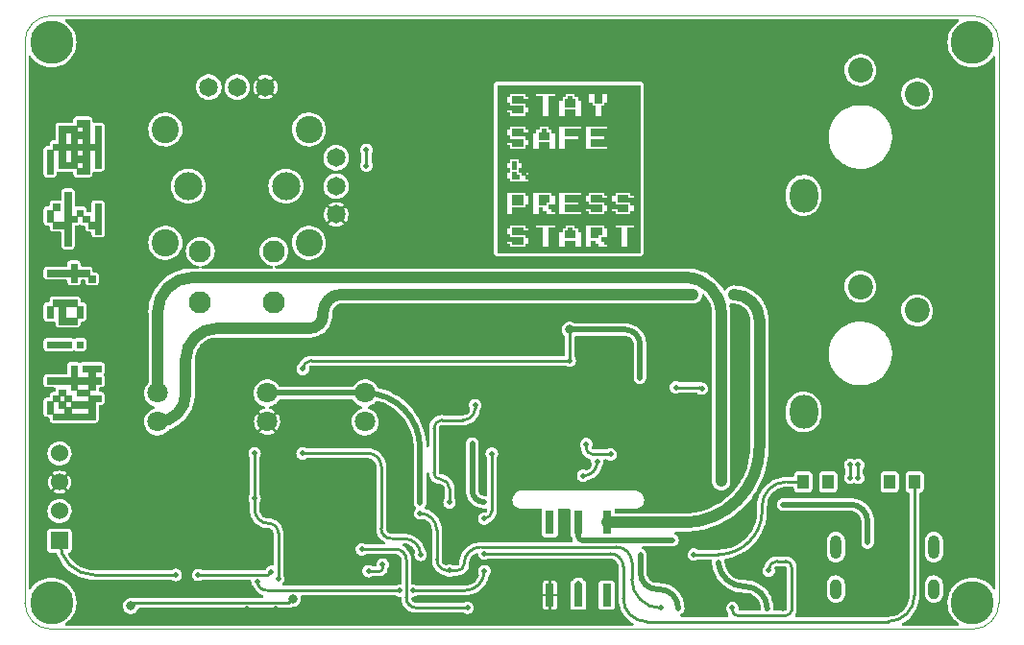
<source format=gbr>
%TF.GenerationSoftware,KiCad,Pcbnew,(6.0.2)*%
%TF.CreationDate,2022-03-14T13:43:40+08:00*%
%TF.ProjectId,game,67616d65-2e6b-4696-9361-645f70636258,0.1*%
%TF.SameCoordinates,Original*%
%TF.FileFunction,Copper,L1,Top*%
%TF.FilePolarity,Positive*%
%FSLAX46Y46*%
G04 Gerber Fmt 4.6, Leading zero omitted, Abs format (unit mm)*
G04 Created by KiCad (PCBNEW (6.0.2)) date 2022-03-14 13:43:40*
%MOMM*%
%LPD*%
G01*
G04 APERTURE LIST*
%TA.AperFunction,Profile*%
%ADD10C,0.100000*%
%TD*%
%TA.AperFunction,EtchedComponent*%
%ADD11C,0.010000*%
%TD*%
%TA.AperFunction,ComponentPad*%
%ADD12C,3.800000*%
%TD*%
%TA.AperFunction,ComponentPad*%
%ADD13C,1.950000*%
%TD*%
%TA.AperFunction,ComponentPad*%
%ADD14C,1.650000*%
%TD*%
%TA.AperFunction,ComponentPad*%
%ADD15C,2.400000*%
%TD*%
%TA.AperFunction,ComponentPad*%
%ADD16C,2.475000*%
%TD*%
%TA.AperFunction,ComponentPad*%
%ADD17O,2.500000X3.000000*%
%TD*%
%TA.AperFunction,ComponentPad*%
%ADD18C,2.200000*%
%TD*%
%TA.AperFunction,ComponentPad*%
%ADD19C,1.800000*%
%TD*%
%TA.AperFunction,SMDPad,CuDef*%
%ADD20R,1.000000X1.250000*%
%TD*%
%TA.AperFunction,ComponentPad*%
%ADD21C,1.524000*%
%TD*%
%TA.AperFunction,ComponentPad*%
%ADD22R,1.524000X1.524000*%
%TD*%
%TA.AperFunction,SMDPad,CuDef*%
%ADD23R,0.800000X2.000000*%
%TD*%
%TA.AperFunction,ComponentPad*%
%ADD24O,1.000000X2.100000*%
%TD*%
%TA.AperFunction,ComponentPad*%
%ADD25O,1.000000X1.800000*%
%TD*%
%TA.AperFunction,ViaPad*%
%ADD26C,0.500000*%
%TD*%
%TA.AperFunction,ViaPad*%
%ADD27C,1.000000*%
%TD*%
%TA.AperFunction,ViaPad*%
%ADD28C,0.800000*%
%TD*%
%TA.AperFunction,Conductor*%
%ADD29C,0.500000*%
%TD*%
%TA.AperFunction,Conductor*%
%ADD30C,0.254000*%
%TD*%
%TA.AperFunction,Conductor*%
%ADD31C,1.000000*%
%TD*%
G04 APERTURE END LIST*
D10*
X109550200Y-123291600D02*
X190830200Y-123291600D01*
X190830200Y-123291600D02*
G75*
G03*
X193116200Y-121005600I0J2286000D01*
G01*
X193116200Y-71475600D02*
X193116200Y-121005600D01*
X107264200Y-71475600D02*
X107264200Y-121005600D01*
X193116200Y-71475600D02*
G75*
G03*
X190830200Y-69189600I-2286000J0D01*
G01*
X109550200Y-69189600D02*
X190830200Y-69189600D01*
X107264200Y-121005600D02*
G75*
G03*
X109550200Y-123291600I2286000J0D01*
G01*
X109550200Y-69189600D02*
G75*
G03*
X107264200Y-71475600I0J-2286000D01*
G01*
D11*
%TO.C,Ref\u002A\u002A*%
X150528866Y-82664300D02*
X150211366Y-82664300D01*
X150211366Y-82664300D02*
X150211366Y-82050466D01*
X150211366Y-82050466D02*
X150528866Y-82050466D01*
X150528866Y-82050466D02*
X150528866Y-82664300D01*
X150528866Y-82664300D02*
X150528866Y-82664300D01*
G36*
X150528866Y-82664300D02*
G01*
X150211366Y-82664300D01*
X150211366Y-82050466D01*
X150528866Y-82050466D01*
X150528866Y-82664300D01*
G37*
X150528866Y-82664300D02*
X150211366Y-82664300D01*
X150211366Y-82050466D01*
X150528866Y-82050466D01*
X150528866Y-82664300D01*
X151100366Y-85839300D02*
X150211366Y-85839300D01*
X150211366Y-85839300D02*
X150211366Y-84950300D01*
X150211366Y-84950300D02*
X151100366Y-84950300D01*
X151100366Y-84950300D02*
X151100366Y-85839300D01*
X151100366Y-85839300D02*
X151100366Y-85839300D01*
G36*
X151100366Y-85839300D02*
G01*
X150211366Y-85839300D01*
X150211366Y-84950300D01*
X151100366Y-84950300D01*
X151100366Y-85839300D01*
G37*
X151100366Y-85839300D02*
X150211366Y-85839300D01*
X150211366Y-84950300D01*
X151100366Y-84950300D01*
X151100366Y-85839300D01*
X111328200Y-86834133D02*
X111836200Y-86834133D01*
X111836200Y-86834133D02*
X111836200Y-86304966D01*
X111836200Y-86304966D02*
X112386533Y-86304966D01*
X112386533Y-86304966D02*
X112386533Y-86834133D01*
X112386533Y-86834133D02*
X112915700Y-86834133D01*
X112915700Y-86834133D02*
X112915700Y-87363300D01*
X112915700Y-87363300D02*
X113423700Y-87363300D01*
X113423700Y-87363300D02*
X113423700Y-85775800D01*
X113423700Y-85775800D02*
X113974033Y-85775800D01*
X113974033Y-85775800D02*
X113974033Y-88442800D01*
X113974033Y-88442800D02*
X113423700Y-88442800D01*
X113423700Y-88442800D02*
X113423700Y-87913633D01*
X113423700Y-87913633D02*
X112894533Y-87913633D01*
X112894533Y-87913633D02*
X112894533Y-87384466D01*
X112894533Y-87384466D02*
X112365366Y-87384466D01*
X112365366Y-87384466D02*
X112365366Y-86855300D01*
X112365366Y-86855300D02*
X111857366Y-86855300D01*
X111857366Y-86855300D02*
X111857366Y-87384466D01*
X111857366Y-87384466D02*
X111328200Y-87384466D01*
X111328200Y-87384466D02*
X111328200Y-89501133D01*
X111328200Y-89501133D02*
X110777866Y-89501133D01*
X110777866Y-89501133D02*
X110777866Y-87913633D01*
X110777866Y-87913633D02*
X109740700Y-87913633D01*
X109740700Y-87913633D02*
X109740700Y-87384466D01*
X109740700Y-87384466D02*
X109211533Y-87384466D01*
X109211533Y-87384466D02*
X109211533Y-86304966D01*
X109211533Y-86304966D02*
X109740700Y-86304966D01*
X109740700Y-86304966D02*
X109740700Y-85774535D01*
X109740700Y-85774535D02*
X110280450Y-85786383D01*
X110280450Y-85786383D02*
X110292298Y-86326133D01*
X110292298Y-86326133D02*
X109761866Y-86326133D01*
X109761866Y-86326133D02*
X109761866Y-87363300D01*
X109761866Y-87363300D02*
X110777866Y-87363300D01*
X110777866Y-87363300D02*
X110777866Y-84738633D01*
X110777866Y-84738633D02*
X111328200Y-84738633D01*
X111328200Y-84738633D02*
X111328200Y-86834133D01*
X111328200Y-86834133D02*
X111328200Y-86834133D01*
G36*
X111328200Y-86834133D02*
G01*
X111836200Y-86834133D01*
X111836200Y-86304966D01*
X112386533Y-86304966D01*
X112386533Y-86834133D01*
X112915700Y-86834133D01*
X112915700Y-87363300D01*
X113423700Y-87363300D01*
X113423700Y-85775800D01*
X113974033Y-85775800D01*
X113974033Y-88442800D01*
X113423700Y-88442800D01*
X113423700Y-87913633D01*
X112894533Y-87913633D01*
X112894533Y-87384466D01*
X112365366Y-87384466D01*
X112365366Y-86855300D01*
X111857366Y-86855300D01*
X111857366Y-87384466D01*
X111328200Y-87384466D01*
X111328200Y-89501133D01*
X110777866Y-89501133D01*
X110777866Y-87913633D01*
X109740700Y-87913633D01*
X109740700Y-87384466D01*
X109211533Y-87384466D01*
X109211533Y-86304966D01*
X109740700Y-86304966D01*
X109740700Y-85774535D01*
X110280450Y-85786383D01*
X110292298Y-86326133D01*
X109761866Y-86326133D01*
X109761866Y-87363300D01*
X110777866Y-87363300D01*
X110777866Y-84738633D01*
X111328200Y-84738633D01*
X111328200Y-86834133D01*
G37*
X111328200Y-86834133D02*
X111836200Y-86834133D01*
X111836200Y-86304966D01*
X112386533Y-86304966D01*
X112386533Y-86834133D01*
X112915700Y-86834133D01*
X112915700Y-87363300D01*
X113423700Y-87363300D01*
X113423700Y-85775800D01*
X113974033Y-85775800D01*
X113974033Y-88442800D01*
X113423700Y-88442800D01*
X113423700Y-87913633D01*
X112894533Y-87913633D01*
X112894533Y-87384466D01*
X112365366Y-87384466D01*
X112365366Y-86855300D01*
X111857366Y-86855300D01*
X111857366Y-87384466D01*
X111328200Y-87384466D01*
X111328200Y-89501133D01*
X110777866Y-89501133D01*
X110777866Y-87913633D01*
X109740700Y-87913633D01*
X109740700Y-87384466D01*
X109211533Y-87384466D01*
X109211533Y-86304966D01*
X109740700Y-86304966D01*
X109740700Y-85774535D01*
X110280450Y-85786383D01*
X110292298Y-86326133D01*
X109761866Y-86326133D01*
X109761866Y-87363300D01*
X110777866Y-87363300D01*
X110777866Y-84738633D01*
X111328200Y-84738633D01*
X111328200Y-86834133D01*
X112915700Y-80484133D02*
X113423700Y-80484133D01*
X113423700Y-80484133D02*
X113423700Y-78917800D01*
X113423700Y-78917800D02*
X113974033Y-78917800D01*
X113974033Y-78917800D02*
X113974033Y-82621966D01*
X113974033Y-82621966D02*
X113423700Y-82621966D01*
X113423700Y-82621966D02*
X113423700Y-81034466D01*
X113423700Y-81034466D02*
X112915700Y-81034466D01*
X112915700Y-81034466D02*
X112915700Y-83151133D01*
X112915700Y-83151133D02*
X111836200Y-83151133D01*
X111836200Y-83151133D02*
X111836200Y-82621966D01*
X111836200Y-82621966D02*
X110269866Y-82621966D01*
X110269866Y-82621966D02*
X110269866Y-82092800D01*
X110269866Y-82092800D02*
X111857366Y-82092800D01*
X111857366Y-82092800D02*
X111857366Y-82600800D01*
X111857366Y-82600800D02*
X112365366Y-82600800D01*
X112365366Y-82600800D02*
X112365366Y-82092800D01*
X112365366Y-82092800D02*
X111857366Y-82092800D01*
X111857366Y-82092800D02*
X110269866Y-82092800D01*
X110269866Y-82092800D02*
X110269866Y-81034466D01*
X110269866Y-81034466D02*
X110799033Y-81034466D01*
X110799033Y-81034466D02*
X110799033Y-82071633D01*
X110799033Y-82071633D02*
X111307033Y-82071633D01*
X111307033Y-82071633D02*
X111307033Y-81034466D01*
X111307033Y-81034466D02*
X111857366Y-81034466D01*
X111857366Y-81034466D02*
X111857366Y-81542466D01*
X111857366Y-81542466D02*
X112365366Y-81542466D01*
X112365366Y-81542466D02*
X112365366Y-81034466D01*
X112365366Y-81034466D02*
X111857366Y-81034466D01*
X111857366Y-81034466D02*
X111307033Y-81034466D01*
X111307033Y-81034466D02*
X110799033Y-81034466D01*
X110799033Y-81034466D02*
X110269866Y-81034466D01*
X110269866Y-81034466D02*
X109761866Y-81034466D01*
X109761866Y-81034466D02*
X109761866Y-83151133D01*
X109761866Y-83151133D02*
X109211533Y-83151133D01*
X109211533Y-83151133D02*
X109211533Y-81013300D01*
X109211533Y-81013300D02*
X109740700Y-81013300D01*
X109740700Y-81013300D02*
X109740700Y-80484133D01*
X109740700Y-80484133D02*
X110269866Y-80484133D01*
X110269866Y-80484133D02*
X110269866Y-79446966D01*
X110269866Y-79446966D02*
X110799033Y-79446966D01*
X110799033Y-79446966D02*
X110799033Y-80484133D01*
X110799033Y-80484133D02*
X111307033Y-80484133D01*
X111307033Y-80484133D02*
X111307033Y-79976133D01*
X111307033Y-79976133D02*
X111857366Y-79976133D01*
X111857366Y-79976133D02*
X111857366Y-80484133D01*
X111857366Y-80484133D02*
X112365366Y-80484133D01*
X112365366Y-80484133D02*
X112365366Y-79976133D01*
X112365366Y-79976133D02*
X111857366Y-79976133D01*
X111857366Y-79976133D02*
X111307033Y-79976133D01*
X111307033Y-79976133D02*
X111307033Y-79446966D01*
X111307033Y-79446966D02*
X110799033Y-79446966D01*
X110799033Y-79446966D02*
X110269866Y-79446966D01*
X110269866Y-79446966D02*
X110269866Y-78938966D01*
X110269866Y-78938966D02*
X111857366Y-78938966D01*
X111857366Y-78938966D02*
X111857366Y-79425800D01*
X111857366Y-79425800D02*
X112365366Y-79425800D01*
X112365366Y-79425800D02*
X112365366Y-78938966D01*
X112365366Y-78938966D02*
X111857366Y-78938966D01*
X111857366Y-78938966D02*
X110269866Y-78938966D01*
X110269866Y-78938966D02*
X110269866Y-78917800D01*
X110269866Y-78917800D02*
X111836200Y-78917800D01*
X111836200Y-78917800D02*
X111836200Y-78388633D01*
X111836200Y-78388633D02*
X112915700Y-78388633D01*
X112915700Y-78388633D02*
X112915700Y-80484133D01*
X112915700Y-80484133D02*
X112915700Y-80484133D01*
G36*
X111836200Y-78917800D02*
G01*
X111836200Y-78388633D01*
X112915700Y-78388633D01*
X112915700Y-80484133D01*
X113423700Y-80484133D01*
X113423700Y-78917800D01*
X113974033Y-78917800D01*
X113974033Y-82621966D01*
X113423700Y-82621966D01*
X113423700Y-81034466D01*
X112915700Y-81034466D01*
X112915700Y-83151133D01*
X111836200Y-83151133D01*
X111836200Y-82621966D01*
X110269866Y-82621966D01*
X110269866Y-82600800D01*
X111857366Y-82600800D01*
X112365366Y-82600800D01*
X112365366Y-82092800D01*
X111857366Y-82092800D01*
X111857366Y-82600800D01*
X110269866Y-82600800D01*
X110269866Y-81034466D01*
X110799033Y-81034466D01*
X110799033Y-82071633D01*
X111307033Y-82071633D01*
X111307033Y-81542466D01*
X111857366Y-81542466D01*
X112365366Y-81542466D01*
X112365366Y-81034466D01*
X111857366Y-81034466D01*
X111857366Y-81542466D01*
X111307033Y-81542466D01*
X111307033Y-81034466D01*
X110799033Y-81034466D01*
X110269866Y-81034466D01*
X109761866Y-81034466D01*
X109761866Y-83151133D01*
X109211533Y-83151133D01*
X109211533Y-81013300D01*
X109740700Y-81013300D01*
X109740700Y-80484133D01*
X110269866Y-80484133D01*
X110799033Y-80484133D01*
X111307033Y-80484133D01*
X111857366Y-80484133D01*
X112365366Y-80484133D01*
X112365366Y-79976133D01*
X111857366Y-79976133D01*
X111857366Y-80484133D01*
X111307033Y-80484133D01*
X111307033Y-79446966D01*
X110799033Y-79446966D01*
X110799033Y-80484133D01*
X110269866Y-80484133D01*
X110269866Y-79425800D01*
X111857366Y-79425800D01*
X112365366Y-79425800D01*
X112365366Y-78938966D01*
X111857366Y-78938966D01*
X111857366Y-79425800D01*
X110269866Y-79425800D01*
X110269866Y-78917800D01*
X111836200Y-78917800D01*
G37*
X111836200Y-78917800D02*
X111836200Y-78388633D01*
X112915700Y-78388633D01*
X112915700Y-80484133D01*
X113423700Y-80484133D01*
X113423700Y-78917800D01*
X113974033Y-78917800D01*
X113974033Y-82621966D01*
X113423700Y-82621966D01*
X113423700Y-81034466D01*
X112915700Y-81034466D01*
X112915700Y-83151133D01*
X111836200Y-83151133D01*
X111836200Y-82621966D01*
X110269866Y-82621966D01*
X110269866Y-82600800D01*
X111857366Y-82600800D01*
X112365366Y-82600800D01*
X112365366Y-82092800D01*
X111857366Y-82092800D01*
X111857366Y-82600800D01*
X110269866Y-82600800D01*
X110269866Y-81034466D01*
X110799033Y-81034466D01*
X110799033Y-82071633D01*
X111307033Y-82071633D01*
X111307033Y-81542466D01*
X111857366Y-81542466D01*
X112365366Y-81542466D01*
X112365366Y-81034466D01*
X111857366Y-81034466D01*
X111857366Y-81542466D01*
X111307033Y-81542466D01*
X111307033Y-81034466D01*
X110799033Y-81034466D01*
X110269866Y-81034466D01*
X109761866Y-81034466D01*
X109761866Y-83151133D01*
X109211533Y-83151133D01*
X109211533Y-81013300D01*
X109740700Y-81013300D01*
X109740700Y-80484133D01*
X110269866Y-80484133D01*
X110799033Y-80484133D01*
X111307033Y-80484133D01*
X111857366Y-80484133D01*
X112365366Y-80484133D01*
X112365366Y-79976133D01*
X111857366Y-79976133D01*
X111857366Y-80484133D01*
X111307033Y-80484133D01*
X111307033Y-79446966D01*
X110799033Y-79446966D01*
X110799033Y-80484133D01*
X110269866Y-80484133D01*
X110269866Y-79425800D01*
X111857366Y-79425800D01*
X112365366Y-79425800D01*
X112365366Y-78938966D01*
X111857366Y-78938966D01*
X111857366Y-79425800D01*
X110269866Y-79425800D01*
X110269866Y-78917800D01*
X111836200Y-78917800D01*
X155460700Y-76547133D02*
X155735866Y-76547133D01*
X155735866Y-76547133D02*
X155735866Y-77160966D01*
X155735866Y-77160966D02*
X154846866Y-77160966D01*
X154846866Y-77160966D02*
X154846866Y-76547133D01*
X154846866Y-76547133D02*
X155143200Y-76547133D01*
X155143200Y-76547133D02*
X155143200Y-76271966D01*
X155143200Y-76271966D02*
X155460700Y-76271966D01*
X155460700Y-76271966D02*
X155460700Y-76547133D01*
X155460700Y-76547133D02*
X155460700Y-76547133D01*
G36*
X155460700Y-76547133D02*
G01*
X155735866Y-76547133D01*
X155735866Y-77160966D01*
X154846866Y-77160966D01*
X154846866Y-76547133D01*
X155143200Y-76547133D01*
X155143200Y-76271966D01*
X155460700Y-76271966D01*
X155460700Y-76547133D01*
G37*
X155460700Y-76547133D02*
X155735866Y-76547133D01*
X155735866Y-77160966D01*
X154846866Y-77160966D01*
X154846866Y-76547133D01*
X155143200Y-76547133D01*
X155143200Y-76271966D01*
X155460700Y-76271966D01*
X155460700Y-76547133D01*
X112386533Y-98475800D02*
X111836200Y-98475800D01*
X111836200Y-98475800D02*
X111836200Y-97925466D01*
X111836200Y-97925466D02*
X112386533Y-97925466D01*
X112386533Y-97925466D02*
X112386533Y-98475800D01*
X112386533Y-98475800D02*
X112386533Y-98475800D01*
G36*
X112386533Y-98475800D02*
G01*
X111836200Y-98475800D01*
X111836200Y-97925466D01*
X112386533Y-97925466D01*
X112386533Y-98475800D01*
G37*
X112386533Y-98475800D02*
X111836200Y-98475800D01*
X111836200Y-97925466D01*
X112386533Y-97925466D01*
X112386533Y-98475800D01*
X153428700Y-85564133D02*
X153132366Y-85564133D01*
X153132366Y-85564133D02*
X153132366Y-85839300D01*
X153132366Y-85839300D02*
X152539700Y-85839300D01*
X152539700Y-85839300D02*
X152539700Y-84950300D01*
X152539700Y-84950300D02*
X153428700Y-84950300D01*
X153428700Y-84950300D02*
X153428700Y-85564133D01*
X153428700Y-85564133D02*
X153428700Y-85564133D01*
G36*
X153428700Y-85564133D02*
G01*
X153132366Y-85564133D01*
X153132366Y-85839300D01*
X152539700Y-85839300D01*
X152539700Y-84950300D01*
X153428700Y-84950300D01*
X153428700Y-85564133D01*
G37*
X153428700Y-85564133D02*
X153132366Y-85564133D01*
X153132366Y-85839300D01*
X152539700Y-85839300D01*
X152539700Y-84950300D01*
X153428700Y-84950300D01*
X153428700Y-85564133D01*
X111857366Y-101100466D02*
X112894533Y-101100466D01*
X112894533Y-101100466D02*
X112894533Y-100592466D01*
X112894533Y-100592466D02*
X112365366Y-100592466D01*
X112365366Y-100592466D02*
X112365366Y-100042133D01*
X112365366Y-100042133D02*
X113974033Y-100042133D01*
X113974033Y-100042133D02*
X113974033Y-100592466D01*
X113974033Y-100592466D02*
X113444866Y-100592466D01*
X113444866Y-100592466D02*
X113444866Y-101100466D01*
X113444866Y-101100466D02*
X113974033Y-101100466D01*
X113974033Y-101100466D02*
X113974033Y-101650800D01*
X113974033Y-101650800D02*
X113444866Y-101650800D01*
X113444866Y-101650800D02*
X113444866Y-102179966D01*
X113444866Y-102179966D02*
X112915700Y-102179966D01*
X112915700Y-102179966D02*
X112915700Y-102687966D01*
X112915700Y-102687966D02*
X113974033Y-102687966D01*
X113974033Y-102687966D02*
X113974033Y-103217133D01*
X113974033Y-103217133D02*
X113444866Y-103217133D01*
X113444866Y-103217133D02*
X113444866Y-104804633D01*
X113444866Y-104804633D02*
X109740700Y-104804633D01*
X109740700Y-104804633D02*
X109740700Y-104275466D01*
X109740700Y-104275466D02*
X109211533Y-104275466D01*
X109211533Y-104275466D02*
X109211533Y-103217133D01*
X109211533Y-103217133D02*
X109761866Y-103217133D01*
X109761866Y-103217133D02*
X109761866Y-104254300D01*
X109761866Y-104254300D02*
X110777866Y-104254300D01*
X110777866Y-104254300D02*
X110777866Y-103746300D01*
X110777866Y-103746300D02*
X111328200Y-103746300D01*
X111328200Y-103746300D02*
X111328200Y-104254300D01*
X111328200Y-104254300D02*
X112894533Y-104254300D01*
X112894533Y-104254300D02*
X112894533Y-103746300D01*
X112894533Y-103746300D02*
X111328200Y-103746300D01*
X111328200Y-103746300D02*
X110777866Y-103746300D01*
X110777866Y-103746300D02*
X110269866Y-103746300D01*
X110269866Y-103746300D02*
X110269866Y-103217133D01*
X110269866Y-103217133D02*
X110799033Y-103217133D01*
X110799033Y-103217133D02*
X110799033Y-103725133D01*
X110799033Y-103725133D02*
X111307033Y-103725133D01*
X111307033Y-103725133D02*
X111307033Y-103217133D01*
X111307033Y-103217133D02*
X110799033Y-103217133D01*
X110799033Y-103217133D02*
X110269866Y-103217133D01*
X110269866Y-103217133D02*
X109761866Y-103217133D01*
X109761866Y-103217133D02*
X109211533Y-103217133D01*
X109211533Y-103217133D02*
X109211533Y-103195966D01*
X109211533Y-103195966D02*
X109740700Y-103195966D01*
X109740700Y-103195966D02*
X109740700Y-102709133D01*
X109740700Y-102709133D02*
X110291033Y-102709133D01*
X110291033Y-102709133D02*
X110291033Y-103195966D01*
X110291033Y-103195966D02*
X110777866Y-103195966D01*
X110777866Y-103195966D02*
X110777866Y-102709133D01*
X110777866Y-102709133D02*
X110291033Y-102709133D01*
X110291033Y-102709133D02*
X109740700Y-102709133D01*
X109740700Y-102709133D02*
X109740700Y-102687966D01*
X109740700Y-102687966D02*
X110269866Y-102687966D01*
X110269866Y-102687966D02*
X110269866Y-102158800D01*
X110269866Y-102158800D02*
X110799033Y-102158800D01*
X110799033Y-102158800D02*
X110799033Y-102687966D01*
X110799033Y-102687966D02*
X111328200Y-102687966D01*
X111328200Y-102687966D02*
X111328200Y-103195966D01*
X111328200Y-103195966D02*
X112894533Y-103195966D01*
X112894533Y-103195966D02*
X112894533Y-102709133D01*
X112894533Y-102709133D02*
X111836200Y-102709133D01*
X111836200Y-102709133D02*
X111836200Y-102179966D01*
X111836200Y-102179966D02*
X111307033Y-102179966D01*
X111307033Y-102179966D02*
X111307033Y-101650800D01*
X111307033Y-101650800D02*
X111857366Y-101650800D01*
X111857366Y-101650800D02*
X111857366Y-102158800D01*
X111857366Y-102158800D02*
X112894533Y-102158800D01*
X112894533Y-102158800D02*
X112894533Y-101650800D01*
X112894533Y-101650800D02*
X111857366Y-101650800D01*
X111857366Y-101650800D02*
X111307033Y-101650800D01*
X111307033Y-101650800D02*
X109211533Y-101650800D01*
X109211533Y-101650800D02*
X109211533Y-101100466D01*
X109211533Y-101100466D02*
X111307033Y-101100466D01*
X111307033Y-101100466D02*
X111307033Y-100042133D01*
X111307033Y-100042133D02*
X111857366Y-100042133D01*
X111857366Y-100042133D02*
X111857366Y-101100466D01*
X111857366Y-101100466D02*
X111857366Y-101100466D01*
G36*
X109740700Y-103195966D02*
G01*
X110291033Y-103195966D01*
X110777866Y-103195966D01*
X110777866Y-102709133D01*
X110291033Y-102709133D01*
X110291033Y-103195966D01*
X109740700Y-103195966D01*
X109740700Y-102687966D01*
X110269866Y-102687966D01*
X110269866Y-102158800D01*
X110799033Y-102158800D01*
X110799033Y-102687966D01*
X111328200Y-102687966D01*
X111328200Y-103195966D01*
X112894533Y-103195966D01*
X112894533Y-102709133D01*
X111836200Y-102709133D01*
X111836200Y-102179966D01*
X111307033Y-102179966D01*
X111307033Y-102158800D01*
X111857366Y-102158800D01*
X112894533Y-102158800D01*
X112894533Y-101650800D01*
X111857366Y-101650800D01*
X111857366Y-102158800D01*
X111307033Y-102158800D01*
X111307033Y-101650800D01*
X109211533Y-101650800D01*
X109211533Y-101100466D01*
X111307033Y-101100466D01*
X111307033Y-100042133D01*
X111857366Y-100042133D01*
X111857366Y-101100466D01*
X112894533Y-101100466D01*
X112894533Y-100592466D01*
X112365366Y-100592466D01*
X112365366Y-100042133D01*
X113974033Y-100042133D01*
X113974033Y-100592466D01*
X113444866Y-100592466D01*
X113444866Y-101100466D01*
X113974033Y-101100466D01*
X113974033Y-101650800D01*
X113444866Y-101650800D01*
X113444866Y-102179966D01*
X112915700Y-102179966D01*
X112915700Y-102687966D01*
X113974033Y-102687966D01*
X113974033Y-103217133D01*
X113444866Y-103217133D01*
X113444866Y-104804633D01*
X109740700Y-104804633D01*
X109740700Y-104275466D01*
X109211533Y-104275466D01*
X109211533Y-104254300D01*
X109761866Y-104254300D01*
X110777866Y-104254300D01*
X111328200Y-104254300D01*
X112894533Y-104254300D01*
X112894533Y-103746300D01*
X111328200Y-103746300D01*
X111328200Y-104254300D01*
X110777866Y-104254300D01*
X110777866Y-103746300D01*
X110269866Y-103746300D01*
X110269866Y-103725133D01*
X110799033Y-103725133D01*
X111307033Y-103725133D01*
X111307033Y-103217133D01*
X110799033Y-103217133D01*
X110799033Y-103725133D01*
X110269866Y-103725133D01*
X110269866Y-103217133D01*
X109761866Y-103217133D01*
X109761866Y-104254300D01*
X109211533Y-104254300D01*
X109211533Y-103195966D01*
X109740700Y-103195966D01*
G37*
X109740700Y-103195966D02*
X110291033Y-103195966D01*
X110777866Y-103195966D01*
X110777866Y-102709133D01*
X110291033Y-102709133D01*
X110291033Y-103195966D01*
X109740700Y-103195966D01*
X109740700Y-102687966D01*
X110269866Y-102687966D01*
X110269866Y-102158800D01*
X110799033Y-102158800D01*
X110799033Y-102687966D01*
X111328200Y-102687966D01*
X111328200Y-103195966D01*
X112894533Y-103195966D01*
X112894533Y-102709133D01*
X111836200Y-102709133D01*
X111836200Y-102179966D01*
X111307033Y-102179966D01*
X111307033Y-102158800D01*
X111857366Y-102158800D01*
X112894533Y-102158800D01*
X112894533Y-101650800D01*
X111857366Y-101650800D01*
X111857366Y-102158800D01*
X111307033Y-102158800D01*
X111307033Y-101650800D01*
X109211533Y-101650800D01*
X109211533Y-101100466D01*
X111307033Y-101100466D01*
X111307033Y-100042133D01*
X111857366Y-100042133D01*
X111857366Y-101100466D01*
X112894533Y-101100466D01*
X112894533Y-100592466D01*
X112365366Y-100592466D01*
X112365366Y-100042133D01*
X113974033Y-100042133D01*
X113974033Y-100592466D01*
X113444866Y-100592466D01*
X113444866Y-101100466D01*
X113974033Y-101100466D01*
X113974033Y-101650800D01*
X113444866Y-101650800D01*
X113444866Y-102179966D01*
X112915700Y-102179966D01*
X112915700Y-102687966D01*
X113974033Y-102687966D01*
X113974033Y-103217133D01*
X113444866Y-103217133D01*
X113444866Y-104804633D01*
X109740700Y-104804633D01*
X109740700Y-104275466D01*
X109211533Y-104275466D01*
X109211533Y-104254300D01*
X109761866Y-104254300D01*
X110777866Y-104254300D01*
X111328200Y-104254300D01*
X112894533Y-104254300D01*
X112894533Y-103746300D01*
X111328200Y-103746300D01*
X111328200Y-104254300D01*
X110777866Y-104254300D01*
X110777866Y-103746300D01*
X110269866Y-103746300D01*
X110269866Y-103725133D01*
X110799033Y-103725133D01*
X111307033Y-103725133D01*
X111307033Y-103217133D01*
X110799033Y-103217133D01*
X110799033Y-103725133D01*
X110269866Y-103725133D01*
X110269866Y-103217133D01*
X109761866Y-103217133D01*
X109761866Y-104254300D01*
X109211533Y-104254300D01*
X109211533Y-103195966D01*
X109740700Y-103195966D01*
X161493200Y-90093800D02*
X148899033Y-90093800D01*
X148899033Y-90093800D02*
X148899033Y-87871300D01*
X148899033Y-87871300D02*
X149661033Y-87871300D01*
X149661033Y-87871300D02*
X149661033Y-88442800D01*
X149661033Y-88442800D02*
X149957366Y-88442800D01*
X149957366Y-88442800D02*
X149957366Y-88717966D01*
X149957366Y-88717966D02*
X151100366Y-88717966D01*
X151100366Y-88717966D02*
X151100366Y-89332658D01*
X151100366Y-89332658D02*
X150221950Y-89321216D01*
X150221950Y-89321216D02*
X150209432Y-89035466D01*
X150209432Y-89035466D02*
X149661033Y-89035466D01*
X149661033Y-89035466D02*
X149661033Y-89310633D01*
X149661033Y-89310633D02*
X149957366Y-89310633D01*
X149957366Y-89310633D02*
X149957366Y-89585800D01*
X149957366Y-89585800D02*
X151375533Y-89585800D01*
X151375533Y-89585800D02*
X151375533Y-89310633D01*
X151375533Y-89310633D02*
X151671866Y-89310633D01*
X151671866Y-89310633D02*
X151671866Y-88739133D01*
X151671866Y-88739133D02*
X151375533Y-88739133D01*
X151375533Y-88739133D02*
X151375533Y-88442800D01*
X151375533Y-88442800D02*
X150211366Y-88442800D01*
X150211366Y-88442800D02*
X150211366Y-87850133D01*
X150211366Y-87850133D02*
X151100366Y-87850133D01*
X151100366Y-87850133D02*
X151100366Y-88146466D01*
X151100366Y-88146466D02*
X151671866Y-88146466D01*
X151671866Y-88146466D02*
X151671866Y-87871300D01*
X151671866Y-87871300D02*
X151375533Y-87871300D01*
X151375533Y-87871300D02*
X151375533Y-87574966D01*
X151375533Y-87574966D02*
X152264533Y-87574966D01*
X152264533Y-87574966D02*
X152264533Y-87850133D01*
X152264533Y-87850133D02*
X152857200Y-87850133D01*
X152857200Y-87850133D02*
X152857200Y-89585800D01*
X152857200Y-89585800D02*
X153407533Y-89585800D01*
X153407533Y-89585800D02*
X153407533Y-88167633D01*
X153407533Y-88167633D02*
X154296533Y-88167633D01*
X154296533Y-88167633D02*
X154296533Y-89585800D01*
X154296533Y-89585800D02*
X154846866Y-89585800D01*
X154846866Y-89585800D02*
X154846866Y-89014300D01*
X154846866Y-89014300D02*
X155735866Y-89014300D01*
X155735866Y-89014300D02*
X155735866Y-89585800D01*
X155735866Y-89585800D02*
X156307366Y-89585800D01*
X156307366Y-89585800D02*
X156307366Y-88167633D01*
X156307366Y-88167633D02*
X156011033Y-88167633D01*
X156011033Y-88167633D02*
X156011033Y-87871300D01*
X156011033Y-87871300D02*
X155714700Y-87871300D01*
X155714700Y-87871300D02*
X155714700Y-87574966D01*
X155714700Y-87574966D02*
X156624866Y-87574966D01*
X156624866Y-87574966D02*
X156624866Y-89585800D01*
X156624866Y-89585800D02*
X157175200Y-89585800D01*
X157175200Y-89585800D02*
X157175200Y-89014300D01*
X157175200Y-89014300D02*
X157492700Y-89014300D01*
X157492700Y-89014300D02*
X157492700Y-89310633D01*
X157492700Y-89310633D02*
X157767866Y-89310633D01*
X157767866Y-89310633D02*
X157767866Y-89585800D01*
X157767866Y-89585800D02*
X158614533Y-89585800D01*
X158614533Y-89585800D02*
X158614533Y-89331800D01*
X158614533Y-89331800D02*
X158339366Y-89331800D01*
X158339366Y-89331800D02*
X158339366Y-89035466D01*
X158339366Y-89035466D02*
X158043033Y-89035466D01*
X158043033Y-89035466D02*
X158043033Y-88717966D01*
X158043033Y-88717966D02*
X158614533Y-88717966D01*
X158614533Y-88717966D02*
X158614533Y-87871300D01*
X158614533Y-87871300D02*
X158339366Y-87871300D01*
X158339366Y-87871300D02*
X158339366Y-87574966D01*
X158339366Y-87574966D02*
X159228366Y-87574966D01*
X159228366Y-87574966D02*
X159228366Y-87850133D01*
X159228366Y-87850133D02*
X159799866Y-87850133D01*
X159799866Y-87850133D02*
X159799866Y-89585800D01*
X159799866Y-89585800D02*
X160371366Y-89585800D01*
X160371366Y-89585800D02*
X160371366Y-87850133D01*
X160371366Y-87850133D02*
X160942866Y-87850133D01*
X160942866Y-87850133D02*
X160942866Y-87574966D01*
X160942866Y-87574966D02*
X159228366Y-87574966D01*
X159228366Y-87574966D02*
X158339366Y-87574966D01*
X158339366Y-87574966D02*
X156624866Y-87574966D01*
X156624866Y-87574966D02*
X155714700Y-87574966D01*
X155714700Y-87574966D02*
X154868033Y-87574966D01*
X154868033Y-87574966D02*
X154868033Y-87871300D01*
X154868033Y-87871300D02*
X154592866Y-87871300D01*
X154592866Y-87871300D02*
X154592866Y-88167633D01*
X154592866Y-88167633D02*
X154296533Y-88167633D01*
X154296533Y-88167633D02*
X153407533Y-88167633D01*
X153407533Y-88167633D02*
X153407533Y-87850133D01*
X153407533Y-87850133D02*
X153979033Y-87850133D01*
X153979033Y-87850133D02*
X153979033Y-87574966D01*
X153979033Y-87574966D02*
X152264533Y-87574966D01*
X152264533Y-87574966D02*
X151375533Y-87574966D01*
X151375533Y-87574966D02*
X149957366Y-87574966D01*
X149957366Y-87574966D02*
X149957366Y-87871300D01*
X149957366Y-87871300D02*
X149661033Y-87871300D01*
X149661033Y-87871300D02*
X148899033Y-87871300D01*
X148899033Y-87871300D02*
X148899033Y-84696300D01*
X148899033Y-84696300D02*
X149661033Y-84696300D01*
X149661033Y-84696300D02*
X149661033Y-86685966D01*
X149661033Y-86685966D02*
X150211366Y-86685966D01*
X150211366Y-86685966D02*
X150211366Y-86114466D01*
X150211366Y-86114466D02*
X151375533Y-86114466D01*
X151375533Y-86114466D02*
X151375533Y-85818133D01*
X151375533Y-85818133D02*
X151671866Y-85818133D01*
X151671866Y-85818133D02*
X151671866Y-84971466D01*
X151671866Y-84971466D02*
X151375533Y-84971466D01*
X151375533Y-84971466D02*
X151375533Y-84696300D01*
X151375533Y-84696300D02*
X151968200Y-84696300D01*
X151968200Y-84696300D02*
X151968200Y-86685966D01*
X151968200Y-86685966D02*
X152539700Y-86685966D01*
X152539700Y-86685966D02*
X152539700Y-86114466D01*
X152539700Y-86114466D02*
X152857200Y-86114466D01*
X152857200Y-86114466D02*
X152857200Y-86410800D01*
X152857200Y-86410800D02*
X153132366Y-86410800D01*
X153132366Y-86410800D02*
X153132366Y-86685966D01*
X153132366Y-86685966D02*
X153979033Y-86685966D01*
X153979033Y-86685966D02*
X153979033Y-86431966D01*
X153979033Y-86431966D02*
X153703866Y-86431966D01*
X153703866Y-86431966D02*
X153703866Y-86135633D01*
X153703866Y-86135633D02*
X153407533Y-86135633D01*
X153407533Y-86135633D02*
X153407533Y-85818133D01*
X153407533Y-85818133D02*
X153979033Y-85818133D01*
X153979033Y-85818133D02*
X153979033Y-84971466D01*
X153979033Y-84971466D02*
X153703866Y-84971466D01*
X153703866Y-84971466D02*
X153703866Y-84696300D01*
X153703866Y-84696300D02*
X154296533Y-84696300D01*
X154296533Y-84696300D02*
X154296533Y-86685966D01*
X154296533Y-86685966D02*
X156307366Y-86685966D01*
X156307366Y-86685966D02*
X156307366Y-86431966D01*
X156307366Y-86431966D02*
X154846866Y-86431966D01*
X154846866Y-86431966D02*
X154846866Y-85818133D01*
X154846866Y-85818133D02*
X156011033Y-85818133D01*
X156011033Y-85818133D02*
X156011033Y-85564813D01*
X156011033Y-85564813D02*
X155434241Y-85559181D01*
X155434241Y-85559181D02*
X154857450Y-85553550D01*
X154857450Y-85553550D02*
X154846117Y-84971466D01*
X154846117Y-84971466D02*
X156624866Y-84971466D01*
X156624866Y-84971466D02*
X156624866Y-85542966D01*
X156624866Y-85542966D02*
X156900033Y-85542966D01*
X156900033Y-85542966D02*
X156900033Y-85818133D01*
X156900033Y-85818133D02*
X158064200Y-85818133D01*
X158064200Y-85818133D02*
X158064200Y-86431966D01*
X158064200Y-86431966D02*
X157175200Y-86431966D01*
X157175200Y-86431966D02*
X157175200Y-86135633D01*
X157175200Y-86135633D02*
X156624866Y-86135633D01*
X156624866Y-86135633D02*
X156624866Y-86410800D01*
X156624866Y-86410800D02*
X156900033Y-86410800D01*
X156900033Y-86410800D02*
X156900033Y-86685966D01*
X156900033Y-86685966D02*
X158339366Y-86685966D01*
X158339366Y-86685966D02*
X158339366Y-86410800D01*
X158339366Y-86410800D02*
X158614533Y-86410800D01*
X158614533Y-86410800D02*
X158614533Y-85839300D01*
X158614533Y-85839300D02*
X158339366Y-85839300D01*
X158339366Y-85839300D02*
X158339366Y-85564133D01*
X158339366Y-85564133D02*
X157175200Y-85564133D01*
X157175200Y-85564133D02*
X157175200Y-84950300D01*
X157175200Y-84950300D02*
X158064200Y-84950300D01*
X158064200Y-84950300D02*
X158064200Y-85246633D01*
X158064200Y-85246633D02*
X158614533Y-85246633D01*
X158614533Y-85246633D02*
X158614533Y-84971466D01*
X158614533Y-84971466D02*
X158932033Y-84971466D01*
X158932033Y-84971466D02*
X158932033Y-85542966D01*
X158932033Y-85542966D02*
X159228366Y-85542966D01*
X159228366Y-85542966D02*
X159228366Y-85818133D01*
X159228366Y-85818133D02*
X160371366Y-85818133D01*
X160371366Y-85818133D02*
X160371366Y-86432825D01*
X160371366Y-86432825D02*
X159492950Y-86421383D01*
X159492950Y-86421383D02*
X159480432Y-86135633D01*
X159480432Y-86135633D02*
X158932033Y-86135633D01*
X158932033Y-86135633D02*
X158932033Y-86410800D01*
X158932033Y-86410800D02*
X159228366Y-86410800D01*
X159228366Y-86410800D02*
X159228366Y-86685966D01*
X159228366Y-86685966D02*
X160646533Y-86685966D01*
X160646533Y-86685966D02*
X160646533Y-86410800D01*
X160646533Y-86410800D02*
X160942866Y-86410800D01*
X160942866Y-86410800D02*
X160942866Y-85839300D01*
X160942866Y-85839300D02*
X160646533Y-85839300D01*
X160646533Y-85839300D02*
X160646533Y-85564813D01*
X160646533Y-85564813D02*
X160069741Y-85559181D01*
X160069741Y-85559181D02*
X159492950Y-85553550D01*
X159492950Y-85553550D02*
X159481204Y-84950300D01*
X159481204Y-84950300D02*
X160371366Y-84950300D01*
X160371366Y-84950300D02*
X160371366Y-85246633D01*
X160371366Y-85246633D02*
X160942866Y-85246633D01*
X160942866Y-85246633D02*
X160942866Y-84971466D01*
X160942866Y-84971466D02*
X160646533Y-84971466D01*
X160646533Y-84971466D02*
X160646533Y-84696300D01*
X160646533Y-84696300D02*
X159228366Y-84696300D01*
X159228366Y-84696300D02*
X159228366Y-84971466D01*
X159228366Y-84971466D02*
X158932033Y-84971466D01*
X158932033Y-84971466D02*
X158614533Y-84971466D01*
X158614533Y-84971466D02*
X158339366Y-84971466D01*
X158339366Y-84971466D02*
X158339366Y-84696300D01*
X158339366Y-84696300D02*
X156900033Y-84696300D01*
X156900033Y-84696300D02*
X156900033Y-84971466D01*
X156900033Y-84971466D02*
X156624866Y-84971466D01*
X156624866Y-84971466D02*
X154846117Y-84971466D01*
X154846117Y-84971466D02*
X154845704Y-84950300D01*
X154845704Y-84950300D02*
X156307366Y-84950300D01*
X156307366Y-84950300D02*
X156307366Y-84696300D01*
X156307366Y-84696300D02*
X154296533Y-84696300D01*
X154296533Y-84696300D02*
X153703866Y-84696300D01*
X153703866Y-84696300D02*
X151968200Y-84696300D01*
X151968200Y-84696300D02*
X151375533Y-84696300D01*
X151375533Y-84696300D02*
X149661033Y-84696300D01*
X149661033Y-84696300D02*
X148899033Y-84696300D01*
X148899033Y-84696300D02*
X148899033Y-82071633D01*
X148899033Y-82071633D02*
X149661033Y-82071633D01*
X149661033Y-82071633D02*
X149661033Y-82643133D01*
X149661033Y-82643133D02*
X149957366Y-82643133D01*
X149957366Y-82643133D02*
X149957366Y-82939466D01*
X149957366Y-82939466D02*
X149661033Y-82939466D01*
X149661033Y-82939466D02*
X149661033Y-83510966D01*
X149661033Y-83510966D02*
X149957366Y-83510966D01*
X149957366Y-83510966D02*
X149957366Y-83786133D01*
X149957366Y-83786133D02*
X151671866Y-83786133D01*
X151671866Y-83786133D02*
X151671866Y-83532133D01*
X151671866Y-83532133D02*
X151375533Y-83532133D01*
X151375533Y-83532133D02*
X151375533Y-83235800D01*
X151375533Y-83235800D02*
X151079200Y-83235800D01*
X151079200Y-83235800D02*
X151079200Y-82939466D01*
X151079200Y-82939466D02*
X151396700Y-82939466D01*
X151396700Y-82939466D02*
X151396700Y-83214633D01*
X151396700Y-83214633D02*
X151671866Y-83214633D01*
X151671866Y-83214633D02*
X151671866Y-82939466D01*
X151671866Y-82939466D02*
X151396700Y-82939466D01*
X151396700Y-82939466D02*
X151079200Y-82939466D01*
X151079200Y-82939466D02*
X150804033Y-82939466D01*
X150804033Y-82939466D02*
X150804033Y-82643133D01*
X150804033Y-82643133D02*
X151079200Y-82643133D01*
X151079200Y-82643133D02*
X151079200Y-82071633D01*
X151079200Y-82071633D02*
X150804033Y-82071633D01*
X150804033Y-82071633D02*
X150804033Y-81796466D01*
X150804033Y-81796466D02*
X149957366Y-81796466D01*
X149957366Y-81796466D02*
X149957366Y-82071633D01*
X149957366Y-82071633D02*
X149661033Y-82071633D01*
X149661033Y-82071633D02*
X148899033Y-82071633D01*
X148899033Y-82071633D02*
X148899033Y-79171800D01*
X148899033Y-79171800D02*
X149661033Y-79171800D01*
X149661033Y-79171800D02*
X149661033Y-79743300D01*
X149661033Y-79743300D02*
X149957366Y-79743300D01*
X149957366Y-79743300D02*
X149957366Y-80039633D01*
X149957366Y-80039633D02*
X151100366Y-80039633D01*
X151100366Y-80039633D02*
X151100366Y-80632300D01*
X151100366Y-80632300D02*
X150211366Y-80632300D01*
X150211366Y-80632300D02*
X150211366Y-80335966D01*
X150211366Y-80335966D02*
X149661033Y-80335966D01*
X149661033Y-80335966D02*
X149661033Y-80611133D01*
X149661033Y-80611133D02*
X149957366Y-80611133D01*
X149957366Y-80611133D02*
X149957366Y-80907466D01*
X149957366Y-80907466D02*
X151375533Y-80907466D01*
X151375533Y-80907466D02*
X151375533Y-80611133D01*
X151375533Y-80611133D02*
X151671866Y-80611133D01*
X151671866Y-80611133D02*
X151671866Y-80039633D01*
X151671866Y-80039633D02*
X151375533Y-80039633D01*
X151375533Y-80039633D02*
X151375533Y-79764466D01*
X151375533Y-79764466D02*
X150210204Y-79764466D01*
X150210204Y-79764466D02*
X150215973Y-79468133D01*
X150215973Y-79468133D02*
X151968200Y-79468133D01*
X151968200Y-79468133D02*
X151968200Y-80907466D01*
X151968200Y-80907466D02*
X152539700Y-80907466D01*
X152539700Y-80907466D02*
X152539700Y-80314800D01*
X152539700Y-80314800D02*
X153428700Y-80314800D01*
X153428700Y-80314800D02*
X153428700Y-80907466D01*
X153428700Y-80907466D02*
X153979033Y-80907466D01*
X153979033Y-80907466D02*
X153979033Y-79468133D01*
X153979033Y-79468133D02*
X153703866Y-79468133D01*
X153703866Y-79468133D02*
X153703866Y-79171800D01*
X153703866Y-79171800D02*
X153407533Y-79171800D01*
X153407533Y-79171800D02*
X153407533Y-78896633D01*
X153407533Y-78896633D02*
X154296533Y-78896633D01*
X154296533Y-78896633D02*
X154296533Y-80907466D01*
X154296533Y-80907466D02*
X154846866Y-80907466D01*
X154846866Y-80907466D02*
X154846866Y-80039633D01*
X154846866Y-80039633D02*
X156011033Y-80039633D01*
X156011033Y-80039633D02*
X156011033Y-79764466D01*
X156011033Y-79764466D02*
X154845704Y-79764466D01*
X154845704Y-79764466D02*
X154857450Y-79161216D01*
X154857450Y-79161216D02*
X155582408Y-79155647D01*
X155582408Y-79155647D02*
X156307366Y-79150077D01*
X156307366Y-79150077D02*
X156307366Y-78896633D01*
X156307366Y-78896633D02*
X156624866Y-78896633D01*
X156624866Y-78896633D02*
X156624866Y-80907466D01*
X156624866Y-80907466D02*
X158614533Y-80907466D01*
X158614533Y-80907466D02*
X158614533Y-80632300D01*
X158614533Y-80632300D02*
X157175200Y-80632300D01*
X157175200Y-80632300D02*
X157175200Y-80039633D01*
X157175200Y-80039633D02*
X158339366Y-80039633D01*
X158339366Y-80039633D02*
X158339366Y-79764466D01*
X158339366Y-79764466D02*
X157175200Y-79764466D01*
X157175200Y-79764466D02*
X157175200Y-79150633D01*
X157175200Y-79150633D02*
X158614533Y-79150633D01*
X158614533Y-79150633D02*
X158614533Y-78896633D01*
X158614533Y-78896633D02*
X156624866Y-78896633D01*
X156624866Y-78896633D02*
X156307366Y-78896633D01*
X156307366Y-78896633D02*
X154296533Y-78896633D01*
X154296533Y-78896633D02*
X153407533Y-78896633D01*
X153407533Y-78896633D02*
X152560866Y-78896633D01*
X152560866Y-78896633D02*
X152560866Y-79171800D01*
X152560866Y-79171800D02*
X152264533Y-79171800D01*
X152264533Y-79171800D02*
X152264533Y-79468133D01*
X152264533Y-79468133D02*
X151968200Y-79468133D01*
X151968200Y-79468133D02*
X150215973Y-79468133D01*
X150215973Y-79468133D02*
X150221950Y-79161216D01*
X150221950Y-79161216D02*
X151100366Y-79149774D01*
X151100366Y-79149774D02*
X151100366Y-79446966D01*
X151100366Y-79446966D02*
X151671866Y-79446966D01*
X151671866Y-79446966D02*
X151671866Y-79171800D01*
X151671866Y-79171800D02*
X151375533Y-79171800D01*
X151375533Y-79171800D02*
X151375533Y-78896633D01*
X151375533Y-78896633D02*
X149957366Y-78896633D01*
X149957366Y-78896633D02*
X149957366Y-79171800D01*
X149957366Y-79171800D02*
X149661033Y-79171800D01*
X149661033Y-79171800D02*
X148899033Y-79171800D01*
X148899033Y-79171800D02*
X148899033Y-76295067D01*
X148899033Y-76295067D02*
X149661033Y-76295067D01*
X149661033Y-76295067D02*
X149661033Y-76843466D01*
X149661033Y-76843466D02*
X149957366Y-76843466D01*
X149957366Y-76843466D02*
X149957366Y-77139800D01*
X149957366Y-77139800D02*
X151100366Y-77139800D01*
X151100366Y-77139800D02*
X151100366Y-77732466D01*
X151100366Y-77732466D02*
X150211366Y-77732466D01*
X150211366Y-77732466D02*
X150211366Y-77436133D01*
X150211366Y-77436133D02*
X149661033Y-77436133D01*
X149661033Y-77436133D02*
X149661033Y-77711300D01*
X149661033Y-77711300D02*
X149957366Y-77711300D01*
X149957366Y-77711300D02*
X149957366Y-78007633D01*
X149957366Y-78007633D02*
X151375533Y-78007633D01*
X151375533Y-78007633D02*
X151375533Y-77711300D01*
X151375533Y-77711300D02*
X151671866Y-77711300D01*
X151671866Y-77711300D02*
X151671866Y-77160966D01*
X151671866Y-77160966D02*
X151375533Y-77160966D01*
X151375533Y-77160966D02*
X151375533Y-76864633D01*
X151375533Y-76864633D02*
X150211366Y-76864633D01*
X150211366Y-76864633D02*
X150211366Y-76271966D01*
X150211366Y-76271966D02*
X151100366Y-76271966D01*
X151100366Y-76271966D02*
X151100366Y-76547133D01*
X151100366Y-76547133D02*
X151671866Y-76547133D01*
X151671866Y-76547133D02*
X151671866Y-76295067D01*
X151671866Y-76295067D02*
X151528991Y-76288808D01*
X151528991Y-76288808D02*
X151386116Y-76282550D01*
X151386116Y-76282550D02*
X151379857Y-76139675D01*
X151379857Y-76139675D02*
X151373599Y-75996800D01*
X151373599Y-75996800D02*
X152264533Y-75996800D01*
X152264533Y-75996800D02*
X152264533Y-76271966D01*
X152264533Y-76271966D02*
X152857200Y-76271966D01*
X152857200Y-76271966D02*
X152857200Y-78007633D01*
X152857200Y-78007633D02*
X153407533Y-78007633D01*
X153407533Y-78007633D02*
X153407533Y-76568300D01*
X153407533Y-76568300D02*
X154296533Y-76568300D01*
X154296533Y-76568300D02*
X154296533Y-78007633D01*
X154296533Y-78007633D02*
X154846866Y-78007633D01*
X154846866Y-78007633D02*
X154846866Y-77414966D01*
X154846866Y-77414966D02*
X155735866Y-77414966D01*
X155735866Y-77414966D02*
X155735866Y-78007633D01*
X155735866Y-78007633D02*
X156307366Y-78007633D01*
X156307366Y-78007633D02*
X156307366Y-76568300D01*
X156307366Y-76568300D02*
X156011033Y-76568300D01*
X156011033Y-76568300D02*
X156011033Y-76295067D01*
X156011033Y-76295067D02*
X155868158Y-76288808D01*
X155868158Y-76288808D02*
X155725283Y-76282550D01*
X155725283Y-76282550D02*
X155712765Y-75996800D01*
X155712765Y-75996800D02*
X156900033Y-75996800D01*
X156900033Y-75996800D02*
X156900033Y-76843466D01*
X156900033Y-76843466D02*
X157196366Y-76843466D01*
X157196366Y-76843466D02*
X157196366Y-77139800D01*
X157196366Y-77139800D02*
X157492700Y-77139800D01*
X157492700Y-77139800D02*
X157492700Y-78007633D01*
X157492700Y-78007633D02*
X158043033Y-78007633D01*
X158043033Y-78007633D02*
X158043033Y-77139800D01*
X158043033Y-77139800D02*
X158339366Y-77139800D01*
X158339366Y-77139800D02*
X158339366Y-76843466D01*
X158339366Y-76843466D02*
X158614533Y-76843466D01*
X158614533Y-76843466D02*
X158614533Y-75996800D01*
X158614533Y-75996800D02*
X158064200Y-75996800D01*
X158064200Y-75996800D02*
X158064200Y-76864633D01*
X158064200Y-76864633D02*
X157471533Y-76864633D01*
X157471533Y-76864633D02*
X157471533Y-75996800D01*
X157471533Y-75996800D02*
X156900033Y-75996800D01*
X156900033Y-75996800D02*
X155712765Y-75996800D01*
X155712765Y-75996800D02*
X154868033Y-75996800D01*
X154868033Y-75996800D02*
X154868033Y-76293133D01*
X154868033Y-76293133D02*
X154592866Y-76293133D01*
X154592866Y-76293133D02*
X154592866Y-76568300D01*
X154592866Y-76568300D02*
X154296533Y-76568300D01*
X154296533Y-76568300D02*
X153407533Y-76568300D01*
X153407533Y-76568300D02*
X153407533Y-76271966D01*
X153407533Y-76271966D02*
X153979033Y-76271966D01*
X153979033Y-76271966D02*
X153979033Y-75996800D01*
X153979033Y-75996800D02*
X152264533Y-75996800D01*
X152264533Y-75996800D02*
X151373599Y-75996800D01*
X151373599Y-75996800D02*
X149959300Y-75996800D01*
X149959300Y-75996800D02*
X149953042Y-76139675D01*
X149953042Y-76139675D02*
X149946783Y-76282550D01*
X149946783Y-76282550D02*
X149803908Y-76288808D01*
X149803908Y-76288808D02*
X149661033Y-76295067D01*
X149661033Y-76295067D02*
X148899033Y-76295067D01*
X148899033Y-76295067D02*
X148899033Y-75298300D01*
X148899033Y-75298300D02*
X161493200Y-75298300D01*
X161493200Y-75298300D02*
X161493200Y-90093800D01*
X161493200Y-90093800D02*
X161493200Y-90093800D01*
G36*
X161493200Y-75298300D02*
G01*
X161493200Y-90093800D01*
X148899033Y-90093800D01*
X148899033Y-88442800D01*
X149661033Y-88442800D01*
X149957366Y-88442800D01*
X149957366Y-88717966D01*
X151100366Y-88717966D01*
X151100366Y-89332658D01*
X150221950Y-89321216D01*
X150209432Y-89035466D01*
X149661033Y-89035466D01*
X149661033Y-89310633D01*
X149957366Y-89310633D01*
X149957366Y-89585800D01*
X151375533Y-89585800D01*
X151375533Y-89310633D01*
X151671866Y-89310633D01*
X151671866Y-88739133D01*
X151375533Y-88739133D01*
X151375533Y-88442800D01*
X150211366Y-88442800D01*
X150211366Y-87850133D01*
X151100366Y-87850133D01*
X151100366Y-88146466D01*
X151671866Y-88146466D01*
X151671866Y-87871300D01*
X151375533Y-87871300D01*
X151375533Y-87850133D01*
X152264533Y-87850133D01*
X152857200Y-87850133D01*
X152857200Y-89585800D01*
X153407533Y-89585800D01*
X154296533Y-89585800D01*
X154846866Y-89585800D01*
X154846866Y-89014300D01*
X155735866Y-89014300D01*
X155735866Y-89585800D01*
X156307366Y-89585800D01*
X156307366Y-88167633D01*
X156011033Y-88167633D01*
X156011033Y-87871300D01*
X155714700Y-87871300D01*
X155714700Y-87574966D01*
X156624866Y-87574966D01*
X156624866Y-89585800D01*
X157175200Y-89585800D01*
X157175200Y-89014300D01*
X157492700Y-89014300D01*
X157492700Y-89310633D01*
X157767866Y-89310633D01*
X157767866Y-89585800D01*
X158614533Y-89585800D01*
X158614533Y-89331800D01*
X158339366Y-89331800D01*
X158339366Y-89035466D01*
X158043033Y-89035466D01*
X158043033Y-88717966D01*
X158614533Y-88717966D01*
X158614533Y-87871300D01*
X158339366Y-87871300D01*
X158339366Y-87850133D01*
X159228366Y-87850133D01*
X159799866Y-87850133D01*
X159799866Y-89585800D01*
X160371366Y-89585800D01*
X160371366Y-87850133D01*
X160942866Y-87850133D01*
X160942866Y-87574966D01*
X159228366Y-87574966D01*
X159228366Y-87850133D01*
X158339366Y-87850133D01*
X158339366Y-87574966D01*
X156624866Y-87574966D01*
X155714700Y-87574966D01*
X154868033Y-87574966D01*
X154868033Y-87871300D01*
X154592866Y-87871300D01*
X154592866Y-88167633D01*
X154296533Y-88167633D01*
X154296533Y-89585800D01*
X153407533Y-89585800D01*
X153407533Y-87850133D01*
X153979033Y-87850133D01*
X153979033Y-87574966D01*
X152264533Y-87574966D01*
X152264533Y-87850133D01*
X151375533Y-87850133D01*
X151375533Y-87574966D01*
X149957366Y-87574966D01*
X149957366Y-87871300D01*
X149661033Y-87871300D01*
X149661033Y-88442800D01*
X148899033Y-88442800D01*
X148899033Y-86685966D01*
X149661033Y-86685966D01*
X150211366Y-86685966D01*
X151968200Y-86685966D01*
X152539700Y-86685966D01*
X152539700Y-86114466D01*
X152857200Y-86114466D01*
X152857200Y-86410800D01*
X153132366Y-86410800D01*
X153132366Y-86685966D01*
X153979033Y-86685966D01*
X154296533Y-86685966D01*
X156307366Y-86685966D01*
X156307366Y-86431966D01*
X154846866Y-86431966D01*
X154846866Y-86410800D01*
X156624866Y-86410800D01*
X156900033Y-86410800D01*
X156900033Y-86685966D01*
X158339366Y-86685966D01*
X158339366Y-86410800D01*
X158614533Y-86410800D01*
X158614533Y-85839300D01*
X158339366Y-85839300D01*
X158339366Y-85564133D01*
X157175200Y-85564133D01*
X157175200Y-85542966D01*
X158932033Y-85542966D01*
X159228366Y-85542966D01*
X159228366Y-85818133D01*
X160371366Y-85818133D01*
X160371366Y-86432825D01*
X159492950Y-86421383D01*
X159480432Y-86135633D01*
X158932033Y-86135633D01*
X158932033Y-86410800D01*
X159228366Y-86410800D01*
X159228366Y-86685966D01*
X160646533Y-86685966D01*
X160646533Y-86410800D01*
X160942866Y-86410800D01*
X160942866Y-85839300D01*
X160646533Y-85839300D01*
X160646533Y-85564813D01*
X160069741Y-85559181D01*
X159492950Y-85553550D01*
X159481204Y-84950300D01*
X160371366Y-84950300D01*
X160371366Y-85246633D01*
X160942866Y-85246633D01*
X160942866Y-84971466D01*
X160646533Y-84971466D01*
X160646533Y-84696300D01*
X159228366Y-84696300D01*
X159228366Y-84971466D01*
X158932033Y-84971466D01*
X158932033Y-85542966D01*
X157175200Y-85542966D01*
X157175200Y-84950300D01*
X158064200Y-84950300D01*
X158064200Y-85246633D01*
X158614533Y-85246633D01*
X158614533Y-84971466D01*
X158339366Y-84971466D01*
X158339366Y-84696300D01*
X156900033Y-84696300D01*
X156900033Y-84971466D01*
X156624866Y-84971466D01*
X156624866Y-85542966D01*
X156900033Y-85542966D01*
X156900033Y-85818133D01*
X158064200Y-85818133D01*
X158064200Y-86431966D01*
X157175200Y-86431966D01*
X157175200Y-86135633D01*
X156624866Y-86135633D01*
X156624866Y-86410800D01*
X154846866Y-86410800D01*
X154846866Y-85818133D01*
X156011033Y-85818133D01*
X156011033Y-85564813D01*
X155434241Y-85559181D01*
X154857450Y-85553550D01*
X154846117Y-84971466D01*
X154845704Y-84950300D01*
X156307366Y-84950300D01*
X156307366Y-84696300D01*
X154296533Y-84696300D01*
X154296533Y-86685966D01*
X153979033Y-86685966D01*
X153979033Y-86431966D01*
X153703866Y-86431966D01*
X153703866Y-86135633D01*
X153407533Y-86135633D01*
X153407533Y-85818133D01*
X153979033Y-85818133D01*
X153979033Y-84971466D01*
X153703866Y-84971466D01*
X153703866Y-84696300D01*
X151968200Y-84696300D01*
X151968200Y-86685966D01*
X150211366Y-86685966D01*
X150211366Y-86114466D01*
X151375533Y-86114466D01*
X151375533Y-85818133D01*
X151671866Y-85818133D01*
X151671866Y-84971466D01*
X151375533Y-84971466D01*
X151375533Y-84696300D01*
X149661033Y-84696300D01*
X149661033Y-86685966D01*
X148899033Y-86685966D01*
X148899033Y-82643133D01*
X149661033Y-82643133D01*
X149957366Y-82643133D01*
X149957366Y-82939466D01*
X149661033Y-82939466D01*
X149661033Y-83510966D01*
X149957366Y-83510966D01*
X149957366Y-83786133D01*
X151671866Y-83786133D01*
X151671866Y-83532133D01*
X151375533Y-83532133D01*
X151375533Y-83235800D01*
X151079200Y-83235800D01*
X151079200Y-83214633D01*
X151396700Y-83214633D01*
X151671866Y-83214633D01*
X151671866Y-82939466D01*
X151396700Y-82939466D01*
X151396700Y-83214633D01*
X151079200Y-83214633D01*
X151079200Y-82939466D01*
X150804033Y-82939466D01*
X150804033Y-82643133D01*
X151079200Y-82643133D01*
X151079200Y-82071633D01*
X150804033Y-82071633D01*
X150804033Y-81796466D01*
X149957366Y-81796466D01*
X149957366Y-82071633D01*
X149661033Y-82071633D01*
X149661033Y-82643133D01*
X148899033Y-82643133D01*
X148899033Y-80611133D01*
X149661033Y-80611133D01*
X149957366Y-80611133D01*
X149957366Y-80907466D01*
X151375533Y-80907466D01*
X151968200Y-80907466D01*
X152539700Y-80907466D01*
X152539700Y-80314800D01*
X153428700Y-80314800D01*
X153428700Y-80907466D01*
X153979033Y-80907466D01*
X153979033Y-79468133D01*
X153703866Y-79468133D01*
X153703866Y-79171800D01*
X153407533Y-79171800D01*
X153407533Y-78896633D01*
X154296533Y-78896633D01*
X154296533Y-80907466D01*
X154846866Y-80907466D01*
X156624866Y-80907466D01*
X158614533Y-80907466D01*
X158614533Y-80632300D01*
X157175200Y-80632300D01*
X157175200Y-80039633D01*
X158339366Y-80039633D01*
X158339366Y-79764466D01*
X157175200Y-79764466D01*
X157175200Y-79150633D01*
X158614533Y-79150633D01*
X158614533Y-78896633D01*
X156624866Y-78896633D01*
X156624866Y-80907466D01*
X154846866Y-80907466D01*
X154846866Y-80039633D01*
X156011033Y-80039633D01*
X156011033Y-79764466D01*
X154845704Y-79764466D01*
X154857450Y-79161216D01*
X155582408Y-79155647D01*
X156307366Y-79150077D01*
X156307366Y-78896633D01*
X154296533Y-78896633D01*
X153407533Y-78896633D01*
X152560866Y-78896633D01*
X152560866Y-79171800D01*
X152264533Y-79171800D01*
X152264533Y-79468133D01*
X151968200Y-79468133D01*
X151968200Y-80907466D01*
X151375533Y-80907466D01*
X151375533Y-80611133D01*
X151671866Y-80611133D01*
X151671866Y-80039633D01*
X151375533Y-80039633D01*
X151375533Y-79764466D01*
X150210204Y-79764466D01*
X150215973Y-79468133D01*
X150221950Y-79161216D01*
X151100366Y-79149774D01*
X151100366Y-79446966D01*
X151671866Y-79446966D01*
X151671866Y-79171800D01*
X151375533Y-79171800D01*
X151375533Y-78896633D01*
X149957366Y-78896633D01*
X149957366Y-79171800D01*
X149661033Y-79171800D01*
X149661033Y-79743300D01*
X149957366Y-79743300D01*
X149957366Y-80039633D01*
X151100366Y-80039633D01*
X151100366Y-80632300D01*
X150211366Y-80632300D01*
X150211366Y-80335966D01*
X149661033Y-80335966D01*
X149661033Y-80611133D01*
X148899033Y-80611133D01*
X148899033Y-76843466D01*
X149661033Y-76843466D01*
X149957366Y-76843466D01*
X149957366Y-77139800D01*
X151100366Y-77139800D01*
X151100366Y-77732466D01*
X150211366Y-77732466D01*
X150211366Y-77436133D01*
X149661033Y-77436133D01*
X149661033Y-77711300D01*
X149957366Y-77711300D01*
X149957366Y-78007633D01*
X151375533Y-78007633D01*
X151375533Y-77711300D01*
X151671866Y-77711300D01*
X151671866Y-77160966D01*
X151375533Y-77160966D01*
X151375533Y-76864633D01*
X150211366Y-76864633D01*
X150211366Y-76271966D01*
X151100366Y-76271966D01*
X151100366Y-76547133D01*
X151671866Y-76547133D01*
X151671866Y-76295067D01*
X151528991Y-76288808D01*
X151386116Y-76282550D01*
X151385652Y-76271966D01*
X152264533Y-76271966D01*
X152857200Y-76271966D01*
X152857200Y-78007633D01*
X153407533Y-78007633D01*
X154296533Y-78007633D01*
X154846866Y-78007633D01*
X154846866Y-77414966D01*
X155735866Y-77414966D01*
X155735866Y-78007633D01*
X156307366Y-78007633D01*
X156307366Y-76843466D01*
X156900033Y-76843466D01*
X157196366Y-76843466D01*
X157196366Y-77139800D01*
X157492700Y-77139800D01*
X157492700Y-78007633D01*
X158043033Y-78007633D01*
X158043033Y-77139800D01*
X158339366Y-77139800D01*
X158339366Y-76843466D01*
X158614533Y-76843466D01*
X158614533Y-75996800D01*
X158064200Y-75996800D01*
X158064200Y-76864633D01*
X157471533Y-76864633D01*
X157471533Y-75996800D01*
X156900033Y-75996800D01*
X156900033Y-76843466D01*
X156307366Y-76843466D01*
X156307366Y-76568300D01*
X156011033Y-76568300D01*
X156011033Y-76295067D01*
X155868158Y-76288808D01*
X155725283Y-76282550D01*
X155712765Y-75996800D01*
X154868033Y-75996800D01*
X154868033Y-76293133D01*
X154592866Y-76293133D01*
X154592866Y-76568300D01*
X154296533Y-76568300D01*
X154296533Y-78007633D01*
X153407533Y-78007633D01*
X153407533Y-76271966D01*
X153979033Y-76271966D01*
X153979033Y-75996800D01*
X152264533Y-75996800D01*
X152264533Y-76271966D01*
X151385652Y-76271966D01*
X151379857Y-76139675D01*
X151373599Y-75996800D01*
X149959300Y-75996800D01*
X149953042Y-76139675D01*
X149946783Y-76282550D01*
X149803908Y-76288808D01*
X149661033Y-76295067D01*
X149661033Y-76843466D01*
X148899033Y-76843466D01*
X148899033Y-75298300D01*
X161493200Y-75298300D01*
G37*
X161493200Y-75298300D02*
X161493200Y-90093800D01*
X148899033Y-90093800D01*
X148899033Y-88442800D01*
X149661033Y-88442800D01*
X149957366Y-88442800D01*
X149957366Y-88717966D01*
X151100366Y-88717966D01*
X151100366Y-89332658D01*
X150221950Y-89321216D01*
X150209432Y-89035466D01*
X149661033Y-89035466D01*
X149661033Y-89310633D01*
X149957366Y-89310633D01*
X149957366Y-89585800D01*
X151375533Y-89585800D01*
X151375533Y-89310633D01*
X151671866Y-89310633D01*
X151671866Y-88739133D01*
X151375533Y-88739133D01*
X151375533Y-88442800D01*
X150211366Y-88442800D01*
X150211366Y-87850133D01*
X151100366Y-87850133D01*
X151100366Y-88146466D01*
X151671866Y-88146466D01*
X151671866Y-87871300D01*
X151375533Y-87871300D01*
X151375533Y-87850133D01*
X152264533Y-87850133D01*
X152857200Y-87850133D01*
X152857200Y-89585800D01*
X153407533Y-89585800D01*
X154296533Y-89585800D01*
X154846866Y-89585800D01*
X154846866Y-89014300D01*
X155735866Y-89014300D01*
X155735866Y-89585800D01*
X156307366Y-89585800D01*
X156307366Y-88167633D01*
X156011033Y-88167633D01*
X156011033Y-87871300D01*
X155714700Y-87871300D01*
X155714700Y-87574966D01*
X156624866Y-87574966D01*
X156624866Y-89585800D01*
X157175200Y-89585800D01*
X157175200Y-89014300D01*
X157492700Y-89014300D01*
X157492700Y-89310633D01*
X157767866Y-89310633D01*
X157767866Y-89585800D01*
X158614533Y-89585800D01*
X158614533Y-89331800D01*
X158339366Y-89331800D01*
X158339366Y-89035466D01*
X158043033Y-89035466D01*
X158043033Y-88717966D01*
X158614533Y-88717966D01*
X158614533Y-87871300D01*
X158339366Y-87871300D01*
X158339366Y-87850133D01*
X159228366Y-87850133D01*
X159799866Y-87850133D01*
X159799866Y-89585800D01*
X160371366Y-89585800D01*
X160371366Y-87850133D01*
X160942866Y-87850133D01*
X160942866Y-87574966D01*
X159228366Y-87574966D01*
X159228366Y-87850133D01*
X158339366Y-87850133D01*
X158339366Y-87574966D01*
X156624866Y-87574966D01*
X155714700Y-87574966D01*
X154868033Y-87574966D01*
X154868033Y-87871300D01*
X154592866Y-87871300D01*
X154592866Y-88167633D01*
X154296533Y-88167633D01*
X154296533Y-89585800D01*
X153407533Y-89585800D01*
X153407533Y-87850133D01*
X153979033Y-87850133D01*
X153979033Y-87574966D01*
X152264533Y-87574966D01*
X152264533Y-87850133D01*
X151375533Y-87850133D01*
X151375533Y-87574966D01*
X149957366Y-87574966D01*
X149957366Y-87871300D01*
X149661033Y-87871300D01*
X149661033Y-88442800D01*
X148899033Y-88442800D01*
X148899033Y-86685966D01*
X149661033Y-86685966D01*
X150211366Y-86685966D01*
X151968200Y-86685966D01*
X152539700Y-86685966D01*
X152539700Y-86114466D01*
X152857200Y-86114466D01*
X152857200Y-86410800D01*
X153132366Y-86410800D01*
X153132366Y-86685966D01*
X153979033Y-86685966D01*
X154296533Y-86685966D01*
X156307366Y-86685966D01*
X156307366Y-86431966D01*
X154846866Y-86431966D01*
X154846866Y-86410800D01*
X156624866Y-86410800D01*
X156900033Y-86410800D01*
X156900033Y-86685966D01*
X158339366Y-86685966D01*
X158339366Y-86410800D01*
X158614533Y-86410800D01*
X158614533Y-85839300D01*
X158339366Y-85839300D01*
X158339366Y-85564133D01*
X157175200Y-85564133D01*
X157175200Y-85542966D01*
X158932033Y-85542966D01*
X159228366Y-85542966D01*
X159228366Y-85818133D01*
X160371366Y-85818133D01*
X160371366Y-86432825D01*
X159492950Y-86421383D01*
X159480432Y-86135633D01*
X158932033Y-86135633D01*
X158932033Y-86410800D01*
X159228366Y-86410800D01*
X159228366Y-86685966D01*
X160646533Y-86685966D01*
X160646533Y-86410800D01*
X160942866Y-86410800D01*
X160942866Y-85839300D01*
X160646533Y-85839300D01*
X160646533Y-85564813D01*
X160069741Y-85559181D01*
X159492950Y-85553550D01*
X159481204Y-84950300D01*
X160371366Y-84950300D01*
X160371366Y-85246633D01*
X160942866Y-85246633D01*
X160942866Y-84971466D01*
X160646533Y-84971466D01*
X160646533Y-84696300D01*
X159228366Y-84696300D01*
X159228366Y-84971466D01*
X158932033Y-84971466D01*
X158932033Y-85542966D01*
X157175200Y-85542966D01*
X157175200Y-84950300D01*
X158064200Y-84950300D01*
X158064200Y-85246633D01*
X158614533Y-85246633D01*
X158614533Y-84971466D01*
X158339366Y-84971466D01*
X158339366Y-84696300D01*
X156900033Y-84696300D01*
X156900033Y-84971466D01*
X156624866Y-84971466D01*
X156624866Y-85542966D01*
X156900033Y-85542966D01*
X156900033Y-85818133D01*
X158064200Y-85818133D01*
X158064200Y-86431966D01*
X157175200Y-86431966D01*
X157175200Y-86135633D01*
X156624866Y-86135633D01*
X156624866Y-86410800D01*
X154846866Y-86410800D01*
X154846866Y-85818133D01*
X156011033Y-85818133D01*
X156011033Y-85564813D01*
X155434241Y-85559181D01*
X154857450Y-85553550D01*
X154846117Y-84971466D01*
X154845704Y-84950300D01*
X156307366Y-84950300D01*
X156307366Y-84696300D01*
X154296533Y-84696300D01*
X154296533Y-86685966D01*
X153979033Y-86685966D01*
X153979033Y-86431966D01*
X153703866Y-86431966D01*
X153703866Y-86135633D01*
X153407533Y-86135633D01*
X153407533Y-85818133D01*
X153979033Y-85818133D01*
X153979033Y-84971466D01*
X153703866Y-84971466D01*
X153703866Y-84696300D01*
X151968200Y-84696300D01*
X151968200Y-86685966D01*
X150211366Y-86685966D01*
X150211366Y-86114466D01*
X151375533Y-86114466D01*
X151375533Y-85818133D01*
X151671866Y-85818133D01*
X151671866Y-84971466D01*
X151375533Y-84971466D01*
X151375533Y-84696300D01*
X149661033Y-84696300D01*
X149661033Y-86685966D01*
X148899033Y-86685966D01*
X148899033Y-82643133D01*
X149661033Y-82643133D01*
X149957366Y-82643133D01*
X149957366Y-82939466D01*
X149661033Y-82939466D01*
X149661033Y-83510966D01*
X149957366Y-83510966D01*
X149957366Y-83786133D01*
X151671866Y-83786133D01*
X151671866Y-83532133D01*
X151375533Y-83532133D01*
X151375533Y-83235800D01*
X151079200Y-83235800D01*
X151079200Y-83214633D01*
X151396700Y-83214633D01*
X151671866Y-83214633D01*
X151671866Y-82939466D01*
X151396700Y-82939466D01*
X151396700Y-83214633D01*
X151079200Y-83214633D01*
X151079200Y-82939466D01*
X150804033Y-82939466D01*
X150804033Y-82643133D01*
X151079200Y-82643133D01*
X151079200Y-82071633D01*
X150804033Y-82071633D01*
X150804033Y-81796466D01*
X149957366Y-81796466D01*
X149957366Y-82071633D01*
X149661033Y-82071633D01*
X149661033Y-82643133D01*
X148899033Y-82643133D01*
X148899033Y-80611133D01*
X149661033Y-80611133D01*
X149957366Y-80611133D01*
X149957366Y-80907466D01*
X151375533Y-80907466D01*
X151968200Y-80907466D01*
X152539700Y-80907466D01*
X152539700Y-80314800D01*
X153428700Y-80314800D01*
X153428700Y-80907466D01*
X153979033Y-80907466D01*
X153979033Y-79468133D01*
X153703866Y-79468133D01*
X153703866Y-79171800D01*
X153407533Y-79171800D01*
X153407533Y-78896633D01*
X154296533Y-78896633D01*
X154296533Y-80907466D01*
X154846866Y-80907466D01*
X156624866Y-80907466D01*
X158614533Y-80907466D01*
X158614533Y-80632300D01*
X157175200Y-80632300D01*
X157175200Y-80039633D01*
X158339366Y-80039633D01*
X158339366Y-79764466D01*
X157175200Y-79764466D01*
X157175200Y-79150633D01*
X158614533Y-79150633D01*
X158614533Y-78896633D01*
X156624866Y-78896633D01*
X156624866Y-80907466D01*
X154846866Y-80907466D01*
X154846866Y-80039633D01*
X156011033Y-80039633D01*
X156011033Y-79764466D01*
X154845704Y-79764466D01*
X154857450Y-79161216D01*
X155582408Y-79155647D01*
X156307366Y-79150077D01*
X156307366Y-78896633D01*
X154296533Y-78896633D01*
X153407533Y-78896633D01*
X152560866Y-78896633D01*
X152560866Y-79171800D01*
X152264533Y-79171800D01*
X152264533Y-79468133D01*
X151968200Y-79468133D01*
X151968200Y-80907466D01*
X151375533Y-80907466D01*
X151375533Y-80611133D01*
X151671866Y-80611133D01*
X151671866Y-80039633D01*
X151375533Y-80039633D01*
X151375533Y-79764466D01*
X150210204Y-79764466D01*
X150215973Y-79468133D01*
X150221950Y-79161216D01*
X151100366Y-79149774D01*
X151100366Y-79446966D01*
X151671866Y-79446966D01*
X151671866Y-79171800D01*
X151375533Y-79171800D01*
X151375533Y-78896633D01*
X149957366Y-78896633D01*
X149957366Y-79171800D01*
X149661033Y-79171800D01*
X149661033Y-79743300D01*
X149957366Y-79743300D01*
X149957366Y-80039633D01*
X151100366Y-80039633D01*
X151100366Y-80632300D01*
X150211366Y-80632300D01*
X150211366Y-80335966D01*
X149661033Y-80335966D01*
X149661033Y-80611133D01*
X148899033Y-80611133D01*
X148899033Y-76843466D01*
X149661033Y-76843466D01*
X149957366Y-76843466D01*
X149957366Y-77139800D01*
X151100366Y-77139800D01*
X151100366Y-77732466D01*
X150211366Y-77732466D01*
X150211366Y-77436133D01*
X149661033Y-77436133D01*
X149661033Y-77711300D01*
X149957366Y-77711300D01*
X149957366Y-78007633D01*
X151375533Y-78007633D01*
X151375533Y-77711300D01*
X151671866Y-77711300D01*
X151671866Y-77160966D01*
X151375533Y-77160966D01*
X151375533Y-76864633D01*
X150211366Y-76864633D01*
X150211366Y-76271966D01*
X151100366Y-76271966D01*
X151100366Y-76547133D01*
X151671866Y-76547133D01*
X151671866Y-76295067D01*
X151528991Y-76288808D01*
X151386116Y-76282550D01*
X151385652Y-76271966D01*
X152264533Y-76271966D01*
X152857200Y-76271966D01*
X152857200Y-78007633D01*
X153407533Y-78007633D01*
X154296533Y-78007633D01*
X154846866Y-78007633D01*
X154846866Y-77414966D01*
X155735866Y-77414966D01*
X155735866Y-78007633D01*
X156307366Y-78007633D01*
X156307366Y-76843466D01*
X156900033Y-76843466D01*
X157196366Y-76843466D01*
X157196366Y-77139800D01*
X157492700Y-77139800D01*
X157492700Y-78007633D01*
X158043033Y-78007633D01*
X158043033Y-77139800D01*
X158339366Y-77139800D01*
X158339366Y-76843466D01*
X158614533Y-76843466D01*
X158614533Y-75996800D01*
X158064200Y-75996800D01*
X158064200Y-76864633D01*
X157471533Y-76864633D01*
X157471533Y-75996800D01*
X156900033Y-75996800D01*
X156900033Y-76843466D01*
X156307366Y-76843466D01*
X156307366Y-76568300D01*
X156011033Y-76568300D01*
X156011033Y-76295067D01*
X155868158Y-76288808D01*
X155725283Y-76282550D01*
X155712765Y-75996800D01*
X154868033Y-75996800D01*
X154868033Y-76293133D01*
X154592866Y-76293133D01*
X154592866Y-76568300D01*
X154296533Y-76568300D01*
X154296533Y-78007633D01*
X153407533Y-78007633D01*
X153407533Y-76271966D01*
X153979033Y-76271966D01*
X153979033Y-75996800D01*
X152264533Y-75996800D01*
X152264533Y-76271966D01*
X151385652Y-76271966D01*
X151379857Y-76139675D01*
X151373599Y-75996800D01*
X149959300Y-75996800D01*
X149953042Y-76139675D01*
X149946783Y-76282550D01*
X149803908Y-76288808D01*
X149661033Y-76295067D01*
X149661033Y-76843466D01*
X148899033Y-76843466D01*
X148899033Y-75298300D01*
X161493200Y-75298300D01*
X150528866Y-83214633D02*
X150825200Y-83214633D01*
X150825200Y-83214633D02*
X150825200Y-83532133D01*
X150825200Y-83532133D02*
X150211366Y-83532133D01*
X150211366Y-83532133D02*
X150211366Y-82918300D01*
X150211366Y-82918300D02*
X150528866Y-82918300D01*
X150528866Y-82918300D02*
X150528866Y-83214633D01*
X150528866Y-83214633D02*
X150528866Y-83214633D01*
G36*
X150528866Y-83214633D02*
G01*
X150825200Y-83214633D01*
X150825200Y-83532133D01*
X150211366Y-83532133D01*
X150211366Y-82918300D01*
X150528866Y-82918300D01*
X150528866Y-83214633D01*
G37*
X150528866Y-83214633D02*
X150825200Y-83214633D01*
X150825200Y-83532133D01*
X150211366Y-83532133D01*
X150211366Y-82918300D01*
X150528866Y-82918300D01*
X150528866Y-83214633D01*
X111328200Y-98475800D02*
X109211533Y-98475800D01*
X109211533Y-98475800D02*
X109211533Y-97925466D01*
X109211533Y-97925466D02*
X111328200Y-97925466D01*
X111328200Y-97925466D02*
X111328200Y-98475800D01*
X111328200Y-98475800D02*
X111328200Y-98475800D01*
G36*
X111328200Y-98475800D02*
G01*
X109211533Y-98475800D01*
X109211533Y-97925466D01*
X111328200Y-97925466D01*
X111328200Y-98475800D01*
G37*
X111328200Y-98475800D02*
X109211533Y-98475800D01*
X109211533Y-97925466D01*
X111328200Y-97925466D01*
X111328200Y-98475800D01*
X153132366Y-79446966D02*
X153428700Y-79446966D01*
X153428700Y-79446966D02*
X153428700Y-80039633D01*
X153428700Y-80039633D02*
X152539700Y-80039633D01*
X152539700Y-80039633D02*
X152539700Y-79446966D01*
X152539700Y-79446966D02*
X152836033Y-79446966D01*
X152836033Y-79446966D02*
X152836033Y-79150633D01*
X152836033Y-79150633D02*
X153132366Y-79150633D01*
X153132366Y-79150633D02*
X153132366Y-79446966D01*
X153132366Y-79446966D02*
X153132366Y-79446966D01*
G36*
X153132366Y-79446966D02*
G01*
X153428700Y-79446966D01*
X153428700Y-80039633D01*
X152539700Y-80039633D01*
X152539700Y-79446966D01*
X152836033Y-79446966D01*
X152836033Y-79150633D01*
X153132366Y-79150633D01*
X153132366Y-79446966D01*
G37*
X153132366Y-79446966D02*
X153428700Y-79446966D01*
X153428700Y-80039633D01*
X152539700Y-80039633D01*
X152539700Y-79446966D01*
X152836033Y-79446966D01*
X152836033Y-79150633D01*
X153132366Y-79150633D01*
X153132366Y-79446966D01*
X111857366Y-94771633D02*
X112386533Y-94771633D01*
X112386533Y-94771633D02*
X112386533Y-95851133D01*
X112386533Y-95851133D02*
X111857366Y-95851133D01*
X111857366Y-95851133D02*
X111857366Y-96380300D01*
X111857366Y-96380300D02*
X110269866Y-96380300D01*
X110269866Y-96380300D02*
X110269866Y-94792800D01*
X110269866Y-94792800D02*
X110799033Y-94792800D01*
X110799033Y-94792800D02*
X110799033Y-95829966D01*
X110799033Y-95829966D02*
X111836200Y-95829966D01*
X111836200Y-95829966D02*
X111836200Y-94792800D01*
X111836200Y-94792800D02*
X110799033Y-94792800D01*
X110799033Y-94792800D02*
X110269866Y-94792800D01*
X110269866Y-94792800D02*
X109761866Y-94792800D01*
X109761866Y-94792800D02*
X109761866Y-95851133D01*
X109761866Y-95851133D02*
X109211533Y-95851133D01*
X109211533Y-95851133D02*
X109211533Y-94771633D01*
X109211533Y-94771633D02*
X109740700Y-94771633D01*
X109740700Y-94771633D02*
X109740700Y-94242466D01*
X109740700Y-94242466D02*
X111857366Y-94242466D01*
X111857366Y-94242466D02*
X111857366Y-94771633D01*
X111857366Y-94771633D02*
X111857366Y-94771633D01*
G36*
X109761866Y-95851133D02*
G01*
X109211533Y-95851133D01*
X109211533Y-94771633D01*
X109740700Y-94771633D01*
X109740700Y-94242466D01*
X111857366Y-94242466D01*
X111857366Y-94771633D01*
X112386533Y-94771633D01*
X112386533Y-95851133D01*
X111857366Y-95851133D01*
X111857366Y-96380300D01*
X110269866Y-96380300D01*
X110269866Y-95829966D01*
X110799033Y-95829966D01*
X111836200Y-95829966D01*
X111836200Y-94792800D01*
X110799033Y-94792800D01*
X110799033Y-95829966D01*
X110269866Y-95829966D01*
X110269866Y-94792800D01*
X109761866Y-94792800D01*
X109761866Y-95851133D01*
G37*
X109761866Y-95851133D02*
X109211533Y-95851133D01*
X109211533Y-94771633D01*
X109740700Y-94771633D01*
X109740700Y-94242466D01*
X111857366Y-94242466D01*
X111857366Y-94771633D01*
X112386533Y-94771633D01*
X112386533Y-95851133D01*
X111857366Y-95851133D01*
X111857366Y-96380300D01*
X110269866Y-96380300D01*
X110269866Y-95829966D01*
X110799033Y-95829966D01*
X111836200Y-95829966D01*
X111836200Y-94792800D01*
X110799033Y-94792800D01*
X110799033Y-95829966D01*
X110269866Y-95829966D01*
X110269866Y-94792800D01*
X109761866Y-94792800D01*
X109761866Y-95851133D01*
X111857366Y-91617800D02*
X112915700Y-91617800D01*
X112915700Y-91617800D02*
X112915700Y-92125800D01*
X112915700Y-92125800D02*
X113444866Y-92125800D01*
X113444866Y-92125800D02*
X113444866Y-92676133D01*
X113444866Y-92676133D02*
X112894533Y-92676133D01*
X112894533Y-92676133D02*
X112894533Y-92146966D01*
X112894533Y-92146966D02*
X111857366Y-92146966D01*
X111857366Y-92146966D02*
X111857366Y-92676133D01*
X111857366Y-92676133D02*
X111307033Y-92676133D01*
X111307033Y-92676133D02*
X111307033Y-92146966D01*
X111307033Y-92146966D02*
X109211533Y-92146966D01*
X109211533Y-92146966D02*
X109211533Y-91617800D01*
X109211533Y-91617800D02*
X111307033Y-91617800D01*
X111307033Y-91617800D02*
X111307033Y-91088633D01*
X111307033Y-91088633D02*
X111857366Y-91088633D01*
X111857366Y-91088633D02*
X111857366Y-91617800D01*
X111857366Y-91617800D02*
X111857366Y-91617800D01*
G36*
X111857366Y-91617800D02*
G01*
X112915700Y-91617800D01*
X112915700Y-92125800D01*
X113444866Y-92125800D01*
X113444866Y-92676133D01*
X112894533Y-92676133D01*
X112894533Y-92146966D01*
X111857366Y-92146966D01*
X111857366Y-92676133D01*
X111307033Y-92676133D01*
X111307033Y-92146966D01*
X109211533Y-92146966D01*
X109211533Y-91617800D01*
X111307033Y-91617800D01*
X111307033Y-91088633D01*
X111857366Y-91088633D01*
X111857366Y-91617800D01*
G37*
X111857366Y-91617800D02*
X112915700Y-91617800D01*
X112915700Y-92125800D01*
X113444866Y-92125800D01*
X113444866Y-92676133D01*
X112894533Y-92676133D01*
X112894533Y-92146966D01*
X111857366Y-92146966D01*
X111857366Y-92676133D01*
X111307033Y-92676133D01*
X111307033Y-92146966D01*
X109211533Y-92146966D01*
X109211533Y-91617800D01*
X111307033Y-91617800D01*
X111307033Y-91088633D01*
X111857366Y-91088633D01*
X111857366Y-91617800D01*
X155460700Y-88146466D02*
X155735866Y-88146466D01*
X155735866Y-88146466D02*
X155735866Y-88739133D01*
X155735866Y-88739133D02*
X154846866Y-88739133D01*
X154846866Y-88739133D02*
X154846866Y-88146466D01*
X154846866Y-88146466D02*
X155143200Y-88146466D01*
X155143200Y-88146466D02*
X155143200Y-87850133D01*
X155143200Y-87850133D02*
X155460700Y-87850133D01*
X155460700Y-87850133D02*
X155460700Y-88146466D01*
X155460700Y-88146466D02*
X155460700Y-88146466D01*
G36*
X155460700Y-88146466D02*
G01*
X155735866Y-88146466D01*
X155735866Y-88739133D01*
X154846866Y-88739133D01*
X154846866Y-88146466D01*
X155143200Y-88146466D01*
X155143200Y-87850133D01*
X155460700Y-87850133D01*
X155460700Y-88146466D01*
G37*
X155460700Y-88146466D02*
X155735866Y-88146466D01*
X155735866Y-88739133D01*
X154846866Y-88739133D01*
X154846866Y-88146466D01*
X155143200Y-88146466D01*
X155143200Y-87850133D01*
X155460700Y-87850133D01*
X155460700Y-88146466D01*
X158064200Y-88442800D02*
X157767866Y-88442800D01*
X157767866Y-88442800D02*
X157767866Y-88739133D01*
X157767866Y-88739133D02*
X157175200Y-88739133D01*
X157175200Y-88739133D02*
X157175200Y-87850133D01*
X157175200Y-87850133D02*
X158064200Y-87850133D01*
X158064200Y-87850133D02*
X158064200Y-88442800D01*
X158064200Y-88442800D02*
X158064200Y-88442800D01*
G36*
X158064200Y-88442800D02*
G01*
X157767866Y-88442800D01*
X157767866Y-88739133D01*
X157175200Y-88739133D01*
X157175200Y-87850133D01*
X158064200Y-87850133D01*
X158064200Y-88442800D01*
G37*
X158064200Y-88442800D02*
X157767866Y-88442800D01*
X157767866Y-88739133D01*
X157175200Y-88739133D01*
X157175200Y-87850133D01*
X158064200Y-87850133D01*
X158064200Y-88442800D01*
%TD*%
D12*
%TO.P,Mt\u002A\u002A,1*%
%TO.N,N/C*%
X109601000Y-71526400D03*
%TD*%
%TO.P,Mt\u002A\u002A,1*%
%TO.N,N/C*%
X190779400Y-71526400D03*
%TD*%
D13*
%TO.P,S1,A1,A1*%
%TO.N,unconnected-(S1-PadA1)*%
X122716200Y-89965600D03*
D14*
%TO.P,S1,A11,A11*%
%TO.N,/GND*%
X134696200Y-86715600D03*
%TO.P,S1,A12,A12*%
%TO.N,/ADC_IN0*%
X134696200Y-84215600D03*
%TO.P,S1,A13,A13*%
%TO.N,/3V3*%
X134696200Y-81715600D03*
D13*
%TO.P,S1,B1,B1*%
%TO.N,unconnected-(S1-PadB1)*%
X122716200Y-94465600D03*
D14*
%TO.P,S1,B11,B11*%
%TO.N,/GND*%
X128466200Y-75485600D03*
%TO.P,S1,B12,B12*%
%TO.N,/ADC_IN1*%
X125966200Y-75485600D03*
%TO.P,S1,B13,B13*%
%TO.N,/3V3*%
X123466200Y-75485600D03*
D13*
%TO.P,S1,C1,C1*%
%TO.N,unconnected-(S1-PadC1)*%
X129216200Y-89965600D03*
%TO.P,S1,D1,D1*%
%TO.N,unconnected-(S1-PadD1)*%
X129216200Y-94465600D03*
D15*
%TO.P,S1,MH1,MH1*%
%TO.N,unconnected-(S1-PadMH1)*%
X119641200Y-89215600D03*
%TO.P,S1,MH2,MH2*%
%TO.N,unconnected-(S1-PadMH2)*%
X119641200Y-79215600D03*
%TO.P,S1,MH3,MH3*%
%TO.N,unconnected-(S1-PadMH3)*%
X132291200Y-89215600D03*
%TO.P,S1,MH4,MH4*%
%TO.N,unconnected-(S1-PadMH4)*%
X132291200Y-79215600D03*
D16*
%TO.P,S1,MH5,MH5*%
%TO.N,unconnected-(S1-PadMH5)*%
X121666200Y-84215600D03*
%TO.P,S1,MH6,MH6*%
%TO.N,unconnected-(S1-PadMH6)*%
X130266200Y-84215600D03*
%TD*%
D12*
%TO.P,Mt\u002A\u002A,1*%
%TO.N,N/C*%
X190779400Y-120954800D03*
%TD*%
D17*
%TO.P,S3,*%
%TO.N,*%
X175898800Y-104133800D03*
D18*
%TO.P,S3,1*%
%TO.N,/PB1*%
X180898800Y-93083800D03*
%TO.P,S3,2*%
%TO.N,/3V3*%
X185898800Y-95183800D03*
%TD*%
D19*
%TO.P,JP1,1*%
%TO.N,/Vbat*%
X118948200Y-105003600D03*
%TO.P,JP1,2*%
%TO.N,Net-(IC3-Pad5)*%
X118948200Y-102463600D03*
%TD*%
D20*
%TO.P,LED1,1,K*%
%TO.N,Net-(LED2-Pad1)*%
X185674000Y-110312200D03*
%TO.P,LED1,2,A*%
%TO.N,/3V3*%
X183474000Y-110312200D03*
%TD*%
D12*
%TO.P,Mt\u002A\u002A,1*%
%TO.N,N/C*%
X109601000Y-120954800D03*
%TD*%
D21*
%TO.P,P1,1,3V3*%
%TO.N,/3V3*%
X110312200Y-107797600D03*
%TO.P,P1,2,GND*%
%TO.N,/GND*%
X110312200Y-110337600D03*
%TO.P,P1,3,SWDIO*%
%TO.N,/SWDIO*%
X110312200Y-112877600D03*
D22*
%TO.P,P1,4,SWCLK*%
%TO.N,/SWCLK*%
X110312200Y-115481600D03*
%TD*%
D20*
%TO.P,LED2,1,K*%
%TO.N,Net-(IC3-Pad7)*%
X178052600Y-110307200D03*
%TO.P,LED2,2,A*%
%TO.N,Net-(LED1-Pad2)*%
X175852600Y-110307200D03*
%TD*%
D23*
%TO.P,S4,1*%
%TO.N,/GND*%
X153532200Y-120293600D03*
%TO.P,S4,2*%
%TO.N,/S2*%
X156032200Y-120293600D03*
%TO.P,S4,3*%
%TO.N,unconnected-(S4-Pad3)*%
X158532200Y-120293600D03*
%TO.P,S4,4*%
%TO.N,/Vbat*%
X158532200Y-113893600D03*
%TO.P,S4,5*%
%TO.N,/Vin*%
X156032200Y-113893600D03*
%TO.P,S4,6*%
%TO.N,unconnected-(S4-Pad6)*%
X153532200Y-113893600D03*
%TD*%
D19*
%TO.P,JP2,1*%
%TO.N,/S2*%
X137236200Y-102463600D03*
%TO.P,JP2,2*%
%TO.N,Net-(B1-Pad1)*%
X137236200Y-105003600D03*
%TD*%
D17*
%TO.P,S2,*%
%TO.N,*%
X175898800Y-85033000D03*
D18*
%TO.P,S2,1*%
%TO.N,/PB0*%
X180898800Y-73983000D03*
%TO.P,S2,2*%
%TO.N,/3V3*%
X185898800Y-76083000D03*
%TD*%
D24*
%TO.P,J2,1,MH1*%
%TO.N,unconnected-(J1-Pad1)*%
X187375800Y-116061000D03*
%TO.P,J2,2,MH2*%
%TO.N,unconnected-(J1-Pad2)*%
X178735800Y-116061000D03*
D25*
%TO.P,J2,3,MH3*%
%TO.N,unconnected-(J1-Pad3)*%
X187375800Y-119761000D03*
%TO.P,J2,4,MH4*%
%TO.N,unconnected-(J1-Pad4)*%
X178735800Y-119761000D03*
%TD*%
D19*
%TO.P,JP3,1*%
%TO.N,/S2*%
X128600200Y-102463600D03*
%TO.P,JP3,2*%
%TO.N,/GND*%
X128600200Y-105003600D03*
%TD*%
D26*
%TO.N,/GND*%
X137109200Y-117297200D03*
X174091600Y-118122400D03*
X126822200Y-121513600D03*
X129362200Y-121513600D03*
X144754600Y-106934000D03*
X147802600Y-121437400D03*
X171551600Y-118110000D03*
X172186600Y-115214400D03*
X144678400Y-113106200D03*
D27*
X132410200Y-115417600D03*
D26*
X136575800Y-119100600D03*
X154787600Y-104089200D03*
X142163800Y-118160800D03*
X174091600Y-121488200D03*
%TO.N,/Vin*%
X172694600Y-121488200D03*
X168376600Y-117424200D03*
X164338000Y-115443000D03*
%TO.N,/3V3*%
X183464200Y-110312200D03*
X142138400Y-116738400D03*
X129583700Y-118855100D03*
X127508000Y-107797600D03*
X131749800Y-100355400D03*
D28*
X155270200Y-96875600D03*
D26*
X138785600Y-117576600D03*
X137548700Y-118186200D03*
X127508000Y-111760000D03*
X161467800Y-101135120D03*
X155270200Y-99618800D03*
X131724400Y-107797600D03*
%TO.N,/S2*%
X156032200Y-119286080D03*
X142083000Y-112130800D03*
%TO.N,Net-(C6-Pad1)*%
X163296600Y-121437400D03*
X144678400Y-118135400D03*
X142087600Y-113080800D03*
%TO.N,/AGND*%
X146685800Y-106919800D03*
X147726400Y-112090200D03*
%TO.N,/AVDD*%
X148413063Y-107827003D03*
X147751800Y-113538000D03*
%TO.N,/DISP*%
X164642800Y-101964600D03*
X166928800Y-102082600D03*
%TO.N,Net-(IC2-Pad1)*%
X146939000Y-103521400D03*
X144678400Y-112115600D03*
%TO.N,Net-(IC3-Pad2)*%
X169621200Y-121437400D03*
X172821600Y-118135400D03*
%TO.N,/ChargeIn*%
X174091600Y-112306400D03*
X181535800Y-115661000D03*
D27*
%TO.N,Net-(IC3-Pad5)*%
X168630600Y-110261400D03*
D26*
%TO.N,Net-(IC3-Pad7)*%
X178054000Y-110312200D03*
%TO.N,/MOSI*%
X157716053Y-108532999D03*
X156464000Y-109771100D03*
%TO.N,/EXTCOMM*%
X158883700Y-107873800D03*
X156730700Y-106984800D03*
%TO.N,Net-(LED1-Pad2)*%
X166217600Y-116713000D03*
%TO.N,/SWCLK*%
X122537922Y-118508078D03*
X120548400Y-118516400D03*
X128972700Y-118242100D03*
D28*
%TO.N,/SWDIO*%
X130886700Y-120614500D03*
X116586000Y-121259600D03*
D26*
%TO.N,/PB1*%
X180709303Y-108795900D03*
X180709303Y-109948900D03*
%TO.N,/PB0*%
X180009800Y-108795900D03*
X180009800Y-109948900D03*
D27*
%TO.N,/Vbat*%
X169745442Y-93784251D03*
D26*
X164846000Y-121462800D03*
D28*
X172008800Y-107213400D03*
D26*
X161526280Y-113893600D03*
D27*
X166141400Y-93776800D03*
D26*
X161518600Y-116763800D03*
%TO.N,/ADC_IN1*%
X137363200Y-81016100D03*
X137363200Y-82415100D03*
%TO.N,Net-(LED2-Pad1)*%
X147751800Y-116636800D03*
%TO.N,Net-(R11-Pad2)*%
X127762000Y-119084578D03*
X147751800Y-118186200D03*
X141444900Y-119888000D03*
X140291900Y-119888000D03*
%TO.N,Net-(R12-Pad2)*%
X136956800Y-116255800D03*
X146271200Y-121412000D03*
%TD*%
D29*
%TO.N,/GND*%
X174091600Y-121488200D02*
X174091600Y-118122400D01*
D30*
X129362200Y-121513600D02*
X126822200Y-121513600D01*
D29*
%TO.N,/Vin*%
X168389418Y-117437018D02*
X168389418Y-117528113D01*
X156032200Y-113893600D02*
X156032200Y-115110138D01*
X168376600Y-117424200D02*
X168389418Y-117437018D01*
X156365062Y-115443000D02*
X164338000Y-115443000D01*
X170662600Y-119532400D02*
X170738800Y-119532400D01*
X172694600Y-121488200D02*
G75*
G03*
X170738800Y-119532400I-1955802J-2D01*
G01*
X170662600Y-119532399D02*
G75*
G02*
X168389418Y-117528113I3600J2295302D01*
G01*
X156365062Y-115443000D02*
G75*
G02*
X156032200Y-115110138I0J332862D01*
G01*
D30*
%TO.N,/3V3*%
X127508000Y-107797600D02*
X127508000Y-111760000D01*
X132486400Y-99618800D02*
X155270200Y-99618800D01*
X155270200Y-96875600D02*
X155270200Y-99618800D01*
X138531600Y-118186200D02*
X137548700Y-118186200D01*
X137541000Y-107797600D02*
X131724400Y-107797600D01*
X127508000Y-111760000D02*
X127508000Y-112725200D01*
X138658600Y-114401600D02*
X138658600Y-108915200D01*
D29*
X161467800Y-101135120D02*
X161467799Y-98157677D01*
D30*
X138785600Y-117576600D02*
X138785600Y-117932200D01*
D29*
X160185720Y-96875600D02*
X155270200Y-96875600D01*
D30*
X129583700Y-114800900D02*
X129583700Y-118855100D01*
X140716000Y-115316000D02*
X139573000Y-115316000D01*
X138658600Y-114401600D02*
G75*
G03*
X139573000Y-115316000I914402J2D01*
G01*
X138531600Y-118186200D02*
G75*
G03*
X138785600Y-117932200I0J254000D01*
G01*
X140716000Y-115316000D02*
G75*
G02*
X142138400Y-116738400I1J-1422399D01*
G01*
X129583700Y-114800900D02*
G75*
G03*
X128752600Y-113969800I-831102J-2D01*
G01*
X128752600Y-113969800D02*
G75*
G02*
X127508000Y-112725200I0J1244600D01*
G01*
X132486400Y-99618800D02*
G75*
G03*
X131749800Y-100355400I0J-736600D01*
G01*
X137541000Y-107797600D02*
G75*
G02*
X138658600Y-108915200I2J-1117598D01*
G01*
D29*
X160185720Y-96875600D02*
G75*
G02*
X161467799Y-98157677I1J-1282078D01*
G01*
%TO.N,/S2*%
X142083000Y-107310400D02*
X142083000Y-112130800D01*
X128600200Y-102463600D02*
X137236200Y-102463600D01*
X142083000Y-107310400D02*
G75*
G03*
X137236200Y-102463600I-4846801J-1D01*
G01*
D30*
%TO.N,Net-(C6-Pad1)*%
X144551400Y-118135400D02*
X144678400Y-118135400D01*
X147447000Y-116052600D02*
X159387500Y-116052600D01*
X160756600Y-117421700D02*
X160756600Y-118897400D01*
X143560800Y-114554000D02*
X143560800Y-117144800D01*
X144678400Y-118135400D02*
X145364200Y-118135400D01*
X163296600Y-121437400D02*
G75*
G02*
X160756600Y-118897400I1J2540001D01*
G01*
X144551400Y-118135400D02*
G75*
G02*
X143560800Y-117144800I0J990600D01*
G01*
X147447000Y-116052600D02*
G75*
G03*
X145973800Y-117525800I-1J-1473199D01*
G01*
X143560800Y-114554000D02*
G75*
G03*
X142087600Y-113080800I-1473199J1D01*
G01*
X145973800Y-117525800D02*
G75*
G02*
X145364200Y-118135400I-609601J1D01*
G01*
X160756600Y-117421700D02*
G75*
G03*
X159387500Y-116052600I-1369100J0D01*
G01*
D29*
%TO.N,/AGND*%
X146685800Y-106919800D02*
X146685800Y-111049600D01*
X147726400Y-112090200D02*
G75*
G02*
X146685800Y-111049600I1J1040601D01*
G01*
D30*
%TO.N,/AVDD*%
X148413063Y-112876737D02*
X148413063Y-107827003D01*
X148413063Y-112876737D02*
G75*
G02*
X147751800Y-113538000I-661261J-2D01*
G01*
%TO.N,/DISP*%
X164642800Y-101964600D02*
X166810800Y-101964600D01*
X166928800Y-102082600D02*
G75*
G03*
X166810800Y-101964600I-117999J1D01*
G01*
%TO.N,Net-(IC2-Pad1)*%
X143306800Y-109499400D02*
X143306800Y-105587800D01*
X144678400Y-112115600D02*
X144678400Y-110871000D01*
X144043400Y-104851200D02*
X145897600Y-104851200D01*
X146939000Y-103809800D02*
X146939000Y-103521400D01*
X143891000Y-110083600D02*
G75*
G02*
X144678400Y-110871000I0J-787400D01*
G01*
X143306800Y-109499400D02*
G75*
G03*
X143891000Y-110083600I584199J-1D01*
G01*
X144043400Y-104851200D02*
G75*
G03*
X143306800Y-105587800I0J-736600D01*
G01*
X146939000Y-103809800D02*
G75*
G02*
X145897600Y-104851200I-1041400J0D01*
G01*
%TO.N,Net-(IC3-Pad2)*%
X174320200Y-117297200D02*
X173583600Y-117297200D01*
X172821600Y-118059200D02*
X172821600Y-118135400D01*
X174828200Y-121611217D02*
X174828200Y-117805200D01*
X170053000Y-122097800D02*
X174341617Y-122097800D01*
X169621200Y-121437400D02*
X169621200Y-121666000D01*
X174320200Y-117297200D02*
G75*
G02*
X174828200Y-117805200I-1J-508001D01*
G01*
X174828200Y-121611217D02*
G75*
G02*
X174341617Y-122097800I-486583J0D01*
G01*
X172821600Y-118059200D02*
G75*
G02*
X173583600Y-117297200I762001J-1D01*
G01*
X170053000Y-122097800D02*
G75*
G02*
X169621200Y-121666000I-1J431799D01*
G01*
D29*
%TO.N,/ChargeIn*%
X181535800Y-115661000D02*
X181535799Y-113811118D01*
X180031081Y-112306400D02*
X174091600Y-112306400D01*
X180031081Y-112306400D02*
G75*
G02*
X181535799Y-113811118I-1J-1504719D01*
G01*
D31*
%TO.N,Net-(IC3-Pad5)*%
X168630600Y-110261400D02*
X168630601Y-95415904D01*
X118948200Y-102463600D02*
X118948200Y-95351600D01*
X122021600Y-92278200D02*
X165492897Y-92278200D01*
X168630601Y-95415904D02*
G75*
G03*
X165492897Y-92278200I-3137703J1D01*
G01*
X122021600Y-92278200D02*
G75*
G03*
X118948200Y-95351600I0J-3073400D01*
G01*
D30*
%TO.N,/MOSI*%
X156464000Y-109771100D02*
X156477952Y-109771100D01*
X157716053Y-108532999D02*
G75*
G02*
X156477952Y-109771100I-1238100J-1D01*
G01*
%TO.N,/EXTCOMM*%
X157276800Y-107873800D02*
X158883700Y-107873800D01*
X156730700Y-106984800D02*
X156730700Y-107327700D01*
X157276800Y-107873800D02*
G75*
G02*
X156730700Y-107327700I0J546100D01*
G01*
%TO.N,Net-(LED1-Pad2)*%
X172237400Y-112852200D02*
X172237400Y-112445800D01*
X174376000Y-110307200D02*
X175852600Y-110307200D01*
X166217600Y-116713000D02*
X168376600Y-116713000D01*
X174376000Y-110307200D02*
G75*
G03*
X172237400Y-112445800I-1J-2138599D01*
G01*
X172237400Y-112852200D02*
G75*
G02*
X168376600Y-116713000I-3860800J0D01*
G01*
%TO.N,/SWCLK*%
X113347000Y-118516400D02*
X120548400Y-118516400D01*
X122537922Y-118508078D02*
X128706722Y-118508078D01*
X128972700Y-118242100D02*
G75*
G02*
X128706722Y-118508078I-265977J-1D01*
G01*
X113347000Y-118516400D02*
G75*
G02*
X110312200Y-115481600I-1J3034799D01*
G01*
%TO.N,/SWDIO*%
X116908511Y-120937089D02*
X130564111Y-120937089D01*
X116586000Y-121259600D02*
X116908511Y-120937089D01*
X130886700Y-120614500D02*
G75*
G02*
X130564111Y-120937089I-322589J0D01*
G01*
%TO.N,/PB1*%
X180709303Y-108795900D02*
X180709303Y-109948900D01*
%TO.N,/PB0*%
X180009800Y-109948900D02*
X180009800Y-108795900D01*
D31*
%TO.N,/Vbat*%
X121437400Y-102514400D02*
X121437400Y-99517200D01*
D29*
X163169600Y-119786400D02*
X163144200Y-119786400D01*
X161518600Y-118313200D02*
X161518600Y-116763800D01*
D31*
X135143005Y-93776800D02*
X166141400Y-93776800D01*
X132207000Y-96774000D02*
X132308600Y-96774000D01*
X165328597Y-113893600D02*
X158532200Y-113893600D01*
D29*
X163144200Y-119786400D02*
X162991800Y-119786400D01*
D31*
X133553200Y-95529400D02*
X133553200Y-95366605D01*
X124180600Y-96774000D02*
X132207000Y-96774000D01*
X172008800Y-96047609D02*
X172008800Y-107213400D01*
D29*
X163169600Y-119786400D02*
G75*
G02*
X164846000Y-121462800I1J-1676399D01*
G01*
X161518600Y-118313200D02*
G75*
G03*
X162991800Y-119786400I1473199J-1D01*
G01*
D31*
X165328597Y-113893600D02*
G75*
G03*
X172008800Y-107213400I1J6680202D01*
G01*
X121437400Y-102514400D02*
G75*
G02*
X118948200Y-105003600I-2489201J1D01*
G01*
X133553200Y-95529400D02*
G75*
G02*
X132308600Y-96774000I-1244600J0D01*
G01*
X172008800Y-96047609D02*
G75*
G03*
X169745442Y-93784251I-2263357J1D01*
G01*
X135143005Y-93776800D02*
G75*
G03*
X133553200Y-95366605I0J-1589805D01*
G01*
X124180600Y-96774000D02*
G75*
G03*
X121437400Y-99517200I1J-2743201D01*
G01*
D30*
%TO.N,/ADC_IN1*%
X137363200Y-81016100D02*
X137363200Y-82415100D01*
%TO.N,Net-(LED2-Pad1)*%
X162052000Y-122631200D02*
X183339374Y-122631200D01*
X159994600Y-117776628D02*
X159994600Y-120573800D01*
X185674000Y-110312200D02*
X185673999Y-120296575D01*
X147751800Y-116636800D02*
X158854772Y-116636800D01*
X185673999Y-120296575D02*
G75*
G02*
X183339374Y-122631200I-2334626J1D01*
G01*
X159994600Y-117776628D02*
G75*
G03*
X158854772Y-116636800I-1139828J0D01*
G01*
X162052000Y-122631200D02*
G75*
G02*
X159994600Y-120573800I2J2057402D01*
G01*
%TO.N,Net-(R11-Pad2)*%
X141444900Y-119888000D02*
X146050000Y-119888000D01*
X128565422Y-119888000D02*
X140291900Y-119888000D01*
X128565422Y-119888000D02*
G75*
G02*
X127762000Y-119084578I0J803422D01*
G01*
X147751800Y-118186200D02*
G75*
G02*
X146050000Y-119888000I-1701801J1D01*
G01*
%TO.N,Net-(R12-Pad2)*%
X141758710Y-121412000D02*
X146271200Y-121412000D01*
X136956800Y-116255800D02*
X139979400Y-116255800D01*
X140868400Y-117144800D02*
X140868400Y-120521690D01*
X140868400Y-117144800D02*
G75*
G03*
X139979400Y-116255800I-889000J0D01*
G01*
X141758710Y-121412000D02*
G75*
G02*
X140868400Y-120521690I1J890311D01*
G01*
%TD*%
%TA.AperFunction,Conductor*%
%TO.N,/GND*%
G36*
X189525157Y-69509285D02*
G01*
X189570912Y-69562089D01*
X189580856Y-69631247D01*
X189551831Y-69694803D01*
X189527010Y-69716701D01*
X189436946Y-69776880D01*
X189220073Y-69967073D01*
X189029880Y-70183946D01*
X188869622Y-70423789D01*
X188742041Y-70682498D01*
X188649319Y-70955647D01*
X188593044Y-71238561D01*
X188574178Y-71526400D01*
X188593044Y-71814239D01*
X188649319Y-72097153D01*
X188742041Y-72370302D01*
X188869622Y-72629011D01*
X189029880Y-72868854D01*
X189220073Y-73085727D01*
X189436946Y-73275920D01*
X189440326Y-73278178D01*
X189440328Y-73278180D01*
X189501306Y-73318924D01*
X189676789Y-73436178D01*
X189935498Y-73563759D01*
X189939338Y-73565062D01*
X189939344Y-73565065D01*
X190144894Y-73634840D01*
X190208647Y-73656481D01*
X190491561Y-73712756D01*
X190495602Y-73713021D01*
X190495603Y-73713021D01*
X190775357Y-73731357D01*
X190779400Y-73731622D01*
X190783443Y-73731357D01*
X191063197Y-73713021D01*
X191063198Y-73713021D01*
X191067239Y-73712756D01*
X191350153Y-73656481D01*
X191413906Y-73634840D01*
X191619456Y-73565065D01*
X191619462Y-73565062D01*
X191623302Y-73563759D01*
X191882011Y-73436178D01*
X192057494Y-73318924D01*
X192118472Y-73278180D01*
X192118474Y-73278178D01*
X192121854Y-73275920D01*
X192338727Y-73085727D01*
X192528920Y-72868854D01*
X192589098Y-72778791D01*
X192642710Y-72733986D01*
X192712035Y-72725279D01*
X192775062Y-72755433D01*
X192811782Y-72814876D01*
X192816200Y-72847682D01*
X192816200Y-119633518D01*
X192796515Y-119700557D01*
X192743711Y-119746312D01*
X192674553Y-119756256D01*
X192610997Y-119727231D01*
X192589098Y-119702409D01*
X192531180Y-119615728D01*
X192531178Y-119615726D01*
X192528920Y-119612346D01*
X192338727Y-119395473D01*
X192121854Y-119205280D01*
X192098117Y-119189419D01*
X191982789Y-119112360D01*
X191882011Y-119045022D01*
X191623302Y-118917441D01*
X191619462Y-118916138D01*
X191619456Y-118916135D01*
X191353997Y-118826024D01*
X191353999Y-118826024D01*
X191350153Y-118824719D01*
X191067239Y-118768444D01*
X191063198Y-118768179D01*
X191063197Y-118768179D01*
X190783443Y-118749843D01*
X190779400Y-118749578D01*
X190775357Y-118749843D01*
X190495603Y-118768179D01*
X190495602Y-118768179D01*
X190491561Y-118768444D01*
X190208647Y-118824719D01*
X190204801Y-118826024D01*
X190204803Y-118826024D01*
X189939344Y-118916135D01*
X189939338Y-118916138D01*
X189935498Y-118917441D01*
X189676789Y-119045022D01*
X189576011Y-119112360D01*
X189460684Y-119189419D01*
X189436946Y-119205280D01*
X189220073Y-119395473D01*
X189029880Y-119612346D01*
X189027622Y-119615726D01*
X189027620Y-119615728D01*
X189010981Y-119640630D01*
X188869622Y-119852189D01*
X188742041Y-120110898D01*
X188740738Y-120114738D01*
X188740735Y-120114744D01*
X188677056Y-120302336D01*
X188649319Y-120384047D01*
X188593044Y-120666961D01*
X188592779Y-120671002D01*
X188592779Y-120671003D01*
X188579434Y-120874609D01*
X188574178Y-120954800D01*
X188574443Y-120958843D01*
X188582782Y-121086064D01*
X188593044Y-121242639D01*
X188649319Y-121525553D01*
X188650624Y-121529397D01*
X188734679Y-121777013D01*
X188742041Y-121798702D01*
X188869622Y-122057411D01*
X189029880Y-122297254D01*
X189220073Y-122514127D01*
X189436946Y-122704320D01*
X189522497Y-122761483D01*
X189527009Y-122764498D01*
X189571814Y-122818110D01*
X189580521Y-122887435D01*
X189550367Y-122950462D01*
X189490924Y-122987182D01*
X189458118Y-122991600D01*
X184653987Y-122991600D01*
X184586948Y-122971915D01*
X184541193Y-122919111D01*
X184531249Y-122849953D01*
X184560274Y-122786397D01*
X184594006Y-122759072D01*
X184808183Y-122640701D01*
X184808184Y-122640700D01*
X184811228Y-122639018D01*
X184814071Y-122637001D01*
X185061398Y-122461513D01*
X185061405Y-122461507D01*
X185064244Y-122459493D01*
X185295568Y-122252769D01*
X185502292Y-122021445D01*
X185504306Y-122018606D01*
X185504312Y-122018599D01*
X185679800Y-121771272D01*
X185679802Y-121771269D01*
X185681817Y-121768429D01*
X185702413Y-121731164D01*
X185830201Y-121499948D01*
X185830203Y-121499943D01*
X185831883Y-121496904D01*
X185950605Y-121210284D01*
X186036489Y-120912174D01*
X186088456Y-120606322D01*
X186088732Y-120601420D01*
X186104914Y-120313258D01*
X186105051Y-120311375D01*
X186105766Y-120307127D01*
X186105895Y-120296575D01*
X186105140Y-120291299D01*
X186102751Y-120274621D01*
X186101499Y-120257042D01*
X186101499Y-120206155D01*
X186575300Y-120206155D01*
X186575687Y-120209602D01*
X186575687Y-120209608D01*
X186587565Y-120315500D01*
X186590254Y-120339472D01*
X186649315Y-120509073D01*
X186744484Y-120661375D01*
X186871030Y-120788807D01*
X187022664Y-120885037D01*
X187029199Y-120887364D01*
X187185321Y-120942957D01*
X187185325Y-120942958D01*
X187191849Y-120945281D01*
X187370176Y-120966545D01*
X187377065Y-120965821D01*
X187377068Y-120965821D01*
X187541887Y-120948498D01*
X187541889Y-120948498D01*
X187548783Y-120947773D01*
X187555344Y-120945539D01*
X187555346Y-120945539D01*
X187689556Y-120899850D01*
X187718793Y-120889897D01*
X187768654Y-120859222D01*
X187865850Y-120799427D01*
X187865851Y-120799426D01*
X187871755Y-120795794D01*
X188000068Y-120670141D01*
X188071906Y-120558670D01*
X188093599Y-120525010D01*
X188093600Y-120525008D01*
X188097354Y-120519183D01*
X188141999Y-120396522D01*
X188156407Y-120356937D01*
X188156408Y-120356935D01*
X188158778Y-120350422D01*
X188169787Y-120263272D01*
X188175812Y-120215583D01*
X188175812Y-120215577D01*
X188176300Y-120211717D01*
X188176300Y-119315845D01*
X188175661Y-119310142D01*
X188162119Y-119189419D01*
X188161346Y-119182528D01*
X188102285Y-119012927D01*
X188007116Y-118860625D01*
X187924235Y-118777164D01*
X187885453Y-118738110D01*
X187885452Y-118738109D01*
X187880570Y-118733193D01*
X187728936Y-118636963D01*
X187676533Y-118618303D01*
X187566279Y-118579043D01*
X187566275Y-118579042D01*
X187559751Y-118576719D01*
X187381424Y-118555455D01*
X187374535Y-118556179D01*
X187374532Y-118556179D01*
X187209713Y-118573502D01*
X187209711Y-118573502D01*
X187202817Y-118574227D01*
X187196256Y-118576461D01*
X187196254Y-118576461D01*
X187124709Y-118600817D01*
X187032807Y-118632103D01*
X187026905Y-118635734D01*
X186890879Y-118719418D01*
X186879845Y-118726206D01*
X186751532Y-118851859D01*
X186720057Y-118900699D01*
X186658579Y-118996094D01*
X186654246Y-119002817D01*
X186642264Y-119035738D01*
X186603577Y-119142030D01*
X186592822Y-119171578D01*
X186591953Y-119178459D01*
X186581274Y-119262996D01*
X186575300Y-119310283D01*
X186575300Y-120206155D01*
X186101499Y-120206155D01*
X186101499Y-116656155D01*
X186575300Y-116656155D01*
X186575687Y-116659602D01*
X186575687Y-116659608D01*
X186580772Y-116704941D01*
X186590254Y-116789472D01*
X186649315Y-116959073D01*
X186744484Y-117111375D01*
X186797625Y-117164888D01*
X186845392Y-117212989D01*
X186871030Y-117238807D01*
X187022664Y-117335037D01*
X187029199Y-117337364D01*
X187185321Y-117392957D01*
X187185325Y-117392958D01*
X187191849Y-117395281D01*
X187370176Y-117416545D01*
X187377065Y-117415821D01*
X187377068Y-117415821D01*
X187541887Y-117398498D01*
X187541889Y-117398498D01*
X187548783Y-117397773D01*
X187555344Y-117395539D01*
X187555346Y-117395539D01*
X187711819Y-117342271D01*
X187718793Y-117339897D01*
X187803823Y-117287586D01*
X187865850Y-117249427D01*
X187865851Y-117249426D01*
X187871755Y-117245794D01*
X188000068Y-117120141D01*
X188080026Y-116996071D01*
X188093599Y-116975010D01*
X188093600Y-116975008D01*
X188097354Y-116969183D01*
X188122168Y-116901006D01*
X188156407Y-116806937D01*
X188156408Y-116806935D01*
X188158778Y-116800422D01*
X188169822Y-116713000D01*
X188175812Y-116665583D01*
X188175812Y-116665577D01*
X188176300Y-116661717D01*
X188176300Y-115465845D01*
X188175243Y-115456417D01*
X188162119Y-115339419D01*
X188161346Y-115332528D01*
X188102285Y-115162927D01*
X188007116Y-115010625D01*
X187898435Y-114901183D01*
X187885453Y-114888110D01*
X187885452Y-114888109D01*
X187880570Y-114883193D01*
X187728936Y-114786963D01*
X187709019Y-114779871D01*
X187566279Y-114729043D01*
X187566275Y-114729042D01*
X187559751Y-114726719D01*
X187381424Y-114705455D01*
X187374535Y-114706179D01*
X187374532Y-114706179D01*
X187209713Y-114723502D01*
X187209711Y-114723502D01*
X187202817Y-114724227D01*
X187196256Y-114726461D01*
X187196254Y-114726461D01*
X187139182Y-114745890D01*
X187032807Y-114782103D01*
X187026905Y-114785734D01*
X186886830Y-114871909D01*
X186879845Y-114876206D01*
X186751532Y-115001859D01*
X186730316Y-115034780D01*
X186658742Y-115145841D01*
X186654246Y-115152817D01*
X186640355Y-115190982D01*
X186606752Y-115283307D01*
X186592822Y-115321578D01*
X186591953Y-115328459D01*
X186576139Y-115453644D01*
X186575300Y-115460283D01*
X186575300Y-116656155D01*
X186101499Y-116656155D01*
X186101500Y-111361294D01*
X186121185Y-111294255D01*
X186173989Y-111248500D01*
X186217396Y-111237700D01*
X186218646Y-111237700D01*
X186244846Y-111234582D01*
X186347153Y-111189139D01*
X186426241Y-111109913D01*
X186430871Y-111099441D01*
X186467737Y-111016053D01*
X186467738Y-111016051D01*
X186471506Y-111007527D01*
X186474500Y-110981846D01*
X186474500Y-109642554D01*
X186471382Y-109616354D01*
X186425939Y-109514047D01*
X186346713Y-109434959D01*
X186336242Y-109430330D01*
X186336241Y-109430329D01*
X186252853Y-109393463D01*
X186252851Y-109393462D01*
X186244327Y-109389694D01*
X186218646Y-109386700D01*
X185129354Y-109386700D01*
X185125700Y-109387135D01*
X185125698Y-109387135D01*
X185120734Y-109387726D01*
X185103154Y-109389818D01*
X185000847Y-109435261D01*
X184921759Y-109514487D01*
X184917130Y-109524958D01*
X184917129Y-109524959D01*
X184882692Y-109602854D01*
X184876494Y-109616873D01*
X184873500Y-109642554D01*
X184873500Y-110981846D01*
X184876618Y-111008046D01*
X184922061Y-111110353D01*
X185001287Y-111189441D01*
X185011758Y-111194070D01*
X185011759Y-111194071D01*
X185095147Y-111230937D01*
X185095149Y-111230938D01*
X185103673Y-111234706D01*
X185129354Y-111237700D01*
X185130220Y-111237700D01*
X185195477Y-111261050D01*
X185238092Y-111316419D01*
X185246500Y-111361302D01*
X185246499Y-115808086D01*
X185246499Y-120253673D01*
X185245023Y-120272750D01*
X185242135Y-120291299D01*
X185243281Y-120300062D01*
X185243695Y-120303231D01*
X185244477Y-120327417D01*
X185230714Y-120537402D01*
X185228596Y-120553483D01*
X185183100Y-120782204D01*
X185178902Y-120797871D01*
X185103941Y-121018701D01*
X185097734Y-121033687D01*
X184994585Y-121242851D01*
X184986481Y-121256888D01*
X184856906Y-121450813D01*
X184847046Y-121463662D01*
X184693269Y-121639011D01*
X184681810Y-121650470D01*
X184506461Y-121804247D01*
X184493612Y-121814107D01*
X184299687Y-121943682D01*
X184285650Y-121951786D01*
X184076486Y-122054935D01*
X184061500Y-122061142D01*
X183840670Y-122136103D01*
X183825004Y-122140301D01*
X183751637Y-122154895D01*
X183596267Y-122185800D01*
X183580198Y-122187915D01*
X183376469Y-122201269D01*
X183362214Y-122200634D01*
X183362212Y-122200804D01*
X183353384Y-122200696D01*
X183344650Y-122199336D01*
X183319283Y-122202653D01*
X183303207Y-122203700D01*
X175268557Y-122203700D01*
X175201518Y-122184015D01*
X175155763Y-122131211D01*
X175145819Y-122062053D01*
X175156173Y-122027300D01*
X175203855Y-121925046D01*
X175225781Y-121843218D01*
X175243853Y-121775775D01*
X175243854Y-121775769D01*
X175245252Y-121770552D01*
X175250767Y-121707514D01*
X175251800Y-121695713D01*
X175253347Y-121684728D01*
X175255206Y-121678848D01*
X175255700Y-121672572D01*
X175255700Y-121657492D01*
X175257418Y-121636921D01*
X175259173Y-121626486D01*
X175259967Y-121621769D01*
X175260096Y-121611217D01*
X175259341Y-121605941D01*
X175256952Y-121589263D01*
X175255700Y-121571684D01*
X175255700Y-120206155D01*
X177935300Y-120206155D01*
X177935687Y-120209602D01*
X177935687Y-120209608D01*
X177947565Y-120315500D01*
X177950254Y-120339472D01*
X178009315Y-120509073D01*
X178104484Y-120661375D01*
X178231030Y-120788807D01*
X178382664Y-120885037D01*
X178389199Y-120887364D01*
X178545321Y-120942957D01*
X178545325Y-120942958D01*
X178551849Y-120945281D01*
X178730176Y-120966545D01*
X178737065Y-120965821D01*
X178737068Y-120965821D01*
X178901887Y-120948498D01*
X178901889Y-120948498D01*
X178908783Y-120947773D01*
X178915344Y-120945539D01*
X178915346Y-120945539D01*
X179049556Y-120899850D01*
X179078793Y-120889897D01*
X179128654Y-120859222D01*
X179225850Y-120799427D01*
X179225851Y-120799426D01*
X179231755Y-120795794D01*
X179360068Y-120670141D01*
X179431906Y-120558670D01*
X179453599Y-120525010D01*
X179453600Y-120525008D01*
X179457354Y-120519183D01*
X179501999Y-120396522D01*
X179516407Y-120356937D01*
X179516408Y-120356935D01*
X179518778Y-120350422D01*
X179529787Y-120263272D01*
X179535812Y-120215583D01*
X179535812Y-120215577D01*
X179536300Y-120211717D01*
X179536300Y-119315845D01*
X179535661Y-119310142D01*
X179522119Y-119189419D01*
X179521346Y-119182528D01*
X179462285Y-119012927D01*
X179367116Y-118860625D01*
X179284235Y-118777164D01*
X179245453Y-118738110D01*
X179245452Y-118738109D01*
X179240570Y-118733193D01*
X179088936Y-118636963D01*
X179036533Y-118618303D01*
X178926279Y-118579043D01*
X178926275Y-118579042D01*
X178919751Y-118576719D01*
X178741424Y-118555455D01*
X178734535Y-118556179D01*
X178734532Y-118556179D01*
X178569713Y-118573502D01*
X178569711Y-118573502D01*
X178562817Y-118574227D01*
X178556256Y-118576461D01*
X178556254Y-118576461D01*
X178484709Y-118600817D01*
X178392807Y-118632103D01*
X178386905Y-118635734D01*
X178250879Y-118719418D01*
X178239845Y-118726206D01*
X178111532Y-118851859D01*
X178080057Y-118900699D01*
X178018579Y-118996094D01*
X178014246Y-119002817D01*
X178002264Y-119035738D01*
X177963577Y-119142030D01*
X177952822Y-119171578D01*
X177951953Y-119178459D01*
X177941274Y-119262996D01*
X177935300Y-119310283D01*
X177935300Y-120206155D01*
X175255700Y-120206155D01*
X175255700Y-117851474D01*
X175257418Y-117830901D01*
X175257453Y-117830696D01*
X175259967Y-117815751D01*
X175260096Y-117805199D01*
X175259418Y-117800462D01*
X175259417Y-117800452D01*
X175258464Y-117793797D01*
X175257684Y-117787031D01*
X175245478Y-117647522D01*
X175245477Y-117647518D01*
X175245006Y-117642131D01*
X175242295Y-117632011D01*
X175211284Y-117516279D01*
X175202640Y-117484018D01*
X175158388Y-117389120D01*
X175135750Y-117340571D01*
X175135748Y-117340568D01*
X175133461Y-117335663D01*
X175130357Y-117331230D01*
X175130354Y-117331225D01*
X175042678Y-117206013D01*
X175042677Y-117206012D01*
X175039571Y-117201576D01*
X174923824Y-117085829D01*
X174919387Y-117082722D01*
X174794175Y-116995046D01*
X174794170Y-116995043D01*
X174789737Y-116991939D01*
X174784832Y-116989652D01*
X174784829Y-116989650D01*
X174719256Y-116959073D01*
X174641382Y-116922760D01*
X174489670Y-116882109D01*
X174488494Y-116881794D01*
X174483269Y-116880394D01*
X174477882Y-116879923D01*
X174477878Y-116879922D01*
X174442595Y-116876836D01*
X174403943Y-116873454D01*
X174393482Y-116871981D01*
X174387831Y-116870194D01*
X174381555Y-116869700D01*
X174366472Y-116869700D01*
X174345898Y-116867981D01*
X174335482Y-116866228D01*
X174335473Y-116866227D01*
X174330753Y-116865433D01*
X174325969Y-116865375D01*
X174325963Y-116865374D01*
X174325501Y-116865369D01*
X174320201Y-116865304D01*
X174315469Y-116865982D01*
X174315464Y-116865982D01*
X174298247Y-116868448D01*
X174280668Y-116869700D01*
X173629874Y-116869700D01*
X173609303Y-116867982D01*
X173594151Y-116865433D01*
X173583599Y-116865304D01*
X173578859Y-116865983D01*
X173578857Y-116865983D01*
X173576376Y-116866338D01*
X173568528Y-116867208D01*
X173401795Y-116880330D01*
X173401791Y-116880331D01*
X173396945Y-116880712D01*
X173312037Y-116901097D01*
X173219618Y-116923285D01*
X173219613Y-116923287D01*
X173214888Y-116924421D01*
X173210395Y-116926282D01*
X173210392Y-116926283D01*
X173046413Y-116994205D01*
X173046409Y-116994207D01*
X173041909Y-116996071D01*
X172882268Y-117093899D01*
X172739896Y-117215496D01*
X172618299Y-117357868D01*
X172520471Y-117517509D01*
X172518607Y-117522009D01*
X172518605Y-117522013D01*
X172463701Y-117654564D01*
X172448821Y-117690488D01*
X172447684Y-117695224D01*
X172447683Y-117695227D01*
X172445739Y-117703325D01*
X172423541Y-117749866D01*
X172340739Y-117857775D01*
X172332926Y-117876637D01*
X172290084Y-117980070D01*
X172285270Y-117991691D01*
X172266350Y-118135400D01*
X172285270Y-118279109D01*
X172288381Y-118286621D01*
X172288382Y-118286623D01*
X172301987Y-118319468D01*
X172340739Y-118413025D01*
X172345686Y-118419472D01*
X172383222Y-118468389D01*
X172428979Y-118528021D01*
X172435422Y-118532965D01*
X172491374Y-118575899D01*
X172543975Y-118616261D01*
X172574204Y-118628782D01*
X172670377Y-118668618D01*
X172670379Y-118668619D01*
X172677891Y-118671730D01*
X172821600Y-118690650D01*
X172965309Y-118671730D01*
X172972821Y-118668619D01*
X172972823Y-118668618D01*
X173068996Y-118628782D01*
X173099225Y-118616261D01*
X173151826Y-118575899D01*
X173207778Y-118532965D01*
X173214221Y-118528021D01*
X173259979Y-118468389D01*
X173297514Y-118419472D01*
X173302461Y-118413025D01*
X173341213Y-118319468D01*
X173354818Y-118286623D01*
X173354819Y-118286621D01*
X173357930Y-118279109D01*
X173376850Y-118135400D01*
X173357930Y-117991691D01*
X173338598Y-117945019D01*
X173331131Y-117875550D01*
X173362406Y-117813071D01*
X173377675Y-117799191D01*
X173383470Y-117794745D01*
X173395520Y-117785498D01*
X173403400Y-117779452D01*
X173431431Y-117763268D01*
X173481946Y-117742344D01*
X173513212Y-117733967D01*
X173552714Y-117728767D01*
X173569867Y-117727747D01*
X173578325Y-117729064D01*
X173603692Y-117725747D01*
X173619768Y-117724700D01*
X174276700Y-117724700D01*
X174343739Y-117744385D01*
X174389494Y-117797189D01*
X174400700Y-117848700D01*
X174400700Y-121546300D01*
X174381015Y-121613339D01*
X174328211Y-121659094D01*
X174276700Y-121670300D01*
X173367271Y-121670300D01*
X173300232Y-121650615D01*
X173254477Y-121597811D01*
X173244332Y-121530115D01*
X173248790Y-121496255D01*
X173248790Y-121496251D01*
X173249850Y-121488200D01*
X173249537Y-121485821D01*
X173231374Y-121185546D01*
X173229102Y-121173144D01*
X173193805Y-120980541D01*
X173176719Y-120887307D01*
X173086514Y-120597829D01*
X173079445Y-120582121D01*
X173042201Y-120499370D01*
X172962074Y-120321336D01*
X172820165Y-120086589D01*
X172807151Y-120065061D01*
X172807150Y-120065060D01*
X172805214Y-120061857D01*
X172802910Y-120058916D01*
X172802905Y-120058909D01*
X172620533Y-119826129D01*
X172618221Y-119823178D01*
X172403822Y-119608779D01*
X172400871Y-119606467D01*
X172168091Y-119424095D01*
X172168084Y-119424090D01*
X172165143Y-119421786D01*
X172146226Y-119410350D01*
X172054304Y-119354782D01*
X171905664Y-119264926D01*
X171711420Y-119177503D01*
X171632602Y-119142030D01*
X171632600Y-119142029D01*
X171629171Y-119140486D01*
X171339693Y-119050281D01*
X171208551Y-119026248D01*
X171045139Y-118996301D01*
X171045134Y-118996300D01*
X171041454Y-118995626D01*
X170741176Y-118977463D01*
X170738801Y-118977150D01*
X170724124Y-118979082D01*
X170717190Y-118979995D01*
X170684627Y-118979970D01*
X170671527Y-118978224D01*
X170671524Y-118978224D01*
X170663471Y-118977151D01*
X170651512Y-118978706D01*
X170627211Y-118979463D01*
X170443514Y-118967115D01*
X170427419Y-118964966D01*
X170344421Y-118948296D01*
X170219277Y-118923160D01*
X170203594Y-118918925D01*
X170033006Y-118860625D01*
X170002693Y-118850265D01*
X169987700Y-118844016D01*
X169947196Y-118823927D01*
X169797512Y-118749687D01*
X169783471Y-118741537D01*
X169607235Y-118623149D01*
X169594372Y-118613227D01*
X169435129Y-118472821D01*
X169423674Y-118461302D01*
X169378681Y-118409700D01*
X169284154Y-118301287D01*
X169274304Y-118288371D01*
X169268157Y-118279109D01*
X169165057Y-118123779D01*
X169156900Y-118111490D01*
X169148822Y-118097396D01*
X169056783Y-117909210D01*
X169055545Y-117906679D01*
X169049380Y-117891652D01*
X169047802Y-117886948D01*
X169006860Y-117764950D01*
X168981835Y-117690380D01*
X168977687Y-117674674D01*
X168951148Y-117538648D01*
X168942435Y-117493986D01*
X168940141Y-117469770D01*
X168940178Y-117460167D01*
X168940178Y-117460163D01*
X168940187Y-117457714D01*
X168939969Y-117456888D01*
X168939918Y-117456088D01*
X168939918Y-117451975D01*
X168940027Y-117446782D01*
X168942274Y-117393172D01*
X168942274Y-117393171D01*
X168942628Y-117384724D01*
X168940697Y-117376493D01*
X168940697Y-117376489D01*
X168932671Y-117342271D01*
X168930541Y-117330782D01*
X168930418Y-117329880D01*
X168924624Y-117287586D01*
X168918584Y-117273628D01*
X168911661Y-117252698D01*
X168909698Y-117244329D01*
X168913557Y-117174566D01*
X168954519Y-117117964D01*
X169013292Y-117093207D01*
X169162579Y-117072383D01*
X169162588Y-117072381D01*
X169165415Y-117071987D01*
X169168197Y-117071333D01*
X169168206Y-117071331D01*
X169380709Y-117021350D01*
X169551403Y-116981203D01*
X169790406Y-116901097D01*
X169924641Y-116856106D01*
X169924647Y-116856104D01*
X169927367Y-116855192D01*
X170114769Y-116772446D01*
X170287474Y-116696190D01*
X170287485Y-116696184D01*
X170290102Y-116695029D01*
X170292602Y-116693636D01*
X170292609Y-116693633D01*
X170359895Y-116656155D01*
X177935300Y-116656155D01*
X177935687Y-116659602D01*
X177935687Y-116659608D01*
X177940772Y-116704941D01*
X177950254Y-116789472D01*
X178009315Y-116959073D01*
X178104484Y-117111375D01*
X178157625Y-117164888D01*
X178205392Y-117212989D01*
X178231030Y-117238807D01*
X178382664Y-117335037D01*
X178389199Y-117337364D01*
X178545321Y-117392957D01*
X178545325Y-117392958D01*
X178551849Y-117395281D01*
X178730176Y-117416545D01*
X178737065Y-117415821D01*
X178737068Y-117415821D01*
X178901887Y-117398498D01*
X178901889Y-117398498D01*
X178908783Y-117397773D01*
X178915344Y-117395539D01*
X178915346Y-117395539D01*
X179071819Y-117342271D01*
X179078793Y-117339897D01*
X179163823Y-117287586D01*
X179225850Y-117249427D01*
X179225851Y-117249426D01*
X179231755Y-117245794D01*
X179360068Y-117120141D01*
X179440026Y-116996071D01*
X179453599Y-116975010D01*
X179453600Y-116975008D01*
X179457354Y-116969183D01*
X179482168Y-116901006D01*
X179516407Y-116806937D01*
X179516408Y-116806935D01*
X179518778Y-116800422D01*
X179529822Y-116713000D01*
X179535812Y-116665583D01*
X179535812Y-116665577D01*
X179536300Y-116661717D01*
X179536300Y-115465845D01*
X179535243Y-115456417D01*
X179522119Y-115339419D01*
X179521346Y-115332528D01*
X179462285Y-115162927D01*
X179367116Y-115010625D01*
X179258435Y-114901183D01*
X179245453Y-114888110D01*
X179245452Y-114888109D01*
X179240570Y-114883193D01*
X179088936Y-114786963D01*
X179069019Y-114779871D01*
X178926279Y-114729043D01*
X178926275Y-114729042D01*
X178919751Y-114726719D01*
X178741424Y-114705455D01*
X178734535Y-114706179D01*
X178734532Y-114706179D01*
X178569713Y-114723502D01*
X178569711Y-114723502D01*
X178562817Y-114724227D01*
X178556256Y-114726461D01*
X178556254Y-114726461D01*
X178499182Y-114745890D01*
X178392807Y-114782103D01*
X178386905Y-114785734D01*
X178246830Y-114871909D01*
X178239845Y-114876206D01*
X178111532Y-115001859D01*
X178090316Y-115034780D01*
X178018742Y-115145841D01*
X178014246Y-115152817D01*
X178000355Y-115190982D01*
X177966752Y-115283307D01*
X177952822Y-115321578D01*
X177951953Y-115328459D01*
X177936139Y-115453644D01*
X177935300Y-115460283D01*
X177935300Y-116656155D01*
X170359895Y-116656155D01*
X170634010Y-116503474D01*
X170634009Y-116503474D01*
X170636511Y-116502081D01*
X170639278Y-116500186D01*
X170961280Y-116279609D01*
X170961281Y-116279608D01*
X170963639Y-116277993D01*
X171268695Y-116024677D01*
X171549077Y-115744295D01*
X171802393Y-115439239D01*
X171810904Y-115426814D01*
X172024866Y-115114469D01*
X172024869Y-115114465D01*
X172026481Y-115112111D01*
X172069554Y-115034780D01*
X172218033Y-114768209D01*
X172218036Y-114768202D01*
X172219429Y-114765702D01*
X172220584Y-114763085D01*
X172220590Y-114763074D01*
X172317894Y-114542699D01*
X172379592Y-114402967D01*
X172380641Y-114399839D01*
X172469254Y-114135453D01*
X172505603Y-114027003D01*
X172556379Y-113811118D01*
X172595731Y-113643806D01*
X172595733Y-113643797D01*
X172596387Y-113641015D01*
X172597217Y-113635069D01*
X172650772Y-113251136D01*
X172651168Y-113248297D01*
X172668927Y-112864177D01*
X172669167Y-112862752D01*
X172669229Y-112857640D01*
X172669481Y-112852200D01*
X172669296Y-112852200D01*
X172666152Y-112830246D01*
X172664900Y-112812667D01*
X172664900Y-112488702D01*
X172666376Y-112469625D01*
X172667905Y-112459806D01*
X172667905Y-112459804D01*
X172669264Y-112451076D01*
X172667824Y-112440062D01*
X172667093Y-112415140D01*
X172674870Y-112306400D01*
X173536350Y-112306400D01*
X173537411Y-112314458D01*
X173537411Y-112322586D01*
X173537143Y-112322586D01*
X173537269Y-112326990D01*
X173537639Y-112332866D01*
X173537020Y-112341291D01*
X173547492Y-112393225D01*
X173548874Y-112401533D01*
X173555270Y-112450109D01*
X173558381Y-112457618D01*
X173559399Y-112461419D01*
X173564846Y-112479290D01*
X173565161Y-112480853D01*
X173565162Y-112480857D01*
X173566833Y-112489143D01*
X173570671Y-112496675D01*
X173570671Y-112496676D01*
X173589240Y-112533120D01*
X173593314Y-112541956D01*
X173610739Y-112584025D01*
X173617018Y-112592208D01*
X173629121Y-112611391D01*
X173635307Y-112623532D01*
X173659499Y-112649841D01*
X173666287Y-112657223D01*
X173673385Y-112665668D01*
X173694032Y-112692575D01*
X173694035Y-112692578D01*
X173698979Y-112699021D01*
X173705422Y-112703965D01*
X173705428Y-112703971D01*
X173709972Y-112707458D01*
X173725757Y-112721897D01*
X173731673Y-112728330D01*
X173731676Y-112728333D01*
X173737399Y-112734556D01*
X173758845Y-112747853D01*
X173773253Y-112756786D01*
X173783398Y-112763798D01*
X173813975Y-112787261D01*
X173821482Y-112790370D01*
X173821485Y-112790372D01*
X173830045Y-112793917D01*
X173847939Y-112803093D01*
X173865586Y-112814035D01*
X173873700Y-112816392D01*
X173873704Y-112816394D01*
X173902668Y-112824809D01*
X173915523Y-112829323D01*
X173936940Y-112838194D01*
X173947891Y-112842730D01*
X173955943Y-112843790D01*
X173955946Y-112843791D01*
X173968647Y-112845463D01*
X173987048Y-112849324D01*
X174010425Y-112856115D01*
X174018415Y-112856702D01*
X174018840Y-112856733D01*
X174018842Y-112856733D01*
X174021115Y-112856900D01*
X174047394Y-112856900D01*
X174063580Y-112857961D01*
X174091600Y-112861650D01*
X174119620Y-112857961D01*
X174135806Y-112856900D01*
X179986875Y-112856900D01*
X180003061Y-112857961D01*
X180031081Y-112861650D01*
X180039139Y-112860589D01*
X180039140Y-112860589D01*
X180039292Y-112860569D01*
X180066286Y-112859980D01*
X180119321Y-112864620D01*
X180185971Y-112870451D01*
X180207252Y-112874203D01*
X180346973Y-112911642D01*
X180367273Y-112919031D01*
X180496760Y-112979411D01*
X180498353Y-112980154D01*
X180517073Y-112990961D01*
X180635557Y-113073925D01*
X180652114Y-113087819D01*
X180754380Y-113190085D01*
X180768274Y-113206642D01*
X180851238Y-113325126D01*
X180862045Y-113343846D01*
X180923168Y-113474926D01*
X180930557Y-113495226D01*
X180967076Y-113631515D01*
X180967995Y-113634943D01*
X180971748Y-113656228D01*
X180975850Y-113703121D01*
X180982219Y-113775913D01*
X180981630Y-113802907D01*
X180980549Y-113811118D01*
X180981610Y-113819177D01*
X180984238Y-113839139D01*
X180985299Y-113855324D01*
X180985300Y-115616794D01*
X180984239Y-115632979D01*
X180980550Y-115661000D01*
X180984696Y-115692487D01*
X180985148Y-115695923D01*
X180985300Y-115697447D01*
X180985300Y-115698785D01*
X180985791Y-115702372D01*
X180985792Y-115702378D01*
X180991022Y-115740551D01*
X180991109Y-115741198D01*
X180998410Y-115796654D01*
X180999470Y-115804709D01*
X180999978Y-115805936D01*
X181000594Y-115810432D01*
X181003950Y-115818187D01*
X181029330Y-115876838D01*
X181030083Y-115878617D01*
X181054939Y-115938625D01*
X181057528Y-115942000D01*
X181060495Y-115948855D01*
X181065810Y-115955418D01*
X181065812Y-115955422D01*
X181085691Y-115979970D01*
X181103245Y-116001647D01*
X181105198Y-116004125D01*
X181143179Y-116053621D01*
X181147655Y-116057056D01*
X181148558Y-116058058D01*
X181150095Y-116059501D01*
X181155414Y-116066070D01*
X181183899Y-116086313D01*
X181207585Y-116103146D01*
X181211208Y-116105822D01*
X181258175Y-116141861D01*
X181265391Y-116144850D01*
X181269739Y-116147642D01*
X181271468Y-116148546D01*
X181278358Y-116153442D01*
X181286313Y-116156306D01*
X181335047Y-116173851D01*
X181340497Y-116175959D01*
X181382123Y-116193201D01*
X181392091Y-116197330D01*
X181400152Y-116198391D01*
X181407092Y-116200251D01*
X181410148Y-116201209D01*
X181412313Y-116201669D01*
X181420268Y-116204533D01*
X181456994Y-116207230D01*
X181476718Y-116208679D01*
X181483820Y-116209407D01*
X181524148Y-116214716D01*
X181535800Y-116216250D01*
X181543858Y-116215189D01*
X181551986Y-116215189D01*
X181551986Y-116215457D01*
X181556390Y-116215331D01*
X181562266Y-116214961D01*
X181570691Y-116215580D01*
X181622635Y-116205106D01*
X181630933Y-116203726D01*
X181679509Y-116197330D01*
X181687018Y-116194219D01*
X181690819Y-116193201D01*
X181708690Y-116187754D01*
X181710253Y-116187439D01*
X181710257Y-116187438D01*
X181718543Y-116185767D01*
X181730290Y-116179782D01*
X181762520Y-116163360D01*
X181771356Y-116159286D01*
X181813425Y-116141861D01*
X181821609Y-116135582D01*
X181840793Y-116123478D01*
X181843841Y-116121925D01*
X181852932Y-116117293D01*
X181886623Y-116086313D01*
X181895068Y-116079215D01*
X181921975Y-116058568D01*
X181921978Y-116058565D01*
X181928421Y-116053621D01*
X181933365Y-116047178D01*
X181933371Y-116047172D01*
X181936858Y-116042628D01*
X181951297Y-116026843D01*
X181957730Y-116020927D01*
X181957733Y-116020924D01*
X181963956Y-116015201D01*
X181986186Y-115979347D01*
X181993198Y-115969202D01*
X182008339Y-115949470D01*
X182016661Y-115938625D01*
X182023317Y-115922555D01*
X182032493Y-115904661D01*
X182038982Y-115894196D01*
X182038982Y-115894195D01*
X182043435Y-115887014D01*
X182045792Y-115878900D01*
X182045794Y-115878896D01*
X182054209Y-115849932D01*
X182058723Y-115837077D01*
X182069021Y-115812215D01*
X182069021Y-115812214D01*
X182072130Y-115804709D01*
X182074863Y-115783953D01*
X182078725Y-115765546D01*
X182078969Y-115764708D01*
X182085515Y-115742175D01*
X182086300Y-115731485D01*
X182086300Y-115705206D01*
X182087361Y-115689020D01*
X182089989Y-115669059D01*
X182091050Y-115661000D01*
X182087361Y-115632979D01*
X182086300Y-115616794D01*
X182086299Y-113855324D01*
X182087360Y-113839138D01*
X182089988Y-113819177D01*
X182091049Y-113811118D01*
X182090372Y-113805975D01*
X182089988Y-113800111D01*
X182073354Y-113546334D01*
X182073353Y-113546328D01*
X182073088Y-113542282D01*
X182072268Y-113538157D01*
X182028302Y-113317124D01*
X182020529Y-113278047D01*
X181964888Y-113114134D01*
X181935235Y-113026778D01*
X181935232Y-113026772D01*
X181933929Y-113022932D01*
X181932136Y-113019296D01*
X181932133Y-113019289D01*
X181822023Y-112796010D01*
X181814771Y-112781304D01*
X181682953Y-112584025D01*
X181667353Y-112560678D01*
X181667351Y-112560676D01*
X181665093Y-112557296D01*
X181487458Y-112354741D01*
X181284903Y-112177106D01*
X181272151Y-112168585D01*
X181201586Y-112121435D01*
X181060895Y-112027428D01*
X180981020Y-111988038D01*
X180822910Y-111910066D01*
X180822903Y-111910063D01*
X180819267Y-111908270D01*
X180815427Y-111906967D01*
X180815421Y-111906964D01*
X180583745Y-111828321D01*
X180564152Y-111821670D01*
X180421927Y-111793380D01*
X180303900Y-111769903D01*
X180303896Y-111769902D01*
X180299917Y-111769111D01*
X180295869Y-111768846D01*
X180295864Y-111768845D01*
X180114295Y-111756944D01*
X180112314Y-111756702D01*
X180112256Y-111756685D01*
X180112057Y-111756670D01*
X180112054Y-111756670D01*
X180107864Y-111756362D01*
X180101566Y-111755900D01*
X180099283Y-111755900D01*
X180098956Y-111755888D01*
X180095410Y-111755706D01*
X180064931Y-111753709D01*
X180042087Y-111752211D01*
X180042083Y-111752211D01*
X180036224Y-111751827D01*
X180031081Y-111751150D01*
X180023022Y-111752211D01*
X180003061Y-111754839D01*
X179986875Y-111755900D01*
X174135806Y-111755900D01*
X174119620Y-111754839D01*
X174099659Y-111752211D01*
X174091600Y-111751150D01*
X174056671Y-111755749D01*
X174055153Y-111755900D01*
X174053815Y-111755900D01*
X174050228Y-111756391D01*
X174050222Y-111756392D01*
X174026425Y-111759652D01*
X174011993Y-111761630D01*
X174011402Y-111761709D01*
X173952750Y-111769430D01*
X173952748Y-111769431D01*
X173947891Y-111770070D01*
X173946664Y-111770578D01*
X173942168Y-111771194D01*
X173934412Y-111774550D01*
X173934413Y-111774550D01*
X173875762Y-111799930D01*
X173873983Y-111800683D01*
X173813975Y-111825539D01*
X173810600Y-111828128D01*
X173803745Y-111831095D01*
X173797182Y-111836410D01*
X173797178Y-111836412D01*
X173785973Y-111845486D01*
X173750953Y-111873845D01*
X173748475Y-111875798D01*
X173698979Y-111913779D01*
X173695544Y-111918255D01*
X173694542Y-111919158D01*
X173693099Y-111920695D01*
X173686530Y-111926014D01*
X173681634Y-111932904D01*
X173649454Y-111978185D01*
X173646778Y-111981808D01*
X173610739Y-112028775D01*
X173607750Y-112035991D01*
X173604958Y-112040339D01*
X173604054Y-112042068D01*
X173599158Y-112048958D01*
X173596294Y-112056913D01*
X173578749Y-112105647D01*
X173576641Y-112111096D01*
X173555270Y-112162691D01*
X173554209Y-112170748D01*
X173552348Y-112177693D01*
X173551392Y-112180743D01*
X173550931Y-112182913D01*
X173548067Y-112190868D01*
X173547448Y-112199301D01*
X173543921Y-112247318D01*
X173543193Y-112254420D01*
X173538774Y-112287987D01*
X173536350Y-112306400D01*
X172674870Y-112306400D01*
X172677063Y-112275736D01*
X172681684Y-112211126D01*
X172684201Y-112193618D01*
X172684800Y-112190868D01*
X172730271Y-111981841D01*
X172732325Y-111972397D01*
X172737309Y-111955422D01*
X172816430Y-111743290D01*
X172823780Y-111727196D01*
X172831938Y-111712255D01*
X172932282Y-111528490D01*
X172941841Y-111513616D01*
X173077525Y-111332364D01*
X173089111Y-111318994D01*
X173249194Y-111158911D01*
X173262564Y-111147325D01*
X173278384Y-111135482D01*
X173443816Y-111011641D01*
X173458690Y-111002082D01*
X173657396Y-110893580D01*
X173673490Y-110886230D01*
X173885622Y-110807109D01*
X173902597Y-110802125D01*
X173939772Y-110794038D01*
X174123823Y-110754000D01*
X174141324Y-110751484D01*
X174339154Y-110737335D01*
X174353158Y-110737917D01*
X174353162Y-110737596D01*
X174361990Y-110737704D01*
X174370724Y-110739064D01*
X174396091Y-110735747D01*
X174412167Y-110734700D01*
X174928100Y-110734700D01*
X174995139Y-110754385D01*
X175040894Y-110807189D01*
X175052100Y-110858700D01*
X175052100Y-110976846D01*
X175055218Y-111003046D01*
X175100661Y-111105353D01*
X175179887Y-111184441D01*
X175190358Y-111189070D01*
X175190359Y-111189071D01*
X175273747Y-111225937D01*
X175273749Y-111225938D01*
X175282273Y-111229706D01*
X175307954Y-111232700D01*
X176397246Y-111232700D01*
X176400900Y-111232265D01*
X176400902Y-111232265D01*
X176405866Y-111231674D01*
X176423446Y-111229582D01*
X176525753Y-111184139D01*
X176604841Y-111104913D01*
X176609471Y-111094441D01*
X176646337Y-111011053D01*
X176646338Y-111011051D01*
X176650106Y-111002527D01*
X176653100Y-110976846D01*
X177252100Y-110976846D01*
X177255218Y-111003046D01*
X177300661Y-111105353D01*
X177379887Y-111184441D01*
X177390358Y-111189070D01*
X177390359Y-111189071D01*
X177473747Y-111225937D01*
X177473749Y-111225938D01*
X177482273Y-111229706D01*
X177507954Y-111232700D01*
X178597246Y-111232700D01*
X178600900Y-111232265D01*
X178600902Y-111232265D01*
X178605866Y-111231674D01*
X178623446Y-111229582D01*
X178725753Y-111184139D01*
X178804841Y-111104913D01*
X178809471Y-111094441D01*
X178846337Y-111011053D01*
X178846338Y-111011051D01*
X178850106Y-111002527D01*
X178852517Y-110981846D01*
X182673500Y-110981846D01*
X182676618Y-111008046D01*
X182722061Y-111110353D01*
X182801287Y-111189441D01*
X182811758Y-111194070D01*
X182811759Y-111194071D01*
X182895147Y-111230937D01*
X182895149Y-111230938D01*
X182903673Y-111234706D01*
X182929354Y-111237700D01*
X184018646Y-111237700D01*
X184022300Y-111237265D01*
X184022302Y-111237265D01*
X184027266Y-111236674D01*
X184044846Y-111234582D01*
X184147153Y-111189139D01*
X184226241Y-111109913D01*
X184230871Y-111099441D01*
X184267737Y-111016053D01*
X184267738Y-111016051D01*
X184271506Y-111007527D01*
X184274500Y-110981846D01*
X184274500Y-109642554D01*
X184271382Y-109616354D01*
X184225939Y-109514047D01*
X184146713Y-109434959D01*
X184136242Y-109430330D01*
X184136241Y-109430329D01*
X184052853Y-109393463D01*
X184052851Y-109393462D01*
X184044327Y-109389694D01*
X184018646Y-109386700D01*
X182929354Y-109386700D01*
X182925700Y-109387135D01*
X182925698Y-109387135D01*
X182920734Y-109387726D01*
X182903154Y-109389818D01*
X182800847Y-109435261D01*
X182721759Y-109514487D01*
X182717130Y-109524958D01*
X182717129Y-109524959D01*
X182682692Y-109602854D01*
X182676494Y-109616873D01*
X182673500Y-109642554D01*
X182673500Y-110981846D01*
X178852517Y-110981846D01*
X178853100Y-110976846D01*
X178853100Y-109948900D01*
X179454550Y-109948900D01*
X179473470Y-110092609D01*
X179476581Y-110100121D01*
X179476582Y-110100123D01*
X179514014Y-110190493D01*
X179528939Y-110226525D01*
X179533886Y-110232972D01*
X179604497Y-110324993D01*
X179617179Y-110341521D01*
X179623622Y-110346465D01*
X179650777Y-110367302D01*
X179732175Y-110429761D01*
X179760615Y-110441541D01*
X179858577Y-110482118D01*
X179858579Y-110482119D01*
X179866091Y-110485230D01*
X180009800Y-110504150D01*
X180153509Y-110485230D01*
X180161021Y-110482119D01*
X180161023Y-110482118D01*
X180241491Y-110448787D01*
X180287425Y-110429761D01*
X180293875Y-110424812D01*
X180297550Y-110422690D01*
X180365449Y-110406216D01*
X180421551Y-110422689D01*
X180425229Y-110424813D01*
X180431678Y-110429761D01*
X180439186Y-110432871D01*
X180439188Y-110432872D01*
X180558080Y-110482118D01*
X180558082Y-110482119D01*
X180565594Y-110485230D01*
X180709303Y-110504150D01*
X180853012Y-110485230D01*
X180860524Y-110482119D01*
X180860526Y-110482118D01*
X180958488Y-110441541D01*
X180986928Y-110429761D01*
X181068326Y-110367302D01*
X181095481Y-110346465D01*
X181101924Y-110341521D01*
X181114607Y-110324993D01*
X181185217Y-110232972D01*
X181190164Y-110226525D01*
X181205089Y-110190493D01*
X181242521Y-110100123D01*
X181242522Y-110100121D01*
X181245633Y-110092609D01*
X181264553Y-109948900D01*
X181245633Y-109805191D01*
X181241409Y-109794992D01*
X181193275Y-109678786D01*
X181190164Y-109671275D01*
X181185216Y-109664827D01*
X181185214Y-109664823D01*
X181162428Y-109635128D01*
X181137233Y-109569959D01*
X181136803Y-109559641D01*
X181136803Y-109185159D01*
X181156488Y-109118120D01*
X181162428Y-109109672D01*
X181185214Y-109079977D01*
X181185216Y-109079973D01*
X181190164Y-109073525D01*
X181236576Y-108961476D01*
X181242521Y-108947123D01*
X181242522Y-108947121D01*
X181245633Y-108939609D01*
X181264553Y-108795900D01*
X181245633Y-108652191D01*
X181220154Y-108590677D01*
X181193275Y-108525786D01*
X181190164Y-108518275D01*
X181101924Y-108403279D01*
X180986928Y-108315039D01*
X180946878Y-108298450D01*
X180860526Y-108262682D01*
X180860524Y-108262681D01*
X180853012Y-108259570D01*
X180719054Y-108241934D01*
X180717362Y-108241711D01*
X180709303Y-108240650D01*
X180701244Y-108241711D01*
X180699552Y-108241934D01*
X180565594Y-108259570D01*
X180558082Y-108262681D01*
X180558080Y-108262682D01*
X180508089Y-108283389D01*
X180431678Y-108315039D01*
X180425228Y-108319988D01*
X180421553Y-108322110D01*
X180353654Y-108338584D01*
X180297552Y-108322111D01*
X180293874Y-108319987D01*
X180287425Y-108315039D01*
X180279917Y-108311929D01*
X180279915Y-108311928D01*
X180161023Y-108262682D01*
X180161021Y-108262681D01*
X180153509Y-108259570D01*
X180019551Y-108241934D01*
X180017859Y-108241711D01*
X180009800Y-108240650D01*
X180001741Y-108241711D01*
X180000049Y-108241934D01*
X179866091Y-108259570D01*
X179858579Y-108262681D01*
X179858577Y-108262682D01*
X179772225Y-108298450D01*
X179732175Y-108315039D01*
X179617179Y-108403279D01*
X179528939Y-108518275D01*
X179525828Y-108525786D01*
X179498950Y-108590677D01*
X179473470Y-108652191D01*
X179454550Y-108795900D01*
X179473470Y-108939609D01*
X179476581Y-108947121D01*
X179476582Y-108947123D01*
X179482527Y-108961476D01*
X179528939Y-109073525D01*
X179533887Y-109079973D01*
X179533889Y-109079977D01*
X179556675Y-109109672D01*
X179581870Y-109174841D01*
X179582300Y-109185159D01*
X179582300Y-109559641D01*
X179562615Y-109626680D01*
X179556675Y-109635128D01*
X179533889Y-109664823D01*
X179533887Y-109664827D01*
X179528939Y-109671275D01*
X179525828Y-109678786D01*
X179477695Y-109794992D01*
X179473470Y-109805191D01*
X179454550Y-109948900D01*
X178853100Y-109948900D01*
X178853100Y-109637554D01*
X178849982Y-109611354D01*
X178804539Y-109509047D01*
X178725313Y-109429959D01*
X178714842Y-109425330D01*
X178714841Y-109425329D01*
X178631453Y-109388463D01*
X178631451Y-109388462D01*
X178622927Y-109384694D01*
X178597246Y-109381700D01*
X177507954Y-109381700D01*
X177504300Y-109382135D01*
X177504298Y-109382135D01*
X177499334Y-109382726D01*
X177481754Y-109384818D01*
X177379447Y-109430261D01*
X177300359Y-109509487D01*
X177295730Y-109519958D01*
X177295729Y-109519959D01*
X177287224Y-109539198D01*
X177255094Y-109611873D01*
X177252100Y-109637554D01*
X177252100Y-110976846D01*
X176653100Y-110976846D01*
X176653100Y-109637554D01*
X176649982Y-109611354D01*
X176604539Y-109509047D01*
X176525313Y-109429959D01*
X176514842Y-109425330D01*
X176514841Y-109425329D01*
X176431453Y-109388463D01*
X176431451Y-109388462D01*
X176422927Y-109384694D01*
X176397246Y-109381700D01*
X175307954Y-109381700D01*
X175304300Y-109382135D01*
X175304298Y-109382135D01*
X175299334Y-109382726D01*
X175281754Y-109384818D01*
X175179447Y-109430261D01*
X175100359Y-109509487D01*
X175095730Y-109519958D01*
X175095729Y-109519959D01*
X175087224Y-109539198D01*
X175055094Y-109611873D01*
X175052100Y-109637554D01*
X175052100Y-109755700D01*
X175032415Y-109822739D01*
X174979611Y-109868494D01*
X174928100Y-109879700D01*
X174422275Y-109879700D01*
X174401704Y-109877982D01*
X174386552Y-109875433D01*
X174376000Y-109875304D01*
X174372678Y-109875780D01*
X174371930Y-109875612D01*
X174371945Y-109875885D01*
X174091702Y-109891622D01*
X174091697Y-109891623D01*
X174088235Y-109891817D01*
X173804089Y-109940096D01*
X173527136Y-110019885D01*
X173260857Y-110130181D01*
X173257818Y-110131861D01*
X173257813Y-110131863D01*
X173040511Y-110251961D01*
X173008601Y-110269597D01*
X173005761Y-110271612D01*
X173005758Y-110271614D01*
X172776388Y-110434361D01*
X172776381Y-110434367D01*
X172773542Y-110436381D01*
X172558634Y-110628434D01*
X172366581Y-110843342D01*
X172364567Y-110846181D01*
X172364561Y-110846188D01*
X172207433Y-111067639D01*
X172199797Y-111078401D01*
X172142898Y-111181353D01*
X172080500Y-111294255D01*
X172060381Y-111330657D01*
X171950085Y-111596936D01*
X171870296Y-111873889D01*
X171822017Y-112158035D01*
X171821823Y-112161497D01*
X171821822Y-112161502D01*
X171812937Y-112319732D01*
X171808584Y-112397253D01*
X171807244Y-112421107D01*
X171806726Y-112425740D01*
X171806856Y-112425752D01*
X171806427Y-112430526D01*
X171805633Y-112435248D01*
X171805504Y-112445800D01*
X171806182Y-112450532D01*
X171806182Y-112450537D01*
X171808648Y-112467754D01*
X171809900Y-112485333D01*
X171809900Y-112809298D01*
X171808424Y-112828375D01*
X171807050Y-112837203D01*
X171805536Y-112846924D01*
X171807453Y-112861584D01*
X171808351Y-112883740D01*
X171798160Y-113091178D01*
X171793667Y-113182639D01*
X171792474Y-113194746D01*
X171747548Y-113497613D01*
X171744824Y-113515978D01*
X171742451Y-113527910D01*
X171730418Y-113575948D01*
X171663543Y-113842924D01*
X171660011Y-113854568D01*
X171550608Y-114160331D01*
X171545951Y-114171574D01*
X171407102Y-114465144D01*
X171401365Y-114475876D01*
X171234419Y-114754410D01*
X171227659Y-114764528D01*
X171034202Y-115025374D01*
X171026482Y-115034780D01*
X170808401Y-115275396D01*
X170799796Y-115284001D01*
X170559180Y-115502082D01*
X170549774Y-115509802D01*
X170288928Y-115703259D01*
X170278810Y-115710019D01*
X170000276Y-115876965D01*
X169989544Y-115882702D01*
X169695974Y-116021551D01*
X169684731Y-116026208D01*
X169378968Y-116135611D01*
X169367324Y-116139143D01*
X169205086Y-116179782D01*
X169052310Y-116218051D01*
X169040380Y-116220424D01*
X168719146Y-116268074D01*
X168707042Y-116269267D01*
X168414560Y-116283635D01*
X168393674Y-116282533D01*
X168390609Y-116282496D01*
X168381876Y-116281136D01*
X168356509Y-116284453D01*
X168340433Y-116285500D01*
X166606859Y-116285500D01*
X166539820Y-116265815D01*
X166531372Y-116259875D01*
X166501677Y-116237089D01*
X166501672Y-116237086D01*
X166495225Y-116232139D01*
X166455247Y-116215580D01*
X166368823Y-116179782D01*
X166368821Y-116179781D01*
X166361309Y-116176670D01*
X166217600Y-116157750D01*
X166073891Y-116176670D01*
X166066379Y-116179781D01*
X166066377Y-116179782D01*
X165979953Y-116215580D01*
X165939975Y-116232139D01*
X165933528Y-116237086D01*
X165844748Y-116305210D01*
X165824979Y-116320379D01*
X165736739Y-116435375D01*
X165733628Y-116442886D01*
X165690105Y-116547962D01*
X165681270Y-116569291D01*
X165662350Y-116713000D01*
X165681270Y-116856709D01*
X165684381Y-116864221D01*
X165684382Y-116864223D01*
X165691791Y-116882109D01*
X165736739Y-116990625D01*
X165824979Y-117105621D01*
X165831422Y-117110565D01*
X165838096Y-117115686D01*
X165939975Y-117193861D01*
X165958601Y-117201576D01*
X166066377Y-117246218D01*
X166066379Y-117246219D01*
X166073891Y-117249330D01*
X166217600Y-117268250D01*
X166361309Y-117249330D01*
X166368821Y-117246219D01*
X166368823Y-117246218D01*
X166476599Y-117201576D01*
X166495225Y-117193861D01*
X166501673Y-117188913D01*
X166501677Y-117188911D01*
X166531372Y-117166125D01*
X166596541Y-117140930D01*
X166606859Y-117140500D01*
X167717305Y-117140500D01*
X167784344Y-117160185D01*
X167830099Y-117212989D01*
X167840245Y-117280676D01*
X167838927Y-117290693D01*
X167833917Y-117312838D01*
X167829706Y-117325798D01*
X167829352Y-117334240D01*
X167829352Y-117334241D01*
X167827789Y-117371529D01*
X167826837Y-117382521D01*
X167823552Y-117407471D01*
X167821350Y-117424200D01*
X167822411Y-117432259D01*
X167822411Y-117432262D01*
X167823158Y-117437936D01*
X167824110Y-117459312D01*
X167823390Y-117476494D01*
X167833025Y-117517569D01*
X167835238Y-117529684D01*
X167836116Y-117536353D01*
X167837716Y-117548509D01*
X167838775Y-117565152D01*
X167838649Y-117598512D01*
X167840077Y-117603924D01*
X167863925Y-117733075D01*
X167894632Y-117899369D01*
X167896449Y-117909210D01*
X167987878Y-118211699D01*
X168023601Y-118295152D01*
X168110774Y-118498801D01*
X168112232Y-118502208D01*
X168113920Y-118505188D01*
X168113924Y-118505196D01*
X168190669Y-118640678D01*
X168267982Y-118777164D01*
X168405014Y-118966569D01*
X168443290Y-119019473D01*
X168453213Y-119033189D01*
X168455522Y-119035731D01*
X168455527Y-119035738D01*
X168661890Y-119262996D01*
X168665648Y-119267134D01*
X168668226Y-119269407D01*
X168668230Y-119269411D01*
X168882981Y-119458759D01*
X168902676Y-119476124D01*
X168905498Y-119478104D01*
X168905500Y-119478105D01*
X169143625Y-119645133D01*
X169161384Y-119657590D01*
X169164406Y-119659244D01*
X169164411Y-119659247D01*
X169229873Y-119695073D01*
X169438589Y-119809300D01*
X169730886Y-119929391D01*
X170034681Y-120016385D01*
X170263037Y-120055105D01*
X170342841Y-120068637D01*
X170342844Y-120068637D01*
X170346239Y-120069213D01*
X170349681Y-120069409D01*
X170349685Y-120069410D01*
X170432622Y-120074145D01*
X170656174Y-120086909D01*
X170661729Y-120087649D01*
X170669787Y-120086601D01*
X170669791Y-120086601D01*
X170684404Y-120084700D01*
X170716582Y-120084725D01*
X170738799Y-120087650D01*
X170748453Y-120086379D01*
X170774367Y-120085699D01*
X170948914Y-120099437D01*
X170968121Y-120102479D01*
X171163573Y-120149403D01*
X171182078Y-120155416D01*
X171187442Y-120157638D01*
X171367781Y-120232337D01*
X171385112Y-120241167D01*
X171556213Y-120346018D01*
X171556492Y-120346189D01*
X171572230Y-120357623D01*
X171725082Y-120488170D01*
X171738830Y-120501918D01*
X171869375Y-120654767D01*
X171880809Y-120670506D01*
X171982222Y-120835995D01*
X171985831Y-120841885D01*
X171994663Y-120859219D01*
X172055296Y-121005600D01*
X172071584Y-121044922D01*
X172077597Y-121063426D01*
X172124521Y-121258879D01*
X172127563Y-121278086D01*
X172141301Y-121452633D01*
X172140621Y-121478547D01*
X172139350Y-121488201D01*
X172140411Y-121496260D01*
X172140411Y-121496261D01*
X172144868Y-121530115D01*
X172134102Y-121599150D01*
X172087723Y-121651406D01*
X172021929Y-121670300D01*
X170287183Y-121670300D01*
X170220144Y-121650615D01*
X170174389Y-121597811D01*
X170164244Y-121530115D01*
X170175389Y-121445460D01*
X170175389Y-121445459D01*
X170176450Y-121437400D01*
X170157530Y-121293691D01*
X170151069Y-121278091D01*
X170114284Y-121189285D01*
X170102061Y-121159775D01*
X170013821Y-121044779D01*
X169987172Y-121024330D01*
X169905272Y-120961486D01*
X169898825Y-120956539D01*
X169831716Y-120928742D01*
X169772423Y-120904182D01*
X169772421Y-120904181D01*
X169764909Y-120901070D01*
X169621200Y-120882150D01*
X169477491Y-120901070D01*
X169469979Y-120904181D01*
X169469977Y-120904182D01*
X169410684Y-120928742D01*
X169343575Y-120956539D01*
X169337128Y-120961486D01*
X169255229Y-121024330D01*
X169228579Y-121044779D01*
X169140339Y-121159775D01*
X169128116Y-121189285D01*
X169091332Y-121278091D01*
X169084870Y-121293691D01*
X169065950Y-121437400D01*
X169084870Y-121581109D01*
X169087981Y-121588621D01*
X169087982Y-121588623D01*
X169116508Y-121657492D01*
X169140339Y-121715025D01*
X169145285Y-121721470D01*
X169145288Y-121721476D01*
X169180771Y-121767718D01*
X169202528Y-121822778D01*
X169204348Y-121822416D01*
X169205536Y-121828386D01*
X169206133Y-121834452D01*
X169222349Y-121887911D01*
X169252700Y-121987964D01*
X169255268Y-121996431D01*
X169261976Y-122008980D01*
X169268533Y-122021248D01*
X169282774Y-122089651D01*
X169257773Y-122154895D01*
X169201467Y-122196264D01*
X169159174Y-122203700D01*
X165119224Y-122203700D01*
X165052185Y-122184015D01*
X165006430Y-122131211D01*
X164996486Y-122062053D01*
X165025511Y-121998497D01*
X165071772Y-121965139D01*
X165112353Y-121948330D01*
X165123625Y-121943661D01*
X165185774Y-121895972D01*
X165232178Y-121860365D01*
X165238621Y-121855421D01*
X165244817Y-121847347D01*
X165321914Y-121746872D01*
X165326861Y-121740425D01*
X165360549Y-121659094D01*
X165379218Y-121614023D01*
X165379219Y-121614021D01*
X165382330Y-121606509D01*
X165401250Y-121462800D01*
X165400189Y-121454741D01*
X165400189Y-121453685D01*
X165399728Y-121448885D01*
X165399259Y-121441123D01*
X165384304Y-121193887D01*
X165383461Y-121189285D01*
X165336416Y-120932570D01*
X165336415Y-120932565D01*
X165335742Y-120928894D01*
X165321669Y-120883730D01*
X165293247Y-120792520D01*
X165255594Y-120671687D01*
X165151351Y-120440070D01*
X165146563Y-120429431D01*
X165145026Y-120426016D01*
X165119655Y-120384047D01*
X165007590Y-120198668D01*
X165007589Y-120198667D01*
X165005653Y-120195464D01*
X164839505Y-119983393D01*
X164649007Y-119792895D01*
X164436936Y-119626747D01*
X164238549Y-119506818D01*
X164209590Y-119489312D01*
X164209589Y-119489311D01*
X164206384Y-119487374D01*
X163960713Y-119376806D01*
X163801587Y-119327221D01*
X163707072Y-119297769D01*
X163707069Y-119297768D01*
X163703506Y-119296658D01*
X163699835Y-119295985D01*
X163699830Y-119295984D01*
X163442198Y-119248771D01*
X163442193Y-119248770D01*
X163438513Y-119248096D01*
X163252737Y-119236859D01*
X163250780Y-119236623D01*
X163250775Y-119236685D01*
X163242336Y-119236065D01*
X163242328Y-119236065D01*
X163240085Y-119235900D01*
X163237836Y-119235900D01*
X163236936Y-119235867D01*
X163234001Y-119235725D01*
X163195508Y-119233397D01*
X163183513Y-119232672D01*
X163178716Y-119232211D01*
X163177659Y-119232211D01*
X163169600Y-119231150D01*
X163161541Y-119232211D01*
X163141580Y-119234839D01*
X163125394Y-119235900D01*
X163036006Y-119235900D01*
X163019820Y-119234839D01*
X162999859Y-119232211D01*
X162991800Y-119231150D01*
X162983742Y-119232211D01*
X162983738Y-119232211D01*
X162983586Y-119232231D01*
X162956594Y-119232820D01*
X162924247Y-119229990D01*
X162842378Y-119222827D01*
X162821102Y-119219076D01*
X162686695Y-119183062D01*
X162666385Y-119175670D01*
X162657610Y-119171578D01*
X162540281Y-119116866D01*
X162521565Y-119106060D01*
X162407583Y-119026248D01*
X162391026Y-119012355D01*
X162292645Y-118913974D01*
X162278752Y-118897417D01*
X162198940Y-118783435D01*
X162188132Y-118764716D01*
X162182605Y-118752862D01*
X162129329Y-118638613D01*
X162121937Y-118618303D01*
X162121677Y-118617333D01*
X162085924Y-118483898D01*
X162082172Y-118462618D01*
X162081621Y-118456314D01*
X162074282Y-118372432D01*
X162072180Y-118348406D01*
X162072769Y-118321414D01*
X162072789Y-118321262D01*
X162072789Y-118321258D01*
X162073850Y-118313200D01*
X162070161Y-118285180D01*
X162069100Y-118268994D01*
X162069100Y-116808006D01*
X162070161Y-116791820D01*
X162072789Y-116771859D01*
X162073850Y-116763800D01*
X162069251Y-116728871D01*
X162069100Y-116727353D01*
X162069100Y-116726015D01*
X162063370Y-116684193D01*
X162063291Y-116683602D01*
X162055570Y-116624950D01*
X162055569Y-116624948D01*
X162054930Y-116620091D01*
X162054422Y-116618864D01*
X162053806Y-116614368D01*
X162037658Y-116577051D01*
X162025070Y-116547962D01*
X162024311Y-116546169D01*
X162022214Y-116541106D01*
X161999461Y-116486175D01*
X161996872Y-116482800D01*
X161993905Y-116475945D01*
X161988590Y-116469382D01*
X161988588Y-116469378D01*
X161966742Y-116442402D01*
X161951155Y-116423153D01*
X161949202Y-116420675D01*
X161911221Y-116371179D01*
X161906745Y-116367744D01*
X161905842Y-116366742D01*
X161904305Y-116365299D01*
X161898986Y-116358730D01*
X161846815Y-116321654D01*
X161843192Y-116318978D01*
X161796225Y-116282939D01*
X161789009Y-116279950D01*
X161784661Y-116277158D01*
X161782932Y-116276254D01*
X161776042Y-116271358D01*
X161755213Y-116263859D01*
X161740558Y-116258583D01*
X161719350Y-116250948D01*
X161713903Y-116248841D01*
X161711248Y-116247741D01*
X161690225Y-116239033D01*
X161673393Y-116232061D01*
X161618990Y-116188220D01*
X161596925Y-116121925D01*
X161614205Y-116054226D01*
X161665342Y-116006616D01*
X161720846Y-115993500D01*
X164293794Y-115993500D01*
X164309980Y-115994561D01*
X164338000Y-115998250D01*
X164372929Y-115993651D01*
X164374447Y-115993500D01*
X164375785Y-115993500D01*
X164379372Y-115993009D01*
X164379378Y-115993008D01*
X164403175Y-115989748D01*
X164417607Y-115987770D01*
X164418198Y-115987691D01*
X164476850Y-115979970D01*
X164476852Y-115979969D01*
X164481709Y-115979330D01*
X164482936Y-115978822D01*
X164487432Y-115978206D01*
X164540083Y-115955422D01*
X164553838Y-115949470D01*
X164555631Y-115948711D01*
X164571833Y-115942000D01*
X164615625Y-115923861D01*
X164619000Y-115921272D01*
X164625855Y-115918305D01*
X164632418Y-115912990D01*
X164632422Y-115912988D01*
X164664497Y-115887014D01*
X164678647Y-115875555D01*
X164681125Y-115873602D01*
X164730621Y-115835621D01*
X164734056Y-115831145D01*
X164735058Y-115830242D01*
X164736501Y-115828705D01*
X164743070Y-115823386D01*
X164780146Y-115771215D01*
X164782822Y-115767592D01*
X164818861Y-115720625D01*
X164821850Y-115713409D01*
X164824642Y-115709061D01*
X164825546Y-115707332D01*
X164830442Y-115700442D01*
X164850852Y-115643750D01*
X164852959Y-115638303D01*
X164871219Y-115594220D01*
X164871219Y-115594219D01*
X164874330Y-115586709D01*
X164875391Y-115578648D01*
X164877251Y-115571708D01*
X164878209Y-115568652D01*
X164878669Y-115566487D01*
X164881533Y-115558532D01*
X164885679Y-115502082D01*
X164886407Y-115494980D01*
X164892189Y-115451059D01*
X164893250Y-115443000D01*
X164892189Y-115434942D01*
X164892189Y-115426814D01*
X164892457Y-115426814D01*
X164892331Y-115422410D01*
X164891961Y-115416534D01*
X164892580Y-115408109D01*
X164882106Y-115356165D01*
X164880724Y-115347857D01*
X164877264Y-115321578D01*
X164874330Y-115299291D01*
X164871219Y-115291782D01*
X164870201Y-115287981D01*
X164864754Y-115270110D01*
X164864439Y-115268547D01*
X164864438Y-115268543D01*
X164862767Y-115260257D01*
X164840360Y-115216280D01*
X164836284Y-115207439D01*
X164830759Y-115194100D01*
X164818861Y-115165375D01*
X164812582Y-115157191D01*
X164800478Y-115138007D01*
X164798131Y-115133401D01*
X164794293Y-115125868D01*
X164763313Y-115092177D01*
X164756215Y-115083732D01*
X164735568Y-115056825D01*
X164735565Y-115056822D01*
X164730621Y-115050379D01*
X164724178Y-115045435D01*
X164724172Y-115045429D01*
X164719628Y-115041942D01*
X164703843Y-115027503D01*
X164697927Y-115021070D01*
X164697924Y-115021067D01*
X164692201Y-115014844D01*
X164656347Y-114992614D01*
X164646202Y-114985602D01*
X164644914Y-114984614D01*
X164615625Y-114962139D01*
X164608118Y-114959030D01*
X164608115Y-114959028D01*
X164599555Y-114955483D01*
X164581661Y-114946307D01*
X164564014Y-114935365D01*
X164555900Y-114933008D01*
X164552242Y-114931379D01*
X164499005Y-114886129D01*
X164478684Y-114819279D01*
X164497730Y-114752056D01*
X164550096Y-114705801D01*
X164602678Y-114694100D01*
X165263629Y-114694100D01*
X165280886Y-114695307D01*
X165302247Y-114698309D01*
X165306104Y-114698851D01*
X165316875Y-114699001D01*
X165324704Y-114699111D01*
X165324709Y-114699111D01*
X165328597Y-114699165D01*
X165332379Y-114698741D01*
X165333220Y-114698705D01*
X165555079Y-114690781D01*
X165862604Y-114679798D01*
X165864807Y-114679561D01*
X165864809Y-114679561D01*
X166152575Y-114648623D01*
X166393891Y-114622679D01*
X166396040Y-114622291D01*
X166396049Y-114622290D01*
X166917566Y-114528198D01*
X166917575Y-114528196D01*
X166919748Y-114527804D01*
X167345646Y-114419100D01*
X167435351Y-114396204D01*
X167437498Y-114395656D01*
X167944501Y-114226909D01*
X168438174Y-114022423D01*
X168916002Y-113783240D01*
X169040033Y-113709649D01*
X169373644Y-113511709D01*
X169373650Y-113511705D01*
X169375548Y-113510579D01*
X169377355Y-113509324D01*
X169377368Y-113509316D01*
X169654176Y-113317124D01*
X169814473Y-113205828D01*
X169819668Y-113201642D01*
X170228817Y-112871928D01*
X170228819Y-112871926D01*
X170230538Y-112870541D01*
X170621625Y-112506427D01*
X170985739Y-112115341D01*
X171002356Y-112094721D01*
X171319625Y-111701015D01*
X171319630Y-111701008D01*
X171321026Y-111699276D01*
X171625777Y-111260351D01*
X171630370Y-111252611D01*
X171744052Y-111061009D01*
X171898439Y-110800805D01*
X171901827Y-110794038D01*
X172136632Y-110324955D01*
X172136633Y-110324952D01*
X172137622Y-110322977D01*
X172342108Y-109829304D01*
X172510855Y-109322301D01*
X172564039Y-109113929D01*
X172642453Y-108806707D01*
X172642453Y-108806706D01*
X172643003Y-108804552D01*
X172644564Y-108795900D01*
X172737488Y-108280858D01*
X172737490Y-108280846D01*
X172737878Y-108278694D01*
X172772170Y-107959738D01*
X172794759Y-107749634D01*
X172794760Y-107749625D01*
X172794998Y-107747408D01*
X172795329Y-107738154D01*
X172812769Y-107249822D01*
X172813311Y-107243647D01*
X172813209Y-107243639D01*
X172813508Y-107239756D01*
X172814051Y-107235893D01*
X172814365Y-107213400D01*
X172810073Y-107175136D01*
X172809300Y-107161314D01*
X172809300Y-104446491D01*
X174348300Y-104446491D01*
X174348498Y-104448948D01*
X174348498Y-104448956D01*
X174352079Y-104493463D01*
X174363266Y-104632502D01*
X174422782Y-104874806D01*
X174520271Y-105104477D01*
X174522926Y-105108693D01*
X174632173Y-105282174D01*
X174653227Y-105315608D01*
X174656513Y-105319335D01*
X174656515Y-105319338D01*
X174720777Y-105392229D01*
X174818228Y-105502765D01*
X175011030Y-105661134D01*
X175226672Y-105786640D01*
X175459605Y-105876055D01*
X175703839Y-105927078D01*
X175953088Y-105938396D01*
X175958031Y-105937824D01*
X175958033Y-105937824D01*
X176195989Y-105910292D01*
X176195991Y-105910292D01*
X176200940Y-105909719D01*
X176405793Y-105851751D01*
X176436224Y-105843140D01*
X176436226Y-105843139D01*
X176441019Y-105841783D01*
X176550849Y-105790569D01*
X176662632Y-105738444D01*
X176662634Y-105738443D01*
X176667148Y-105736338D01*
X176873510Y-105596094D01*
X176882281Y-105587800D01*
X177051176Y-105428084D01*
X177051180Y-105428080D01*
X177054794Y-105424662D01*
X177069023Y-105406052D01*
X177203313Y-105230408D01*
X177203315Y-105230405D01*
X177206338Y-105226451D01*
X177267467Y-105112447D01*
X177321891Y-105010948D01*
X177321892Y-105010945D01*
X177324243Y-105006561D01*
X177405474Y-104770648D01*
X177407102Y-104761226D01*
X177433304Y-104609526D01*
X177447942Y-104524783D01*
X177449300Y-104494878D01*
X177449300Y-103821109D01*
X177447842Y-103802980D01*
X177436948Y-103667591D01*
X177434334Y-103635098D01*
X177374818Y-103392794D01*
X177277329Y-103163123D01*
X177164535Y-102984009D01*
X177147023Y-102956200D01*
X177147022Y-102956199D01*
X177144373Y-102951992D01*
X177125983Y-102931132D01*
X177045212Y-102839516D01*
X176979372Y-102764835D01*
X176786570Y-102606466D01*
X176570928Y-102480960D01*
X176337995Y-102391545D01*
X176093761Y-102340522D01*
X175844512Y-102329204D01*
X175839569Y-102329776D01*
X175839567Y-102329776D01*
X175601611Y-102357308D01*
X175601609Y-102357308D01*
X175596660Y-102357881D01*
X175458877Y-102396870D01*
X175361376Y-102424460D01*
X175361374Y-102424461D01*
X175356581Y-102425817D01*
X175352064Y-102427923D01*
X175352062Y-102427924D01*
X175139937Y-102526839D01*
X175130452Y-102531262D01*
X174924090Y-102671506D01*
X174920476Y-102674924D01*
X174920473Y-102674926D01*
X174746424Y-102839516D01*
X174746420Y-102839520D01*
X174742806Y-102842938D01*
X174739784Y-102846891D01*
X174739781Y-102846894D01*
X174606075Y-103021774D01*
X174591262Y-103041149D01*
X174588908Y-103045538D01*
X174588908Y-103045539D01*
X174478587Y-103251286D01*
X174473357Y-103261039D01*
X174392126Y-103496952D01*
X174391279Y-103501854D01*
X174391279Y-103501855D01*
X174386511Y-103529459D01*
X174349658Y-103742817D01*
X174348300Y-103772722D01*
X174348300Y-104446491D01*
X172809300Y-104446491D01*
X172809300Y-98841865D01*
X178096966Y-98841865D01*
X178096994Y-98845481D01*
X178096994Y-98845489D01*
X178099224Y-99129336D01*
X178099541Y-99169727D01*
X178121041Y-99341119D01*
X178137847Y-99475091D01*
X178140350Y-99495048D01*
X178141214Y-99498552D01*
X178141215Y-99498558D01*
X178166335Y-99600443D01*
X178218836Y-99813387D01*
X178333927Y-100120395D01*
X178335585Y-100123614D01*
X178335588Y-100123621D01*
X178380947Y-100211691D01*
X178484051Y-100411879D01*
X178542778Y-100499109D01*
X178658816Y-100671466D01*
X178667157Y-100683856D01*
X178880745Y-100932613D01*
X178883399Y-100935058D01*
X178883406Y-100935065D01*
X179032169Y-101072099D01*
X179121896Y-101154752D01*
X179124821Y-101156873D01*
X179124828Y-101156879D01*
X179286280Y-101273965D01*
X179387318Y-101347239D01*
X179504287Y-101412745D01*
X179670221Y-101505673D01*
X179670226Y-101505675D01*
X179673384Y-101507444D01*
X179676722Y-101508830D01*
X179676728Y-101508833D01*
X179972840Y-101631789D01*
X179972849Y-101631792D01*
X179976189Y-101633179D01*
X180138386Y-101679229D01*
X180288113Y-101721739D01*
X180288118Y-101721740D01*
X180291594Y-101722727D01*
X180422458Y-101743805D01*
X180611951Y-101774327D01*
X180611959Y-101774328D01*
X180615294Y-101774865D01*
X180717659Y-101780051D01*
X180799977Y-101784221D01*
X180799986Y-101784221D01*
X180801541Y-101784300D01*
X180982973Y-101784300D01*
X180984782Y-101784194D01*
X180984786Y-101784194D01*
X181141238Y-101775036D01*
X181226111Y-101770068D01*
X181548952Y-101712852D01*
X181862912Y-101618360D01*
X181866218Y-101616926D01*
X181866226Y-101616923D01*
X182160394Y-101489320D01*
X182160397Y-101489319D01*
X182163704Y-101487884D01*
X182447219Y-101323206D01*
X182709584Y-101126574D01*
X182747097Y-101090914D01*
X182944584Y-100903178D01*
X182947217Y-100900675D01*
X183156871Y-100648593D01*
X183335682Y-100373773D01*
X183481209Y-100079968D01*
X183483908Y-100072411D01*
X183563299Y-99850068D01*
X183591464Y-99771190D01*
X183664940Y-99451658D01*
X183676218Y-99348686D01*
X183700240Y-99129336D01*
X183700240Y-99129330D01*
X183700634Y-99125735D01*
X183700606Y-99122111D01*
X183698088Y-98801506D01*
X183698087Y-98801498D01*
X183698059Y-98797873D01*
X183663657Y-98523630D01*
X183657700Y-98476138D01*
X183657699Y-98476135D01*
X183657250Y-98472552D01*
X183621722Y-98328448D01*
X183579631Y-98157730D01*
X183578764Y-98154213D01*
X183577042Y-98149618D01*
X183488706Y-97913981D01*
X183463673Y-97847205D01*
X183461274Y-97842546D01*
X183315207Y-97558940D01*
X183315206Y-97558939D01*
X183313549Y-97555721D01*
X183156236Y-97322055D01*
X183132475Y-97286762D01*
X183132474Y-97286760D01*
X183130443Y-97283744D01*
X182916855Y-97034987D01*
X182914201Y-97032542D01*
X182914194Y-97032535D01*
X182678370Y-96815304D01*
X182675704Y-96812848D01*
X182672779Y-96810727D01*
X182672772Y-96810721D01*
X182413219Y-96622491D01*
X182413220Y-96622491D01*
X182410282Y-96620361D01*
X182181458Y-96492213D01*
X182127379Y-96461927D01*
X182127374Y-96461925D01*
X182124216Y-96460156D01*
X182120878Y-96458770D01*
X182120872Y-96458767D01*
X181824760Y-96335811D01*
X181824751Y-96335808D01*
X181821411Y-96334421D01*
X181549294Y-96257163D01*
X181509487Y-96245861D01*
X181509482Y-96245860D01*
X181506006Y-96244873D01*
X181336911Y-96217637D01*
X181185649Y-96193273D01*
X181185641Y-96193272D01*
X181182306Y-96192735D01*
X181079941Y-96187549D01*
X180997623Y-96183379D01*
X180997614Y-96183379D01*
X180996059Y-96183300D01*
X180814627Y-96183300D01*
X180812818Y-96183406D01*
X180812814Y-96183406D01*
X180681407Y-96191098D01*
X180571489Y-96197532D01*
X180248648Y-96254748D01*
X179934688Y-96349240D01*
X179931382Y-96350674D01*
X179931374Y-96350677D01*
X179637206Y-96478280D01*
X179633896Y-96479716D01*
X179350381Y-96644394D01*
X179088016Y-96841026D01*
X179085390Y-96843522D01*
X179085388Y-96843524D01*
X178874761Y-97043751D01*
X178850383Y-97066925D01*
X178640729Y-97319007D01*
X178461918Y-97593827D01*
X178316391Y-97887632D01*
X178315175Y-97891036D01*
X178315173Y-97891042D01*
X178298018Y-97939086D01*
X178206136Y-98196410D01*
X178132660Y-98515942D01*
X178132266Y-98519538D01*
X178132265Y-98519545D01*
X178098810Y-98825024D01*
X178096966Y-98841865D01*
X172809300Y-98841865D01*
X172809300Y-96112577D01*
X172810507Y-96095320D01*
X172813509Y-96073959D01*
X172813509Y-96073958D01*
X172814051Y-96070102D01*
X172814250Y-96055855D01*
X172814311Y-96051509D01*
X172814311Y-96051502D01*
X172814365Y-96047609D01*
X172813159Y-96036859D01*
X172812559Y-96029551D01*
X172796868Y-95730147D01*
X172796867Y-95730141D01*
X172796698Y-95726909D01*
X172746461Y-95409723D01*
X172676725Y-95149465D01*
X184493919Y-95149465D01*
X184494212Y-95154547D01*
X184494212Y-95154548D01*
X184505375Y-95348148D01*
X184507176Y-95379380D01*
X184529555Y-95478683D01*
X184555895Y-95595561D01*
X184557806Y-95604042D01*
X184644449Y-95817418D01*
X184647111Y-95821762D01*
X184762117Y-96009435D01*
X184762121Y-96009440D01*
X184764779Y-96013778D01*
X184768111Y-96017624D01*
X184768112Y-96017626D01*
X184911692Y-96183379D01*
X184915563Y-96187848D01*
X184919473Y-96191094D01*
X184919477Y-96191098D01*
X185041808Y-96292659D01*
X185092753Y-96334954D01*
X185192316Y-96393134D01*
X185273490Y-96440568D01*
X185291590Y-96451145D01*
X185296343Y-96452960D01*
X185296345Y-96452961D01*
X185359198Y-96476962D01*
X185506734Y-96533301D01*
X185511720Y-96534315D01*
X185511722Y-96534316D01*
X185550214Y-96542147D01*
X185732407Y-96579214D01*
X185882035Y-96584701D01*
X185957470Y-96587467D01*
X185957473Y-96587467D01*
X185962549Y-96587653D01*
X186190978Y-96558391D01*
X186195848Y-96556930D01*
X186406692Y-96493674D01*
X186406695Y-96493673D01*
X186411561Y-96492213D01*
X186416124Y-96489977D01*
X186416128Y-96489976D01*
X186517836Y-96440149D01*
X186618374Y-96390896D01*
X186773659Y-96280133D01*
X186801728Y-96260112D01*
X186801730Y-96260110D01*
X186805862Y-96257163D01*
X186968990Y-96094603D01*
X187095545Y-95918482D01*
X187100405Y-95911719D01*
X187103377Y-95907583D01*
X187160077Y-95792859D01*
X187203158Y-95705692D01*
X187203159Y-95705690D01*
X187205415Y-95701125D01*
X187272363Y-95480775D01*
X187294637Y-95311586D01*
X187301991Y-95255724D01*
X187301991Y-95255721D01*
X187302422Y-95252449D01*
X187303099Y-95224774D01*
X187304019Y-95187108D01*
X187304100Y-95183800D01*
X187300637Y-95141672D01*
X187286640Y-94971433D01*
X187285230Y-94954278D01*
X187229126Y-94730920D01*
X187137296Y-94519724D01*
X187134536Y-94515458D01*
X187134533Y-94515452D01*
X187014967Y-94330632D01*
X187014965Y-94330630D01*
X187012205Y-94326363D01*
X186857212Y-94156029D01*
X186853227Y-94152882D01*
X186853224Y-94152879D01*
X186680472Y-94016448D01*
X186680473Y-94016448D01*
X186676481Y-94013296D01*
X186672035Y-94010842D01*
X186672031Y-94010839D01*
X186479320Y-93904457D01*
X186479317Y-93904456D01*
X186474865Y-93901998D01*
X186297200Y-93839083D01*
X186262579Y-93826823D01*
X186262578Y-93826823D01*
X186257778Y-93825123D01*
X186182528Y-93811719D01*
X186036060Y-93785629D01*
X186036055Y-93785629D01*
X186031050Y-93784737D01*
X185940675Y-93783633D01*
X185805861Y-93781985D01*
X185805859Y-93781985D01*
X185800771Y-93781923D01*
X185795742Y-93782693D01*
X185795736Y-93782693D01*
X185687258Y-93799293D01*
X185573125Y-93816758D01*
X185354224Y-93888306D01*
X185349710Y-93890656D01*
X185154464Y-93992294D01*
X185154458Y-93992298D01*
X185149949Y-93994645D01*
X185088039Y-94041128D01*
X184990921Y-94114046D01*
X184965784Y-94132919D01*
X184962269Y-94136598D01*
X184962266Y-94136600D01*
X184870172Y-94232971D01*
X184806677Y-94299416D01*
X184803813Y-94303615D01*
X184803811Y-94303617D01*
X184772257Y-94349874D01*
X184676899Y-94489663D01*
X184674757Y-94494277D01*
X184674755Y-94494281D01*
X184582082Y-94693928D01*
X184579936Y-94698552D01*
X184578574Y-94703462D01*
X184578574Y-94703463D01*
X184521734Y-94908423D01*
X184518392Y-94920473D01*
X184517852Y-94925528D01*
X184517851Y-94925532D01*
X184515307Y-94949339D01*
X184493919Y-95149465D01*
X172676725Y-95149465D01*
X172663344Y-95099525D01*
X172662184Y-95096502D01*
X172549421Y-94802746D01*
X172549417Y-94802738D01*
X172548257Y-94799715D01*
X172472069Y-94650186D01*
X172403934Y-94516464D01*
X172402463Y-94513577D01*
X172399727Y-94509363D01*
X172291450Y-94342633D01*
X172227557Y-94244247D01*
X172025457Y-93994674D01*
X171798377Y-93767594D01*
X171548804Y-93565494D01*
X171338203Y-93428727D01*
X171282191Y-93392352D01*
X171282185Y-93392348D01*
X171279474Y-93390588D01*
X170993336Y-93244794D01*
X170990313Y-93243634D01*
X170990305Y-93243630D01*
X170696549Y-93130867D01*
X170696542Y-93130865D01*
X170693526Y-93129707D01*
X170394058Y-93049465D01*
X179493919Y-93049465D01*
X179494212Y-93054547D01*
X179494212Y-93054548D01*
X179504121Y-93226402D01*
X179507176Y-93279380D01*
X179524099Y-93354474D01*
X179553465Y-93484778D01*
X179557806Y-93504042D01*
X179644449Y-93717418D01*
X179647111Y-93721762D01*
X179762117Y-93909435D01*
X179762121Y-93909440D01*
X179764779Y-93913778D01*
X179768111Y-93917624D01*
X179768112Y-93917626D01*
X179891827Y-94060446D01*
X179915563Y-94087848D01*
X179919473Y-94091094D01*
X179919477Y-94091098D01*
X180029208Y-94182198D01*
X180092753Y-94234954D01*
X180210256Y-94303617D01*
X180254979Y-94329751D01*
X180291590Y-94351145D01*
X180296343Y-94352960D01*
X180296345Y-94352961D01*
X180364384Y-94378942D01*
X180506734Y-94433301D01*
X180511720Y-94434315D01*
X180511722Y-94434316D01*
X180573812Y-94446948D01*
X180732407Y-94479214D01*
X180875745Y-94484470D01*
X180957470Y-94487467D01*
X180957473Y-94487467D01*
X180962549Y-94487653D01*
X181190978Y-94458391D01*
X181229120Y-94446948D01*
X181406692Y-94393674D01*
X181406695Y-94393673D01*
X181411561Y-94392213D01*
X181416124Y-94389977D01*
X181416128Y-94389976D01*
X181592407Y-94303617D01*
X181618374Y-94290896D01*
X181760444Y-94189559D01*
X181801728Y-94160112D01*
X181801730Y-94160110D01*
X181805862Y-94157163D01*
X181968990Y-93994603D01*
X182103377Y-93807583D01*
X182205415Y-93601125D01*
X182269382Y-93390588D01*
X182270884Y-93385643D01*
X182272363Y-93380775D01*
X182302422Y-93152449D01*
X182302611Y-93144746D01*
X182303743Y-93098385D01*
X182304100Y-93083800D01*
X182303730Y-93079292D01*
X182289502Y-92906244D01*
X182285230Y-92854278D01*
X182229126Y-92630920D01*
X182151439Y-92452250D01*
X182139324Y-92424388D01*
X182137296Y-92419724D01*
X182134536Y-92415458D01*
X182134533Y-92415452D01*
X182014967Y-92230632D01*
X182014965Y-92230630D01*
X182012205Y-92226363D01*
X181857212Y-92056029D01*
X181853227Y-92052882D01*
X181853224Y-92052879D01*
X181680472Y-91916448D01*
X181680473Y-91916448D01*
X181676481Y-91913296D01*
X181672035Y-91910842D01*
X181672031Y-91910839D01*
X181479320Y-91804457D01*
X181479317Y-91804456D01*
X181474865Y-91801998D01*
X181366322Y-91763561D01*
X181262579Y-91726823D01*
X181262578Y-91726823D01*
X181257778Y-91725123D01*
X181203375Y-91715432D01*
X181036060Y-91685629D01*
X181036055Y-91685629D01*
X181031050Y-91684737D01*
X180940675Y-91683633D01*
X180805861Y-91681985D01*
X180805859Y-91681985D01*
X180800771Y-91681923D01*
X180795742Y-91682693D01*
X180795736Y-91682693D01*
X180665750Y-91702584D01*
X180573125Y-91716758D01*
X180354224Y-91788306D01*
X180349710Y-91790656D01*
X180154464Y-91892294D01*
X180154458Y-91892298D01*
X180149949Y-91894645D01*
X180125108Y-91913296D01*
X180003831Y-92004353D01*
X179965784Y-92032919D01*
X179962269Y-92036598D01*
X179962266Y-92036600D01*
X179895169Y-92106814D01*
X179806677Y-92199416D01*
X179803813Y-92203615D01*
X179803811Y-92203617D01*
X179759772Y-92268176D01*
X179676899Y-92389663D01*
X179674757Y-92394277D01*
X179674755Y-92394281D01*
X179590420Y-92575966D01*
X179579936Y-92598552D01*
X179578574Y-92603462D01*
X179578574Y-92603463D01*
X179519758Y-92815549D01*
X179518392Y-92820473D01*
X179517852Y-92825528D01*
X179517851Y-92825532D01*
X179509252Y-92905992D01*
X179493919Y-93049465D01*
X170394058Y-93049465D01*
X170383328Y-93046590D01*
X170066142Y-92996353D01*
X170062910Y-92996184D01*
X170062904Y-92996183D01*
X169957433Y-92990656D01*
X169792904Y-92982033D01*
X169782146Y-92980997D01*
X169771796Y-92979542D01*
X169771787Y-92979541D01*
X169767935Y-92979000D01*
X169757480Y-92978854D01*
X169755709Y-92978829D01*
X169755708Y-92978829D01*
X169751622Y-92978772D01*
X169751066Y-92978706D01*
X169750575Y-92978758D01*
X169745442Y-92978686D01*
X169729208Y-92980507D01*
X169659461Y-92988330D01*
X169658601Y-92988424D01*
X169631811Y-92991240D01*
X169572459Y-92997478D01*
X169569781Y-92998390D01*
X169566970Y-92998705D01*
X169560953Y-93000800D01*
X169560941Y-93000803D01*
X169485162Y-93027193D01*
X169484342Y-93027476D01*
X169408490Y-93053297D01*
X169408486Y-93053299D01*
X169402449Y-93055354D01*
X169400041Y-93056836D01*
X169397369Y-93057766D01*
X169323886Y-93103683D01*
X169323234Y-93104087D01*
X169249487Y-93149457D01*
X169247466Y-93151436D01*
X169245067Y-93152935D01*
X169240557Y-93157414D01*
X169240554Y-93157416D01*
X169212548Y-93185228D01*
X169183598Y-93213976D01*
X169183152Y-93214417D01*
X169121174Y-93275110D01*
X169119641Y-93277489D01*
X169117635Y-93279481D01*
X169114226Y-93284853D01*
X169114221Y-93284859D01*
X169071232Y-93352598D01*
X169070770Y-93353321D01*
X169065374Y-93361695D01*
X169012515Y-93407386D01*
X168943344Y-93417245D01*
X168879824Y-93388143D01*
X168852813Y-93354872D01*
X168846195Y-93342991D01*
X168846194Y-93342990D01*
X168844803Y-93340492D01*
X168806694Y-93284859D01*
X168640625Y-93042429D01*
X168640625Y-93042428D01*
X168639009Y-93040070D01*
X168406374Y-92759919D01*
X168148882Y-92502427D01*
X167868731Y-92269792D01*
X167830536Y-92243628D01*
X167570667Y-92065613D01*
X167570663Y-92065610D01*
X167568309Y-92063998D01*
X167519120Y-92036600D01*
X167252688Y-91888198D01*
X167252681Y-91888195D01*
X167250181Y-91886802D01*
X167247564Y-91885647D01*
X167247553Y-91885641D01*
X167054268Y-91800298D01*
X166917060Y-91739715D01*
X166914340Y-91738803D01*
X166914334Y-91738801D01*
X166713340Y-91671435D01*
X166571789Y-91623992D01*
X166217313Y-91540620D01*
X166214485Y-91540226D01*
X166214477Y-91540224D01*
X165859496Y-91490707D01*
X165856657Y-91490311D01*
X165537966Y-91475576D01*
X165526443Y-91474502D01*
X165519253Y-91473491D01*
X165519241Y-91473490D01*
X165515390Y-91472949D01*
X165504391Y-91472795D01*
X165496796Y-91472689D01*
X165496789Y-91472689D01*
X165492897Y-91472635D01*
X165489019Y-91473070D01*
X165454633Y-91476927D01*
X165440811Y-91477700D01*
X129407599Y-91477700D01*
X129340560Y-91458015D01*
X129294805Y-91405211D01*
X129284861Y-91336053D01*
X129313886Y-91272497D01*
X129372664Y-91234723D01*
X129396792Y-91230172D01*
X129433144Y-91226992D01*
X129433149Y-91226991D01*
X129438534Y-91226520D01*
X129443759Y-91225120D01*
X129648882Y-91170158D01*
X129648886Y-91170157D01*
X129654113Y-91168756D01*
X129742475Y-91127552D01*
X129851472Y-91076727D01*
X129851477Y-91076724D01*
X129856386Y-91074435D01*
X129860820Y-91071330D01*
X129860824Y-91071328D01*
X130019511Y-90960213D01*
X130039207Y-90946422D01*
X130197022Y-90788607D01*
X130287325Y-90659642D01*
X130321928Y-90610224D01*
X130321930Y-90610220D01*
X130325035Y-90605786D01*
X130327324Y-90600877D01*
X130327327Y-90600872D01*
X130378152Y-90491875D01*
X130419356Y-90403513D01*
X130420962Y-90397522D01*
X130475720Y-90193159D01*
X130477120Y-90187934D01*
X130478102Y-90176720D01*
X130496100Y-89970995D01*
X130496572Y-89965600D01*
X130490348Y-89894461D01*
X130477592Y-89748656D01*
X130477591Y-89748651D01*
X130477120Y-89743266D01*
X130469945Y-89716488D01*
X130420758Y-89532918D01*
X130420757Y-89532914D01*
X130419356Y-89527687D01*
X130369171Y-89420064D01*
X130327327Y-89330328D01*
X130327324Y-89330323D01*
X130325035Y-89325414D01*
X130321930Y-89320980D01*
X130321928Y-89320976D01*
X130222384Y-89178814D01*
X130786006Y-89178814D01*
X130800210Y-89425145D01*
X130807975Y-89459601D01*
X130851498Y-89652726D01*
X130854455Y-89665849D01*
X130947284Y-89894461D01*
X130949946Y-89898805D01*
X131073544Y-90100498D01*
X131073548Y-90100503D01*
X131076206Y-90104841D01*
X131079538Y-90108687D01*
X131079539Y-90108689D01*
X131233014Y-90285865D01*
X131237757Y-90291341D01*
X131241667Y-90294588D01*
X131241671Y-90294591D01*
X131365934Y-90397756D01*
X131427599Y-90448951D01*
X131530167Y-90508887D01*
X131636236Y-90570869D01*
X131636240Y-90570871D01*
X131640633Y-90573438D01*
X131871139Y-90661459D01*
X131992032Y-90686055D01*
X132107941Y-90709638D01*
X132107944Y-90709638D01*
X132112926Y-90710652D01*
X132274567Y-90716579D01*
X132354421Y-90719507D01*
X132354424Y-90719507D01*
X132359500Y-90719693D01*
X132604241Y-90688341D01*
X132693844Y-90661459D01*
X132835702Y-90618900D01*
X132835706Y-90618899D01*
X132840574Y-90617438D01*
X133062154Y-90508887D01*
X133066299Y-90505930D01*
X133066303Y-90505928D01*
X133216092Y-90399084D01*
X133263029Y-90365604D01*
X133437805Y-90191437D01*
X133529721Y-90063522D01*
X148590231Y-90063522D01*
X148591219Y-90074928D01*
X148593571Y-90102087D01*
X148594033Y-90112786D01*
X148594033Y-90122167D01*
X148595313Y-90129041D01*
X148596941Y-90141004D01*
X148600035Y-90176720D01*
X148605063Y-90187006D01*
X148606084Y-90190689D01*
X148607457Y-90194247D01*
X148609553Y-90205501D01*
X148615559Y-90215244D01*
X148615560Y-90215247D01*
X148628353Y-90236000D01*
X148634199Y-90246612D01*
X148649932Y-90278798D01*
X148658326Y-90286584D01*
X148660596Y-90289641D01*
X148663165Y-90292474D01*
X148669174Y-90302223D01*
X148697364Y-90323659D01*
X148697695Y-90323911D01*
X148706968Y-90331706D01*
X148724841Y-90348286D01*
X148724843Y-90348287D01*
X148733233Y-90356070D01*
X148743862Y-90360311D01*
X148747093Y-90362353D01*
X148750506Y-90364069D01*
X148759617Y-90370998D01*
X148794032Y-90380964D01*
X148805481Y-90384895D01*
X148838765Y-90398174D01*
X148845150Y-90398800D01*
X148848188Y-90398800D01*
X148851210Y-90398948D01*
X148851203Y-90399084D01*
X148857501Y-90399392D01*
X148857757Y-90399417D01*
X148868755Y-90402602D01*
X148894785Y-90400348D01*
X148907320Y-90399262D01*
X148918019Y-90398800D01*
X161439565Y-90398800D01*
X161451668Y-90399392D01*
X161451924Y-90399417D01*
X161462922Y-90402602D01*
X161488952Y-90400348D01*
X161501487Y-90399262D01*
X161512186Y-90398800D01*
X161521567Y-90398800D01*
X161528441Y-90397520D01*
X161540404Y-90395892D01*
X161576120Y-90392798D01*
X161586406Y-90387770D01*
X161590089Y-90386749D01*
X161593647Y-90385376D01*
X161604901Y-90383280D01*
X161614644Y-90377274D01*
X161614647Y-90377273D01*
X161635400Y-90364480D01*
X161646012Y-90358634D01*
X161651257Y-90356070D01*
X161678198Y-90342901D01*
X161685984Y-90334507D01*
X161689041Y-90332237D01*
X161691874Y-90329668D01*
X161701623Y-90323659D01*
X161723313Y-90295136D01*
X161731106Y-90285865D01*
X161747686Y-90267992D01*
X161747687Y-90267990D01*
X161755470Y-90259600D01*
X161759711Y-90248971D01*
X161761753Y-90245740D01*
X161763469Y-90242327D01*
X161770398Y-90233216D01*
X161780364Y-90198801D01*
X161784296Y-90187349D01*
X161797574Y-90154068D01*
X161798200Y-90147683D01*
X161798200Y-90144645D01*
X161798348Y-90141623D01*
X161798484Y-90141630D01*
X161798792Y-90135332D01*
X161798817Y-90135076D01*
X161802002Y-90124078D01*
X161798662Y-90085513D01*
X161798200Y-90074814D01*
X161798200Y-85345691D01*
X174348300Y-85345691D01*
X174363266Y-85531702D01*
X174400245Y-85682251D01*
X174413994Y-85738226D01*
X174422782Y-85774006D01*
X174520271Y-86003677D01*
X174653227Y-86214808D01*
X174656513Y-86218535D01*
X174656515Y-86218538D01*
X174716074Y-86286094D01*
X174818228Y-86401965D01*
X175011030Y-86560334D01*
X175226672Y-86685840D01*
X175459605Y-86775255D01*
X175703839Y-86826278D01*
X175953088Y-86837596D01*
X175958031Y-86837024D01*
X175958033Y-86837024D01*
X176195989Y-86809492D01*
X176195991Y-86809492D01*
X176200940Y-86808919D01*
X176402040Y-86752013D01*
X176436224Y-86742340D01*
X176436226Y-86742339D01*
X176441019Y-86740983D01*
X176468418Y-86728207D01*
X176662632Y-86637644D01*
X176662634Y-86637643D01*
X176667148Y-86635538D01*
X176873510Y-86495294D01*
X176877127Y-86491874D01*
X177051176Y-86327284D01*
X177051180Y-86327280D01*
X177054794Y-86323862D01*
X177062906Y-86313253D01*
X177203313Y-86129608D01*
X177203315Y-86129605D01*
X177206338Y-86125651D01*
X177237743Y-86067081D01*
X177321891Y-85910148D01*
X177321892Y-85910145D01*
X177324243Y-85905761D01*
X177405474Y-85669848D01*
X177408151Y-85654353D01*
X177432475Y-85513530D01*
X177447942Y-85423983D01*
X177449300Y-85394078D01*
X177449300Y-84720309D01*
X177448952Y-84715975D01*
X177438577Y-84587040D01*
X177434334Y-84534298D01*
X177374818Y-84291994D01*
X177277329Y-84062323D01*
X177144373Y-83851192D01*
X177104021Y-83805421D01*
X177051717Y-83746094D01*
X176979372Y-83664035D01*
X176786570Y-83505666D01*
X176570928Y-83380160D01*
X176337995Y-83290745D01*
X176093761Y-83239722D01*
X175844512Y-83228404D01*
X175839569Y-83228976D01*
X175839567Y-83228976D01*
X175601611Y-83256508D01*
X175601609Y-83256508D01*
X175596660Y-83257081D01*
X175451194Y-83298244D01*
X175361376Y-83323660D01*
X175361374Y-83323661D01*
X175356581Y-83325017D01*
X175352064Y-83327123D01*
X175352062Y-83327124D01*
X175154880Y-83419071D01*
X175130452Y-83430462D01*
X174924090Y-83570706D01*
X174920476Y-83574124D01*
X174920473Y-83574126D01*
X174746424Y-83738716D01*
X174746420Y-83738720D01*
X174742806Y-83742138D01*
X174739784Y-83746091D01*
X174739781Y-83746094D01*
X174594287Y-83936392D01*
X174591262Y-83940349D01*
X174588908Y-83944738D01*
X174588908Y-83944739D01*
X174525860Y-84062323D01*
X174473357Y-84160239D01*
X174392126Y-84396152D01*
X174391279Y-84401054D01*
X174391279Y-84401055D01*
X174385544Y-84434259D01*
X174349658Y-84642017D01*
X174348300Y-84671922D01*
X174348300Y-85345691D01*
X161798200Y-85345691D01*
X161798200Y-79741065D01*
X178096966Y-79741065D01*
X178096994Y-79744681D01*
X178096994Y-79744689D01*
X178099433Y-80055133D01*
X178099541Y-80068927D01*
X178114390Y-80187298D01*
X178137128Y-80368559D01*
X178140350Y-80394248D01*
X178141214Y-80397752D01*
X178141215Y-80397758D01*
X178188956Y-80591395D01*
X178218836Y-80712587D01*
X178220109Y-80715982D01*
X178220109Y-80715983D01*
X178221997Y-80721019D01*
X178333927Y-81019595D01*
X178335585Y-81022814D01*
X178335588Y-81022821D01*
X178377920Y-81105013D01*
X178484051Y-81311079D01*
X178540578Y-81395041D01*
X178643417Y-81547793D01*
X178667157Y-81583056D01*
X178880745Y-81831813D01*
X178883399Y-81834258D01*
X178883406Y-81834265D01*
X179034930Y-81973842D01*
X179121896Y-82053952D01*
X179124821Y-82056073D01*
X179124828Y-82056079D01*
X179351189Y-82220238D01*
X179387318Y-82246439D01*
X179456893Y-82285403D01*
X179670221Y-82404873D01*
X179670226Y-82404875D01*
X179673384Y-82406644D01*
X179676722Y-82408030D01*
X179676728Y-82408033D01*
X179972840Y-82530989D01*
X179972849Y-82530992D01*
X179976189Y-82532379D01*
X180161891Y-82585103D01*
X180288113Y-82620939D01*
X180288118Y-82620940D01*
X180291594Y-82621927D01*
X180422458Y-82643005D01*
X180611951Y-82673527D01*
X180611959Y-82673528D01*
X180615294Y-82674065D01*
X180717659Y-82679251D01*
X180799977Y-82683421D01*
X180799986Y-82683421D01*
X180801541Y-82683500D01*
X180982973Y-82683500D01*
X180984782Y-82683394D01*
X180984786Y-82683394D01*
X181141238Y-82674236D01*
X181226111Y-82669268D01*
X181548952Y-82612052D01*
X181862912Y-82517560D01*
X181866218Y-82516126D01*
X181866226Y-82516123D01*
X182160394Y-82388520D01*
X182160397Y-82388519D01*
X182163704Y-82387084D01*
X182447219Y-82222406D01*
X182709584Y-82025774D01*
X182752629Y-81984855D01*
X182944584Y-81802378D01*
X182947217Y-81799875D01*
X183156871Y-81547793D01*
X183335682Y-81272973D01*
X183481209Y-80979168D01*
X183483852Y-80971768D01*
X183576137Y-80713315D01*
X183591464Y-80670390D01*
X183664940Y-80350858D01*
X183666947Y-80332540D01*
X183700240Y-80028536D01*
X183700240Y-80028530D01*
X183700634Y-80024935D01*
X183700606Y-80021311D01*
X183698088Y-79700706D01*
X183698087Y-79700698D01*
X183698059Y-79697073D01*
X183667725Y-79455253D01*
X183657700Y-79375338D01*
X183657699Y-79375335D01*
X183657250Y-79371752D01*
X183609682Y-79178814D01*
X183596806Y-79126591D01*
X183578764Y-79053413D01*
X183463673Y-78746405D01*
X183461965Y-78743087D01*
X183315207Y-78458140D01*
X183315206Y-78458139D01*
X183313549Y-78454921D01*
X183156236Y-78221255D01*
X183132475Y-78185962D01*
X183132474Y-78185960D01*
X183130443Y-78182944D01*
X182916855Y-77934187D01*
X182914201Y-77931742D01*
X182914194Y-77931735D01*
X182680688Y-77716639D01*
X182675704Y-77712048D01*
X182672779Y-77709927D01*
X182672772Y-77709921D01*
X182413219Y-77521691D01*
X182413220Y-77521691D01*
X182410282Y-77519561D01*
X182181458Y-77391413D01*
X182127379Y-77361127D01*
X182127374Y-77361125D01*
X182124216Y-77359356D01*
X182120878Y-77357970D01*
X182120872Y-77357967D01*
X181824760Y-77235011D01*
X181824751Y-77235008D01*
X181821411Y-77233621D01*
X181549294Y-77156363D01*
X181509487Y-77145061D01*
X181509482Y-77145060D01*
X181506006Y-77144073D01*
X181375142Y-77122995D01*
X181185649Y-77092473D01*
X181185641Y-77092472D01*
X181182306Y-77091935D01*
X181079941Y-77086749D01*
X180997623Y-77082579D01*
X180997614Y-77082579D01*
X180996059Y-77082500D01*
X180814627Y-77082500D01*
X180812818Y-77082606D01*
X180812814Y-77082606D01*
X180681407Y-77090298D01*
X180571489Y-77096732D01*
X180248648Y-77153948D01*
X179934688Y-77248440D01*
X179931382Y-77249874D01*
X179931374Y-77249877D01*
X179637206Y-77377480D01*
X179633896Y-77378916D01*
X179350381Y-77543594D01*
X179088016Y-77740226D01*
X179085390Y-77742722D01*
X179085388Y-77742724D01*
X178886559Y-77931735D01*
X178850383Y-77966125D01*
X178640729Y-78218207D01*
X178461918Y-78493027D01*
X178316391Y-78786832D01*
X178315175Y-78790236D01*
X178315173Y-78790242D01*
X178286491Y-78870568D01*
X178206136Y-79095610D01*
X178132660Y-79415142D01*
X178132266Y-79418738D01*
X178132265Y-79418745D01*
X178101386Y-79700706D01*
X178096966Y-79741065D01*
X161798200Y-79741065D01*
X161798200Y-76048665D01*
X184493919Y-76048665D01*
X184494212Y-76053747D01*
X184494212Y-76053748D01*
X184496426Y-76092142D01*
X184507176Y-76278580D01*
X184526432Y-76364025D01*
X184552331Y-76478946D01*
X184557806Y-76503242D01*
X184644449Y-76716618D01*
X184647111Y-76720962D01*
X184762117Y-76908635D01*
X184762121Y-76908640D01*
X184764779Y-76912978D01*
X184768111Y-76916824D01*
X184768112Y-76916826D01*
X184911692Y-77082579D01*
X184915563Y-77087048D01*
X184919473Y-77090294D01*
X184919477Y-77090298D01*
X184999053Y-77156363D01*
X185092753Y-77234154D01*
X185291590Y-77350345D01*
X185296343Y-77352160D01*
X185296345Y-77352161D01*
X185315187Y-77359356D01*
X185506734Y-77432501D01*
X185511720Y-77433515D01*
X185511722Y-77433516D01*
X185582622Y-77447940D01*
X185732407Y-77478414D01*
X185882035Y-77483901D01*
X185957470Y-77486667D01*
X185957473Y-77486667D01*
X185962549Y-77486853D01*
X186190978Y-77457591D01*
X186195848Y-77456130D01*
X186406692Y-77392874D01*
X186406695Y-77392873D01*
X186411561Y-77391413D01*
X186416124Y-77389177D01*
X186416128Y-77389176D01*
X186517836Y-77339349D01*
X186618374Y-77290096D01*
X186805862Y-77156363D01*
X186968990Y-76993803D01*
X187103377Y-76806783D01*
X187198875Y-76613558D01*
X187203158Y-76604892D01*
X187203159Y-76604890D01*
X187205415Y-76600325D01*
X187272363Y-76379975D01*
X187302422Y-76151649D01*
X187302535Y-76147055D01*
X187303649Y-76101461D01*
X187304100Y-76083000D01*
X187301450Y-76050761D01*
X187291495Y-75929677D01*
X187285230Y-75853478D01*
X187229126Y-75630120D01*
X187137296Y-75418924D01*
X187134536Y-75414658D01*
X187134533Y-75414652D01*
X187014967Y-75229832D01*
X187014965Y-75229830D01*
X187012205Y-75225563D01*
X186857212Y-75055229D01*
X186853227Y-75052082D01*
X186853224Y-75052079D01*
X186680472Y-74915648D01*
X186680473Y-74915648D01*
X186676481Y-74912496D01*
X186672035Y-74910042D01*
X186672031Y-74910039D01*
X186479320Y-74803657D01*
X186479317Y-74803656D01*
X186474865Y-74801198D01*
X186366321Y-74762760D01*
X186262579Y-74726023D01*
X186262578Y-74726023D01*
X186257778Y-74724323D01*
X186203375Y-74714632D01*
X186036060Y-74684829D01*
X186036055Y-74684829D01*
X186031050Y-74683937D01*
X185940675Y-74682833D01*
X185805861Y-74681185D01*
X185805859Y-74681185D01*
X185800771Y-74681123D01*
X185795742Y-74681893D01*
X185795736Y-74681893D01*
X185665750Y-74701784D01*
X185573125Y-74715958D01*
X185354224Y-74787506D01*
X185349710Y-74789856D01*
X185154464Y-74891494D01*
X185154458Y-74891498D01*
X185149949Y-74893845D01*
X185057866Y-74962982D01*
X184993730Y-75011137D01*
X184965784Y-75032119D01*
X184962269Y-75035798D01*
X184962266Y-75035800D01*
X184870172Y-75132171D01*
X184806677Y-75198616D01*
X184803813Y-75202815D01*
X184803811Y-75202817D01*
X184754133Y-75275642D01*
X184676899Y-75388863D01*
X184674757Y-75393477D01*
X184674755Y-75393481D01*
X184602862Y-75548362D01*
X184579936Y-75597752D01*
X184578574Y-75602662D01*
X184578574Y-75602663D01*
X184536368Y-75754855D01*
X184518392Y-75819673D01*
X184517852Y-75824728D01*
X184517851Y-75824732D01*
X184514779Y-75853478D01*
X184493919Y-76048665D01*
X161798200Y-76048665D01*
X161798200Y-75351935D01*
X161798792Y-75339832D01*
X161798817Y-75339576D01*
X161802002Y-75328578D01*
X161798662Y-75290013D01*
X161798200Y-75279314D01*
X161798200Y-75269933D01*
X161796920Y-75263059D01*
X161795292Y-75251096D01*
X161792198Y-75215380D01*
X161787170Y-75205094D01*
X161786149Y-75201411D01*
X161784776Y-75197853D01*
X161782680Y-75186599D01*
X161776674Y-75176856D01*
X161776673Y-75176853D01*
X161763880Y-75156100D01*
X161758034Y-75145488D01*
X161747328Y-75123587D01*
X161742301Y-75113302D01*
X161733907Y-75105516D01*
X161731637Y-75102459D01*
X161729068Y-75099626D01*
X161723059Y-75089877D01*
X161694536Y-75068187D01*
X161685265Y-75060394D01*
X161667392Y-75043814D01*
X161667390Y-75043813D01*
X161659000Y-75036030D01*
X161648371Y-75031789D01*
X161645140Y-75029747D01*
X161641727Y-75028031D01*
X161632616Y-75021102D01*
X161598201Y-75011136D01*
X161586749Y-75007204D01*
X161583779Y-75006019D01*
X161553468Y-74993926D01*
X161547083Y-74993300D01*
X161544045Y-74993300D01*
X161541023Y-74993152D01*
X161541030Y-74993016D01*
X161534732Y-74992708D01*
X161534476Y-74992683D01*
X161523478Y-74989498D01*
X161497448Y-74991752D01*
X161484913Y-74992838D01*
X161474214Y-74993300D01*
X148952668Y-74993300D01*
X148940565Y-74992708D01*
X148940309Y-74992683D01*
X148929311Y-74989498D01*
X148903281Y-74991752D01*
X148890746Y-74992838D01*
X148880047Y-74993300D01*
X148870666Y-74993300D01*
X148863792Y-74994580D01*
X148851829Y-74996208D01*
X148816113Y-74999302D01*
X148805827Y-75004330D01*
X148802144Y-75005351D01*
X148798586Y-75006724D01*
X148787332Y-75008820D01*
X148777589Y-75014826D01*
X148777586Y-75014827D01*
X148756833Y-75027620D01*
X148746220Y-75033466D01*
X148714035Y-75049199D01*
X148706249Y-75057593D01*
X148703192Y-75059863D01*
X148700359Y-75062432D01*
X148690610Y-75068441D01*
X148674310Y-75089877D01*
X148668922Y-75096962D01*
X148661127Y-75106235D01*
X148644547Y-75124108D01*
X148644546Y-75124110D01*
X148636763Y-75132500D01*
X148632522Y-75143129D01*
X148630480Y-75146360D01*
X148628764Y-75149773D01*
X148621835Y-75158884D01*
X148611870Y-75193296D01*
X148607938Y-75204748D01*
X148594659Y-75238032D01*
X148594033Y-75244417D01*
X148594033Y-75247455D01*
X148593885Y-75250477D01*
X148593749Y-75250470D01*
X148593441Y-75256768D01*
X148593416Y-75257024D01*
X148590231Y-75268022D01*
X148591219Y-75279428D01*
X148593571Y-75306587D01*
X148594033Y-75317286D01*
X148594033Y-76241432D01*
X148593441Y-76253535D01*
X148593416Y-76253791D01*
X148590231Y-76264789D01*
X148591591Y-76280491D01*
X148593571Y-76303354D01*
X148594033Y-76314053D01*
X148594033Y-79118165D01*
X148593441Y-79130268D01*
X148593416Y-79130524D01*
X148590231Y-79141522D01*
X148591219Y-79152928D01*
X148593571Y-79180087D01*
X148594033Y-79190786D01*
X148594033Y-82017998D01*
X148593441Y-82030101D01*
X148593416Y-82030357D01*
X148590231Y-82041355D01*
X148591219Y-82052761D01*
X148593571Y-82079920D01*
X148594033Y-82090619D01*
X148594033Y-84642665D01*
X148593441Y-84654768D01*
X148593416Y-84655024D01*
X148590231Y-84666022D01*
X148591219Y-84677428D01*
X148593571Y-84704587D01*
X148594033Y-84715286D01*
X148594033Y-87817665D01*
X148593441Y-87829768D01*
X148593416Y-87830024D01*
X148590231Y-87841022D01*
X148591219Y-87852428D01*
X148593571Y-87879587D01*
X148594033Y-87890286D01*
X148594033Y-90040165D01*
X148593441Y-90052268D01*
X148593416Y-90052524D01*
X148590231Y-90063522D01*
X133529721Y-90063522D01*
X133581788Y-89991063D01*
X133672893Y-89806725D01*
X133688854Y-89774431D01*
X133688855Y-89774430D01*
X133691111Y-89769864D01*
X133762839Y-89533780D01*
X133795045Y-89289150D01*
X133796843Y-89215600D01*
X133794237Y-89183897D01*
X133789223Y-89122916D01*
X133776625Y-88969689D01*
X133716516Y-88730383D01*
X133712001Y-88719998D01*
X133674983Y-88634865D01*
X133618128Y-88504107D01*
X133609023Y-88490032D01*
X133573106Y-88434513D01*
X133484105Y-88296939D01*
X133390452Y-88194015D01*
X133321478Y-88118213D01*
X133321474Y-88118209D01*
X133318046Y-88114442D01*
X133124410Y-87961518D01*
X133003480Y-87894761D01*
X132912853Y-87844732D01*
X132912850Y-87844731D01*
X132908398Y-87842273D01*
X132675810Y-87759909D01*
X132432894Y-87716639D01*
X132346290Y-87715581D01*
X132191262Y-87713687D01*
X132191260Y-87713687D01*
X132186172Y-87713625D01*
X131942270Y-87750947D01*
X131707740Y-87827603D01*
X131679559Y-87842273D01*
X131493394Y-87939184D01*
X131493388Y-87939188D01*
X131488879Y-87941535D01*
X131484809Y-87944591D01*
X131364289Y-88035080D01*
X131291564Y-88089683D01*
X131288048Y-88093362D01*
X131288046Y-88093364D01*
X131203754Y-88181571D01*
X131121096Y-88268068D01*
X131118232Y-88272267D01*
X131118230Y-88272269D01*
X130992611Y-88456420D01*
X130982051Y-88471900D01*
X130878165Y-88695704D01*
X130874277Y-88709722D01*
X130833499Y-88856765D01*
X130812226Y-88933471D01*
X130786006Y-89178814D01*
X130222384Y-89178814D01*
X130200127Y-89147028D01*
X130197022Y-89142593D01*
X130039207Y-88984778D01*
X129956926Y-88927164D01*
X129860824Y-88859872D01*
X129860820Y-88859870D01*
X129856386Y-88856765D01*
X129851477Y-88854476D01*
X129851472Y-88854473D01*
X129742475Y-88803648D01*
X129654113Y-88762444D01*
X129648886Y-88761043D01*
X129648882Y-88761042D01*
X129443759Y-88706080D01*
X129438534Y-88704680D01*
X129433149Y-88704209D01*
X129433144Y-88704208D01*
X129221595Y-88685700D01*
X129216200Y-88685228D01*
X129210805Y-88685700D01*
X128999256Y-88704208D01*
X128999251Y-88704209D01*
X128993866Y-88704680D01*
X128988641Y-88706080D01*
X128783518Y-88761042D01*
X128783514Y-88761043D01*
X128778287Y-88762444D01*
X128689925Y-88803648D01*
X128580928Y-88854473D01*
X128580923Y-88854476D01*
X128576014Y-88856765D01*
X128571580Y-88859870D01*
X128571576Y-88859872D01*
X128475474Y-88927164D01*
X128393193Y-88984778D01*
X128235378Y-89142593D01*
X128232273Y-89147028D01*
X128110472Y-89320976D01*
X128110470Y-89320980D01*
X128107365Y-89325414D01*
X128105076Y-89330323D01*
X128105073Y-89330328D01*
X128063229Y-89420064D01*
X128013044Y-89527687D01*
X128011643Y-89532914D01*
X128011642Y-89532918D01*
X127962455Y-89716488D01*
X127955280Y-89743266D01*
X127954809Y-89748651D01*
X127954808Y-89748656D01*
X127942052Y-89894461D01*
X127935828Y-89965600D01*
X127936300Y-89970995D01*
X127954299Y-90176720D01*
X127955280Y-90187934D01*
X127956680Y-90193159D01*
X128011439Y-90397522D01*
X128013044Y-90403513D01*
X128054248Y-90491875D01*
X128105073Y-90600872D01*
X128105076Y-90600877D01*
X128107365Y-90605786D01*
X128110470Y-90610220D01*
X128110472Y-90610224D01*
X128145075Y-90659642D01*
X128235378Y-90788607D01*
X128393193Y-90946422D01*
X128412889Y-90960213D01*
X128571576Y-91071328D01*
X128571580Y-91071330D01*
X128576014Y-91074435D01*
X128580923Y-91076724D01*
X128580928Y-91076727D01*
X128689925Y-91127552D01*
X128778287Y-91168756D01*
X128783514Y-91170157D01*
X128783518Y-91170158D01*
X128988641Y-91225120D01*
X128993866Y-91226520D01*
X128999251Y-91226991D01*
X128999256Y-91226992D01*
X129035608Y-91230172D01*
X129100677Y-91255624D01*
X129141656Y-91312215D01*
X129145534Y-91381977D01*
X129111080Y-91442761D01*
X129049233Y-91475269D01*
X129024801Y-91477700D01*
X122907599Y-91477700D01*
X122840560Y-91458015D01*
X122794805Y-91405211D01*
X122784861Y-91336053D01*
X122813886Y-91272497D01*
X122872664Y-91234723D01*
X122896792Y-91230172D01*
X122933144Y-91226992D01*
X122933149Y-91226991D01*
X122938534Y-91226520D01*
X122943759Y-91225120D01*
X123148882Y-91170158D01*
X123148886Y-91170157D01*
X123154113Y-91168756D01*
X123242475Y-91127552D01*
X123351472Y-91076727D01*
X123351477Y-91076724D01*
X123356386Y-91074435D01*
X123360820Y-91071330D01*
X123360824Y-91071328D01*
X123519511Y-90960213D01*
X123539207Y-90946422D01*
X123697022Y-90788607D01*
X123787325Y-90659642D01*
X123821928Y-90610224D01*
X123821930Y-90610220D01*
X123825035Y-90605786D01*
X123827324Y-90600877D01*
X123827327Y-90600872D01*
X123878152Y-90491875D01*
X123919356Y-90403513D01*
X123920962Y-90397522D01*
X123975720Y-90193159D01*
X123977120Y-90187934D01*
X123978102Y-90176720D01*
X123996100Y-89970995D01*
X123996572Y-89965600D01*
X123990348Y-89894461D01*
X123977592Y-89748656D01*
X123977591Y-89748651D01*
X123977120Y-89743266D01*
X123969945Y-89716488D01*
X123920758Y-89532918D01*
X123920757Y-89532914D01*
X123919356Y-89527687D01*
X123869171Y-89420064D01*
X123827327Y-89330328D01*
X123827324Y-89330323D01*
X123825035Y-89325414D01*
X123821930Y-89320980D01*
X123821928Y-89320976D01*
X123700127Y-89147028D01*
X123697022Y-89142593D01*
X123539207Y-88984778D01*
X123456926Y-88927164D01*
X123360824Y-88859872D01*
X123360820Y-88859870D01*
X123356386Y-88856765D01*
X123351477Y-88854476D01*
X123351472Y-88854473D01*
X123242475Y-88803648D01*
X123154113Y-88762444D01*
X123148886Y-88761043D01*
X123148882Y-88761042D01*
X122943759Y-88706080D01*
X122938534Y-88704680D01*
X122933149Y-88704209D01*
X122933144Y-88704208D01*
X122721595Y-88685700D01*
X122716200Y-88685228D01*
X122710805Y-88685700D01*
X122499256Y-88704208D01*
X122499251Y-88704209D01*
X122493866Y-88704680D01*
X122488641Y-88706080D01*
X122283518Y-88761042D01*
X122283514Y-88761043D01*
X122278287Y-88762444D01*
X122189925Y-88803648D01*
X122080928Y-88854473D01*
X122080923Y-88854476D01*
X122076014Y-88856765D01*
X122071580Y-88859870D01*
X122071576Y-88859872D01*
X121975474Y-88927164D01*
X121893193Y-88984778D01*
X121735378Y-89142593D01*
X121732273Y-89147028D01*
X121610472Y-89320976D01*
X121610470Y-89320980D01*
X121607365Y-89325414D01*
X121605076Y-89330323D01*
X121605073Y-89330328D01*
X121563229Y-89420064D01*
X121513044Y-89527687D01*
X121511643Y-89532914D01*
X121511642Y-89532918D01*
X121462455Y-89716488D01*
X121455280Y-89743266D01*
X121454809Y-89748651D01*
X121454808Y-89748656D01*
X121442052Y-89894461D01*
X121435828Y-89965600D01*
X121436300Y-89970995D01*
X121454299Y-90176720D01*
X121455280Y-90187934D01*
X121456680Y-90193159D01*
X121511439Y-90397522D01*
X121513044Y-90403513D01*
X121554248Y-90491875D01*
X121605073Y-90600872D01*
X121605076Y-90600877D01*
X121607365Y-90605786D01*
X121610470Y-90610220D01*
X121610472Y-90610224D01*
X121645075Y-90659642D01*
X121735378Y-90788607D01*
X121893193Y-90946422D01*
X121912889Y-90960213D01*
X122071576Y-91071328D01*
X122071580Y-91071330D01*
X122076014Y-91074435D01*
X122080923Y-91076724D01*
X122080928Y-91076727D01*
X122189925Y-91127552D01*
X122278287Y-91168756D01*
X122283514Y-91170157D01*
X122283518Y-91170158D01*
X122488641Y-91225120D01*
X122493866Y-91226520D01*
X122499251Y-91226991D01*
X122499256Y-91226992D01*
X122535608Y-91230172D01*
X122600677Y-91255624D01*
X122641656Y-91312215D01*
X122645534Y-91381977D01*
X122611080Y-91442761D01*
X122549233Y-91475269D01*
X122524801Y-91477700D01*
X122086568Y-91477700D01*
X122069311Y-91476493D01*
X122047950Y-91473491D01*
X122047949Y-91473491D01*
X122044093Y-91472949D01*
X122033012Y-91472794D01*
X122025491Y-91472689D01*
X122025486Y-91472689D01*
X122021600Y-91472635D01*
X122017732Y-91473069D01*
X122016254Y-91473141D01*
X122011492Y-91473524D01*
X121835915Y-91482150D01*
X121641433Y-91491704D01*
X121264928Y-91547554D01*
X121261981Y-91548292D01*
X121261977Y-91548293D01*
X120898663Y-91639298D01*
X120898657Y-91639300D01*
X120895710Y-91640038D01*
X120892844Y-91641064D01*
X120892839Y-91641065D01*
X120540213Y-91767237D01*
X120540209Y-91767239D01*
X120537335Y-91768267D01*
X120193254Y-91931005D01*
X119866781Y-92126685D01*
X119561060Y-92353423D01*
X119558808Y-92355464D01*
X119558802Y-92355469D01*
X119389487Y-92508927D01*
X119279035Y-92609035D01*
X119276993Y-92611288D01*
X119025469Y-92888802D01*
X119025464Y-92888808D01*
X119023423Y-92891060D01*
X119021613Y-92893501D01*
X119021611Y-92893503D01*
X118994084Y-92930619D01*
X118796685Y-93196781D01*
X118601005Y-93523254D01*
X118438267Y-93867335D01*
X118437239Y-93870209D01*
X118437237Y-93870213D01*
X118318780Y-94201279D01*
X118310038Y-94225710D01*
X118309300Y-94228657D01*
X118309298Y-94228663D01*
X118218293Y-94591977D01*
X118217554Y-94594928D01*
X118161704Y-94971433D01*
X118144994Y-95311586D01*
X118144365Y-95324390D01*
X118143637Y-95332695D01*
X118143666Y-95332816D01*
X118142714Y-95340353D01*
X118143291Y-95346241D01*
X118143028Y-95351600D01*
X118143330Y-95351600D01*
X118143329Y-95351648D01*
X118143817Y-95351600D01*
X118147108Y-95385164D01*
X118147700Y-95397264D01*
X118147700Y-101512572D01*
X118128015Y-101579611D01*
X118105462Y-101605798D01*
X118073657Y-101633690D01*
X117937063Y-101806960D01*
X117934418Y-101811988D01*
X117934416Y-101811991D01*
X117913294Y-101852138D01*
X117834331Y-102002220D01*
X117832643Y-102007655D01*
X117832643Y-102007656D01*
X117812273Y-102073257D01*
X117768903Y-102212933D01*
X117768235Y-102218578D01*
X117768234Y-102218582D01*
X117744392Y-102420028D01*
X117742970Y-102432040D01*
X117743341Y-102437702D01*
X117743341Y-102437706D01*
X117749174Y-102526698D01*
X117757400Y-102652204D01*
X117763171Y-102674926D01*
X117809854Y-102858739D01*
X117811711Y-102866052D01*
X117814087Y-102871206D01*
X117879963Y-103014100D01*
X117904083Y-103066421D01*
X117907361Y-103071059D01*
X118024868Y-103237328D01*
X118031422Y-103246602D01*
X118035493Y-103250568D01*
X118035494Y-103250569D01*
X118185390Y-103396593D01*
X118185395Y-103396597D01*
X118189464Y-103400561D01*
X118194187Y-103403717D01*
X118194191Y-103403720D01*
X118278385Y-103459976D01*
X118372917Y-103523140D01*
X118575636Y-103610235D01*
X118589270Y-103613320D01*
X118650311Y-103647312D01*
X118683285Y-103708912D01*
X118677722Y-103778560D01*
X118635387Y-103834143D01*
X118604822Y-103850598D01*
X118549100Y-103871155D01*
X118429157Y-103915404D01*
X118355518Y-103959215D01*
X118254390Y-104019380D01*
X118239541Y-104028214D01*
X118073657Y-104173690D01*
X117937063Y-104346960D01*
X117934416Y-104351991D01*
X117840786Y-104529952D01*
X117834331Y-104542220D01*
X117832643Y-104547655D01*
X117832643Y-104547656D01*
X117821275Y-104584268D01*
X117768903Y-104752933D01*
X117768235Y-104758578D01*
X117768234Y-104758582D01*
X117752970Y-104887553D01*
X117742970Y-104972040D01*
X117743341Y-104977702D01*
X117743341Y-104977706D01*
X117749237Y-105067660D01*
X117757400Y-105192204D01*
X117811711Y-105406052D01*
X117814087Y-105411206D01*
X117898159Y-105593570D01*
X117904083Y-105606421D01*
X117910779Y-105615896D01*
X117993922Y-105733540D01*
X118031422Y-105786602D01*
X118035493Y-105790568D01*
X118035494Y-105790569D01*
X118185390Y-105936593D01*
X118185395Y-105936597D01*
X118189464Y-105940561D01*
X118194187Y-105943717D01*
X118194191Y-105943720D01*
X118278385Y-105999976D01*
X118372917Y-106063140D01*
X118575636Y-106150235D01*
X118601684Y-106156129D01*
X118785285Y-106197674D01*
X118785287Y-106197674D01*
X118790832Y-106198929D01*
X118928657Y-106204344D01*
X119005618Y-106207368D01*
X119005620Y-106207368D01*
X119011298Y-106207591D01*
X119016918Y-106206776D01*
X119016921Y-106206776D01*
X119224026Y-106176747D01*
X119224029Y-106176746D01*
X119229652Y-106175931D01*
X119380318Y-106124787D01*
X119433189Y-106106840D01*
X119433192Y-106106839D01*
X119438579Y-106105010D01*
X119631084Y-105997202D01*
X119715399Y-105927078D01*
X119745398Y-105902128D01*
X127883518Y-105902128D01*
X127893243Y-105914419D01*
X128044386Y-106015409D01*
X128054344Y-106020816D01*
X128238085Y-106099757D01*
X128248849Y-106103255D01*
X128443908Y-106147392D01*
X128455136Y-106148869D01*
X128654964Y-106156721D01*
X128666267Y-106156129D01*
X128864186Y-106127432D01*
X128875199Y-106124787D01*
X129064561Y-106060508D01*
X129074913Y-106055899D01*
X129249405Y-105958180D01*
X129258724Y-105951775D01*
X129306639Y-105911924D01*
X129314958Y-105899538D01*
X129308883Y-105889059D01*
X128612807Y-105192984D01*
X128599087Y-105185492D01*
X128597281Y-105185621D01*
X128590774Y-105189803D01*
X127889614Y-105890963D01*
X127883518Y-105902128D01*
X119745398Y-105902128D01*
X119796351Y-105859750D01*
X119800718Y-105856118D01*
X119860587Y-105784134D01*
X119938169Y-105690853D01*
X119938172Y-105690848D01*
X119941802Y-105686484D01*
X119944577Y-105681529D01*
X119946908Y-105678137D01*
X120004661Y-105632608D01*
X120060798Y-105611059D01*
X120288078Y-105523815D01*
X120595307Y-105367274D01*
X120725019Y-105283038D01*
X120881763Y-105181248D01*
X120881768Y-105181244D01*
X120884491Y-105179476D01*
X120887011Y-105177435D01*
X120887017Y-105177431D01*
X121132008Y-104979041D01*
X127446041Y-104979041D01*
X127459121Y-105178604D01*
X127460890Y-105189774D01*
X127510121Y-105383622D01*
X127513894Y-105394277D01*
X127597626Y-105575905D01*
X127603282Y-105585701D01*
X127691561Y-105710613D01*
X127701983Y-105718869D01*
X127715071Y-105711953D01*
X128410816Y-105016207D01*
X128417092Y-105004713D01*
X128782092Y-105004713D01*
X128782221Y-105006519D01*
X128786403Y-105013026D01*
X129484516Y-105711140D01*
X129497611Y-105718290D01*
X129507489Y-105711283D01*
X129548375Y-105662124D01*
X129554780Y-105652805D01*
X129652499Y-105478313D01*
X129657108Y-105467961D01*
X129721387Y-105278599D01*
X129724032Y-105267586D01*
X129753020Y-105067660D01*
X129753640Y-105060385D01*
X129755031Y-105007261D01*
X129754792Y-104999959D01*
X129736308Y-104798791D01*
X129734244Y-104787658D01*
X129679960Y-104595183D01*
X129675903Y-104584613D01*
X129587452Y-104405252D01*
X129581533Y-104395594D01*
X129508175Y-104297355D01*
X129497095Y-104289039D01*
X129484872Y-104295704D01*
X128789584Y-104990993D01*
X128782092Y-105004713D01*
X128417092Y-105004713D01*
X128418308Y-105002487D01*
X128418179Y-105000681D01*
X128413997Y-104994174D01*
X127715974Y-104296150D01*
X127703339Y-104289251D01*
X127692819Y-104296923D01*
X127635116Y-104370118D01*
X127628951Y-104379611D01*
X127535833Y-104556600D01*
X127531500Y-104567061D01*
X127472197Y-104758046D01*
X127469843Y-104769119D01*
X127446337Y-104967723D01*
X127446041Y-104979041D01*
X121132008Y-104979041D01*
X121149941Y-104964519D01*
X121149943Y-104964517D01*
X121152460Y-104962479D01*
X121396279Y-104718660D01*
X121462133Y-104637337D01*
X121611231Y-104453217D01*
X121611235Y-104453211D01*
X121613276Y-104450691D01*
X121617614Y-104444012D01*
X121780908Y-104192560D01*
X121801074Y-104161507D01*
X121957615Y-103854278D01*
X121980007Y-103795946D01*
X122030230Y-103665109D01*
X122081184Y-103532368D01*
X122170428Y-103199306D01*
X122170939Y-103196084D01*
X122204927Y-102981491D01*
X122224369Y-102858739D01*
X122225377Y-102839516D01*
X122240112Y-102558349D01*
X122241147Y-102547596D01*
X122242651Y-102536893D01*
X122242965Y-102514400D01*
X122238673Y-102476136D01*
X122237900Y-102462314D01*
X122237900Y-100355400D01*
X131194550Y-100355400D01*
X131213470Y-100499109D01*
X131268939Y-100633025D01*
X131357179Y-100748021D01*
X131472175Y-100836261D01*
X131497013Y-100846549D01*
X131598577Y-100888618D01*
X131598579Y-100888619D01*
X131606091Y-100891730D01*
X131749800Y-100910650D01*
X131893509Y-100891730D01*
X131901021Y-100888619D01*
X131901023Y-100888618D01*
X132002587Y-100846549D01*
X132027425Y-100836261D01*
X132142421Y-100748021D01*
X132230661Y-100633025D01*
X132286130Y-100499109D01*
X132305050Y-100355400D01*
X132286130Y-100211691D01*
X132288608Y-100211365D01*
X132289975Y-100154070D01*
X132329140Y-100096210D01*
X132351791Y-100081347D01*
X132373386Y-100070344D01*
X132410282Y-100058356D01*
X132457388Y-100050895D01*
X132474588Y-100049646D01*
X132481124Y-100050664D01*
X132506491Y-100047347D01*
X132522567Y-100046300D01*
X154880941Y-100046300D01*
X154947980Y-100065985D01*
X154956428Y-100071925D01*
X154986123Y-100094711D01*
X154986127Y-100094713D01*
X154992575Y-100099661D01*
X155000087Y-100102772D01*
X155000086Y-100102772D01*
X155118977Y-100152018D01*
X155118979Y-100152019D01*
X155126491Y-100155130D01*
X155270200Y-100174050D01*
X155413909Y-100155130D01*
X155421421Y-100152019D01*
X155421423Y-100152018D01*
X155540314Y-100102772D01*
X155540313Y-100102772D01*
X155547825Y-100099661D01*
X155647391Y-100023261D01*
X155656378Y-100016365D01*
X155662821Y-100011421D01*
X155713427Y-99945471D01*
X155746114Y-99902872D01*
X155751061Y-99896425D01*
X155771645Y-99846731D01*
X155803418Y-99770023D01*
X155803419Y-99770021D01*
X155806530Y-99762509D01*
X155825450Y-99618800D01*
X155806530Y-99475091D01*
X155799093Y-99457135D01*
X155754172Y-99348686D01*
X155751061Y-99341175D01*
X155746113Y-99334727D01*
X155746111Y-99334723D01*
X155723325Y-99305028D01*
X155698130Y-99239859D01*
X155697700Y-99229541D01*
X155697700Y-97550100D01*
X155717385Y-97483061D01*
X155770189Y-97437306D01*
X155821700Y-97426100D01*
X160141514Y-97426100D01*
X160157700Y-97427161D01*
X160177661Y-97429789D01*
X160185720Y-97430850D01*
X160193780Y-97429789D01*
X160201904Y-97429789D01*
X160201904Y-97429836D01*
X160220553Y-97429531D01*
X160316289Y-97438960D01*
X160340131Y-97443703D01*
X160453999Y-97478245D01*
X160476455Y-97487546D01*
X160581395Y-97543638D01*
X160601602Y-97557139D01*
X160624227Y-97575707D01*
X160693584Y-97632627D01*
X160710772Y-97649815D01*
X160775721Y-97728954D01*
X160786259Y-97741795D01*
X160799761Y-97762003D01*
X160838658Y-97834773D01*
X160855853Y-97866943D01*
X160865154Y-97889399D01*
X160899696Y-98003267D01*
X160904439Y-98027109D01*
X160913868Y-98122844D01*
X160913563Y-98141493D01*
X160913610Y-98141493D01*
X160913610Y-98149614D01*
X160912549Y-98157677D01*
X160913610Y-98165736D01*
X160916238Y-98185697D01*
X160917299Y-98201883D01*
X160917300Y-101090914D01*
X160916239Y-101107100D01*
X160912550Y-101135120D01*
X160913611Y-101143179D01*
X160917148Y-101170043D01*
X160917300Y-101171567D01*
X160917300Y-101172905D01*
X160917791Y-101176492D01*
X160917792Y-101176498D01*
X160923022Y-101214671D01*
X160923109Y-101215315D01*
X160931470Y-101278829D01*
X160931978Y-101280056D01*
X160932594Y-101284552D01*
X160959722Y-101347239D01*
X160961311Y-101350912D01*
X160962064Y-101352691D01*
X160986939Y-101412745D01*
X160989528Y-101416120D01*
X160992495Y-101422975D01*
X160997810Y-101429538D01*
X160997812Y-101429542D01*
X161019658Y-101456518D01*
X161035245Y-101475767D01*
X161037198Y-101478245D01*
X161075179Y-101527741D01*
X161079655Y-101531176D01*
X161080558Y-101532178D01*
X161082095Y-101533621D01*
X161087414Y-101540190D01*
X161115899Y-101560433D01*
X161139585Y-101577266D01*
X161143208Y-101579942D01*
X161190175Y-101615981D01*
X161197391Y-101618970D01*
X161201739Y-101621762D01*
X161203468Y-101622666D01*
X161210358Y-101627562D01*
X161218313Y-101630426D01*
X161222485Y-101631928D01*
X161251887Y-101642513D01*
X161267047Y-101647971D01*
X161272497Y-101650079D01*
X161314123Y-101667321D01*
X161324091Y-101671450D01*
X161332152Y-101672511D01*
X161339092Y-101674371D01*
X161342148Y-101675329D01*
X161344313Y-101675789D01*
X161352268Y-101678653D01*
X161385288Y-101681078D01*
X161408718Y-101682799D01*
X161415820Y-101683527D01*
X161457838Y-101689058D01*
X161467800Y-101690370D01*
X161475858Y-101689309D01*
X161483986Y-101689309D01*
X161483986Y-101689577D01*
X161488390Y-101689451D01*
X161494266Y-101689081D01*
X161502691Y-101689700D01*
X161554635Y-101679226D01*
X161562933Y-101677846D01*
X161611509Y-101671450D01*
X161619018Y-101668339D01*
X161622819Y-101667321D01*
X161640690Y-101661874D01*
X161642253Y-101661559D01*
X161642257Y-101661558D01*
X161650543Y-101659887D01*
X161669793Y-101650079D01*
X161694520Y-101637480D01*
X161703356Y-101633406D01*
X161745425Y-101615981D01*
X161753609Y-101609702D01*
X161772793Y-101597598D01*
X161773643Y-101597165D01*
X161784932Y-101591413D01*
X161818623Y-101560433D01*
X161827068Y-101553335D01*
X161853975Y-101532688D01*
X161853978Y-101532685D01*
X161860421Y-101527741D01*
X161865365Y-101521298D01*
X161865371Y-101521292D01*
X161868858Y-101516748D01*
X161883297Y-101500963D01*
X161889730Y-101495047D01*
X161889733Y-101495044D01*
X161895956Y-101489321D01*
X161918186Y-101453467D01*
X161925198Y-101443322D01*
X161943712Y-101419194D01*
X161948661Y-101412745D01*
X161955317Y-101396675D01*
X161964493Y-101378781D01*
X161970982Y-101368316D01*
X161970982Y-101368315D01*
X161975435Y-101361134D01*
X161977792Y-101353020D01*
X161977794Y-101353016D01*
X161986209Y-101324052D01*
X161990723Y-101311197D01*
X162001021Y-101286335D01*
X162001021Y-101286334D01*
X162004130Y-101278829D01*
X162005863Y-101265673D01*
X162006863Y-101258073D01*
X162010725Y-101239666D01*
X162015702Y-101222536D01*
X162015702Y-101222535D01*
X162017515Y-101216295D01*
X162018300Y-101205605D01*
X162018300Y-101179326D01*
X162019361Y-101163140D01*
X162021989Y-101143179D01*
X162023050Y-101135120D01*
X162019361Y-101107100D01*
X162018300Y-101090914D01*
X162018299Y-98201883D01*
X162019360Y-98185697D01*
X162021988Y-98165736D01*
X162023049Y-98157677D01*
X162021949Y-98149322D01*
X162021154Y-98141246D01*
X162006785Y-97922017D01*
X162006784Y-97922012D01*
X162006519Y-97917964D01*
X162004258Y-97906594D01*
X161987125Y-97820462D01*
X161959653Y-97682353D01*
X161924470Y-97578709D01*
X161883740Y-97458721D01*
X161883738Y-97458715D01*
X161882434Y-97454875D01*
X161776185Y-97239422D01*
X161642721Y-97039680D01*
X161484329Y-96859068D01*
X161303716Y-96700676D01*
X161103975Y-96567213D01*
X160888522Y-96460963D01*
X160661043Y-96383745D01*
X160425432Y-96336879D01*
X160421391Y-96336614D01*
X160421390Y-96336614D01*
X160273104Y-96326895D01*
X160268384Y-96326318D01*
X160266895Y-96325885D01*
X160261778Y-96325509D01*
X160261776Y-96325509D01*
X160258480Y-96325267D01*
X160258478Y-96325267D01*
X160256205Y-96325100D01*
X160249779Y-96325100D01*
X160241670Y-96324835D01*
X160202136Y-96322244D01*
X160194065Y-96321449D01*
X160185720Y-96320350D01*
X160177661Y-96321411D01*
X160157700Y-96324039D01*
X160141514Y-96325100D01*
X155751845Y-96325100D01*
X155681075Y-96302922D01*
X155678508Y-96301137D01*
X155672921Y-96296160D01*
X155523081Y-96216824D01*
X155358641Y-96175519D01*
X155272448Y-96175068D01*
X155196568Y-96174670D01*
X155196567Y-96174670D01*
X155189095Y-96174631D01*
X155167435Y-96179831D01*
X155031495Y-96212468D01*
X155031493Y-96212469D01*
X155024232Y-96214212D01*
X155017599Y-96217635D01*
X155017595Y-96217637D01*
X154973100Y-96240603D01*
X154873569Y-96291975D01*
X154867937Y-96296888D01*
X154756707Y-96393920D01*
X154745804Y-96403431D01*
X154648313Y-96542147D01*
X154586724Y-96700113D01*
X154564594Y-96868211D01*
X154583199Y-97036735D01*
X154585765Y-97043747D01*
X154585766Y-97043751D01*
X154625631Y-97152686D01*
X154641466Y-97195956D01*
X154645633Y-97202158D01*
X154645635Y-97202161D01*
X154698602Y-97280984D01*
X154736030Y-97336683D01*
X154802153Y-97396850D01*
X154838490Y-97456527D01*
X154842700Y-97488564D01*
X154842700Y-99067300D01*
X154823015Y-99134339D01*
X154770211Y-99180094D01*
X154718700Y-99191300D01*
X132532675Y-99191300D01*
X132512104Y-99189582D01*
X132496952Y-99187033D01*
X132486
... [234930 chars truncated]
</source>
